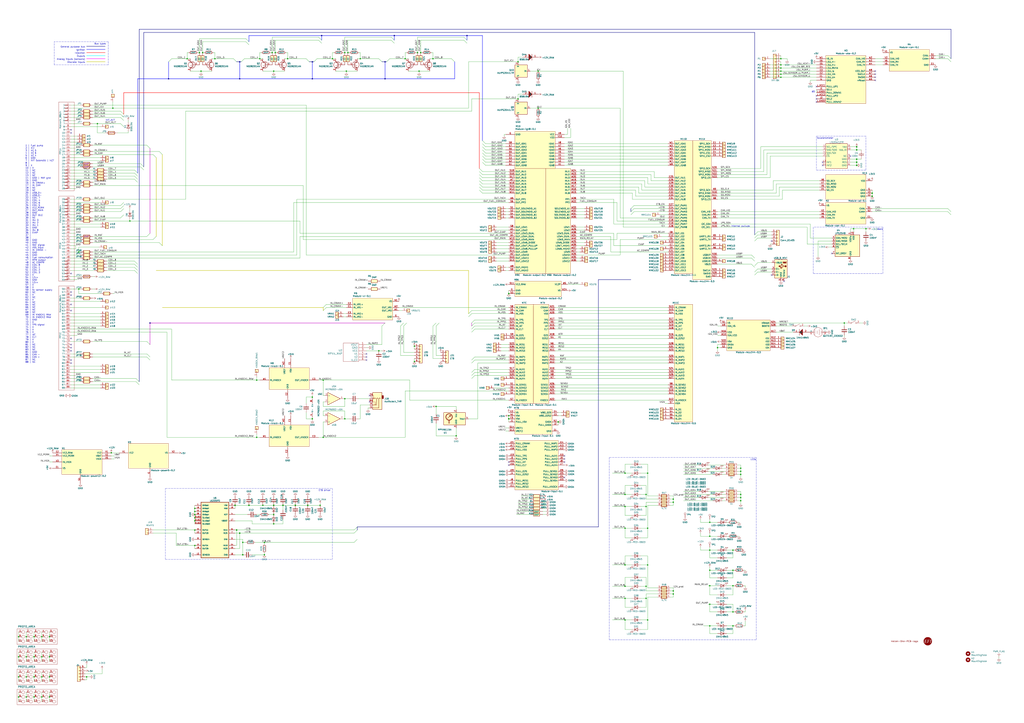
<source format=kicad_sch>
(kicad_sch (version 20210621) (generator eeschema)
  (paper "A1")
  (title_block (title "Hellen88bmw") (rev "A") (company "andreika @ rusEFI.com"))
  (lib_symbols
    (symbol "Amplifier_Operational:MCP6002-xSN" (pin_names (offset 0.127))
      (property "Reference" "U" (at 0 5.08 0))
      (property "Value" "MCP6002-xSN" (at 0 -5.08 0))
      (symbol "MCP6002-xSN_1_1"
        (pin output line (at 7.62 0 180) (length 2.54) (name "~") (number "1"))
        (pin input line (at -7.62 -2.54 0) (length 2.54) (name "-") (number "2"))
        (pin input line (at -7.62 2.54 0) (length 2.54) (name "+") (number "3"))
      )
      (symbol "MCP6002-xSN_2_1"
        (pin input line (at -7.62 2.54 0) (length 2.54) (name "+") (number "5"))
        (pin input line (at -7.62 -2.54 0) (length 2.54) (name "-") (number "6"))
        (pin output line (at 7.62 0 180) (length 2.54) (name "~") (number "7"))
      )
      (symbol "MCP6002-xSN_3_1"
        (pin power_in line (at -2.54 -7.62 90) (length 3.81) (name "V-") (number "4"))
        (pin power_in line (at -2.54 7.62 270) (length 3.81) (name "V+") (number "8"))
      )
    )
    (symbol "Connector:TestPoint" (pin_numbers hide) (pin_names (offset 0.762) hide)
      (property "Reference" "TP" (at 0 6.858 0))
      (property "Value" "TestPoint" (at 0 5.08 0))
      (symbol "TestPoint_1_1"
        (pin passive line (at 0 0 90) (length 2.54) (name "1") (number "1"))
      )
    )
    (symbol "Connector_Generic:Conn_01x01" (pin_names (offset 1.016) hide)
      (property "Reference" "J" (at 0 2.54 0))
      (property "Value" "Conn_01x01" (at 0 -2.54 0))
      (symbol "Conn_01x01_1_1"
        (pin passive line (at -5.08 0 0) (length 3.81) (name "Pin_1") (number "1"))
      )
    )
    (symbol "Connector_Generic:Conn_01x02" (pin_names (offset 1.016) hide)
      (property "Reference" "J" (at 0 2.54 0))
      (property "Value" "Conn_01x02" (at 0 -5.08 0))
      (symbol "Conn_01x02_1_1"
        (pin passive line (at -5.08 0 0) (length 3.81) (name "Pin_1") (number "1"))
        (pin passive line (at -5.08 -2.54 0) (length 3.81) (name "Pin_2") (number "2"))
      )
    )
    (symbol "Connector_Generic:Conn_01x04" (pin_names (offset 1.016) hide)
      (property "Reference" "J" (at 0 5.08 0))
      (property "Value" "Conn_01x04" (at 0 -7.62 0))
      (symbol "Conn_01x04_1_1"
        (pin passive line (at -5.08 2.54 0) (length 3.81) (name "Pin_1") (number "1"))
        (pin passive line (at -5.08 0 0) (length 3.81) (name "Pin_2") (number "2"))
        (pin passive line (at -5.08 -2.54 0) (length 3.81) (name "Pin_3") (number "3"))
        (pin passive line (at -5.08 -5.08 0) (length 3.81) (name "Pin_4") (number "4"))
      )
    )
    (symbol "Connector_Generic:Conn_01x05" (pin_names (offset 1.016) hide)
      (property "Reference" "J" (at 0 7.62 0))
      (property "Value" "Conn_01x05" (at 0 -7.62 0))
      (symbol "Conn_01x05_1_1"
        (pin passive line (at -5.08 5.08 0) (length 3.81) (name "Pin_1") (number "1"))
        (pin passive line (at -5.08 2.54 0) (length 3.81) (name "Pin_2") (number "2"))
        (pin passive line (at -5.08 0 0) (length 3.81) (name "Pin_3") (number "3"))
        (pin passive line (at -5.08 -2.54 0) (length 3.81) (name "Pin_4") (number "4"))
        (pin passive line (at -5.08 -5.08 0) (length 3.81) (name "Pin_5") (number "5"))
      )
    )
    (symbol "Connector_Generic:Conn_01x06" (pin_names (offset 1.016) hide)
      (property "Reference" "J" (at 0 7.62 0))
      (property "Value" "Conn_01x06" (at 0 -10.16 0))
      (symbol "Conn_01x06_1_1"
        (pin passive line (at -5.08 5.08 0) (length 3.81) (name "Pin_1") (number "1"))
        (pin passive line (at -5.08 2.54 0) (length 3.81) (name "Pin_2") (number "2"))
        (pin passive line (at -5.08 0 0) (length 3.81) (name "Pin_3") (number "3"))
        (pin passive line (at -5.08 -2.54 0) (length 3.81) (name "Pin_4") (number "4"))
        (pin passive line (at -5.08 -5.08 0) (length 3.81) (name "Pin_5") (number "5"))
        (pin passive line (at -5.08 -7.62 0) (length 3.81) (name "Pin_6") (number "6"))
      )
    )
    (symbol "Connector_Generic:Conn_01x08" (pin_names (offset 1.016) hide)
      (property "Reference" "J" (at 0 10.16 0))
      (property "Value" "Conn_01x08" (at 0 -12.7 0))
      (symbol "Conn_01x08_1_1"
        (pin passive line (at -5.08 7.62 0) (length 3.81) (name "Pin_1") (number "1"))
        (pin passive line (at -5.08 5.08 0) (length 3.81) (name "Pin_2") (number "2"))
        (pin passive line (at -5.08 2.54 0) (length 3.81) (name "Pin_3") (number "3"))
        (pin passive line (at -5.08 0 0) (length 3.81) (name "Pin_4") (number "4"))
        (pin passive line (at -5.08 -2.54 0) (length 3.81) (name "Pin_5") (number "5"))
        (pin passive line (at -5.08 -5.08 0) (length 3.81) (name "Pin_6") (number "6"))
        (pin passive line (at -5.08 -7.62 0) (length 3.81) (name "Pin_7") (number "7"))
        (pin passive line (at -5.08 -10.16 0) (length 3.81) (name "Pin_8") (number "8"))
      )
    )
    (symbol "Device:C" (pin_numbers hide) (pin_names (offset 0.254))
      (property "Reference" "C" (at 0.635 2.54 0))
      (property "Value" "C" (at 0.635 -2.54 0))
      (symbol "C_1_1"
        (pin passive line (at 0 3.81 270) (length 2.794) (name "~") (number "1"))
        (pin passive line (at 0 -3.81 90) (length 2.794) (name "~") (number "2"))
      )
    )
    (symbol "Device:D" (pin_numbers hide) (pin_names (offset 1.016) hide)
      (property "Reference" "D" (at 0 2.54 0))
      (property "Value" "D" (at 0 -2.54 0))
      (symbol "D_1_1"
        (pin passive line (at -3.81 0 0) (length 2.54) (name "K") (number "1"))
        (pin passive line (at 3.81 0 180) (length 2.54) (name "A") (number "2"))
      )
    )
    (symbol "Device:LED" (pin_numbers hide) (pin_names (offset 1.016) hide)
      (property "Reference" "D" (at 0 2.54 0))
      (property "Value" "LED" (at 0 -2.54 0))
      (symbol "LED_1_1"
        (pin passive line (at -3.81 0 0) (length 2.54) (name "K") (number "1"))
        (pin passive line (at 3.81 0 180) (length 2.54) (name "A") (number "2"))
      )
    )
    (symbol "Device:Q_NIGBT_GCE" (pin_names (offset 0) hide)
      (property "Reference" "Q" (at 5.08 1.27 0))
      (property "Value" "Q_NIGBT_GCE" (at 5.08 -1.27 0))
      (symbol "Q_NIGBT_GCE_1_1"
        (pin input line (at -5.08 0 0) (length 5.334) (name "G") (number "1"))
        (pin passive line (at 2.54 5.08 270) (length 2.54) (name "C") (number "2"))
        (pin passive line (at 2.54 -5.08 90) (length 2.54) (name "E") (number "3"))
      )
    )
    (symbol "Device:R" (pin_numbers hide) (pin_names (offset 0))
      (property "Reference" "R" (at 2.032 0 90))
      (property "Value" "R" (at 0 0 90))
      (symbol "R_1_1"
        (pin passive line (at 0 3.81 270) (length 1.27) (name "~") (number "1"))
        (pin passive line (at 0 -3.81 90) (length 1.27) (name "~") (number "2"))
      )
    )
    (symbol "Device:R_Pack04" (pin_names (offset 0) hide)
      (property "Reference" "RN" (at -7.62 0 90))
      (property "Value" "R_Pack04" (at 5.08 0 90))
      (symbol "R_Pack04_1_1"
        (pin passive line (at -5.08 -5.08 90) (length 2.54) (name "R1.1") (number "1"))
        (pin passive line (at -2.54 -5.08 90) (length 2.54) (name "R2.1") (number "2"))
        (pin passive line (at 0 -5.08 90) (length 2.54) (name "R3.1") (number "3"))
        (pin passive line (at 2.54 -5.08 90) (length 2.54) (name "R4.1") (number "4"))
        (pin passive line (at 2.54 5.08 270) (length 2.54) (name "R4.2") (number "5"))
        (pin passive line (at 0 5.08 270) (length 2.54) (name "R3.2") (number "6"))
        (pin passive line (at -2.54 5.08 270) (length 2.54) (name "R2.2") (number "7"))
        (pin passive line (at -5.08 5.08 270) (length 2.54) (name "R1.2") (number "8"))
      )
    )
    (symbol "Diode:1N4148WS" (pin_numbers hide) (pin_names (offset 1.016) hide)
      (property "Reference" "D" (at 0 2.54 0))
      (property "Value" "1N4148WS" (at 0 -2.54 0))
      (symbol "1N4148WS_1_1"
        (pin passive line (at -3.81 0 0) (length 2.54) (name "K") (number "1"))
        (pin passive line (at 3.81 0 180) (length 2.54) (name "A") (number "2"))
      )
    )
    (symbol "MPX-4_MAP:MPX4_MAP" (pin_names (offset 0.762))
      (property "Reference" "U" (at 0 10.16 0))
      (property "Value" "MPX4_MAP" (at 8.89 0 90))
      (symbol "MPX4_MAP_1_1"
        (pin passive line (at -8.89 6.35 0) (length 6.35) (name "VOUT") (number "1"))
        (pin passive line (at -8.89 3.81 0) (length 6.35) (name "GND") (number "2"))
        (pin passive line (at -8.89 1.27 0) (length 6.35) (name "VCC") (number "3"))
        (pin passive line (at -8.89 -1.27 0) (length 6.35) (name "V1") (number "4"))
        (pin passive line (at -8.89 -3.81 0) (length 6.35) (name "V2") (number "5"))
        (pin passive line (at -8.89 -6.35 0) (length 6.35) (name "V_EX") (number "6"))
      )
    )
    (symbol "Mechanical:MountingHole" (pin_names (offset 1.016))
      (property "Reference" "H" (at 0 5.08 0))
      (property "Value" "MountingHole" (at 0 3.175 0))
    )
    (symbol "Power_Management:AUIPS2041L"
      (property "Reference" "U" (at 3.81 1.27 0))
      (property "Value" "AUIPS2041L" (at 3.81 -1.27 0))
      (symbol "AUIPS2041L_1_1"
        (pin input line (at -10.16 0 0) (length 2.54) (name "IN") (number "1"))
        (pin passive line (at 0 7.62 270) (length 2.54) (name "D") (number "2"))
        (pin power_in line (at 0 -7.62 90) (length 2.54) (name "S") (number "3"))
      )
    )
    (symbol "Sensor_Pressure:LPS25HB"
      (property "Reference" "U" (at -10.16 8.89 0))
      (property "Value" "LPS25HB" (at 10.16 8.89 0))
      (symbol "LPS25HB_1_1"
        (pin power_in line (at -2.54 10.16 270) (length 2.54) (name "VDDio") (number "1"))
        (pin power_in line (at -5.08 10.16 270) (length 2.54) (name "VDD") (number "10"))
        (pin input line (at 12.7 0 180) (length 2.54) (name "SCL/SCLK") (number "2"))
        (pin passive line (at -2.54 -12.7 90) (length 2.54) hide (name "GND") (number "3"))
        (pin bidirectional line (at 12.7 5.08 180) (length 2.54) (name "SDA/MOSI") (number "4"))
        (pin bidirectional line (at 12.7 2.54 180) (length 2.54) (name "SA0/MISO") (number "5"))
        (pin input line (at 12.7 -2.54 180) (length 2.54) (name "~{CS}") (number "6"))
        (pin output line (at 12.7 -7.62 180) (length 2.54) (name "INT_DRDY") (number "7"))
        (pin power_in line (at -2.54 -12.7 90) (length 2.54) (name "GND") (number "8"))
        (pin passive line (at -2.54 -12.7 90) (length 2.54) hide (name "GND") (number "9"))
      )
    )
    (symbol "Sensor_Pressure:MPXA6115A"
      (property "Reference" "U" (at -10.16 6.35 0))
      (property "Value" "MPXA6115A" (at 1.27 6.35 0))
      (symbol "MPXA6115A_1_1"
        (pin no_connect line (at 5.08 -5.08 90) (length 2.54) hide (name "NC") (number "1"))
        (pin power_in line (at 0 7.62 270) (length 2.54) (name "Vcc") (number "2"))
        (pin power_in line (at 0 -7.62 90) (length 2.54) (name "GND") (number "3"))
        (pin output line (at 10.16 0 180) (length 2.54) (name "Vout") (number "4"))
        (pin no_connect line (at -7.62 -5.08 90) (length 2.54) hide (name "NC") (number "5"))
        (pin no_connect line (at -5.08 -5.08 90) (length 2.54) hide (name "NC") (number "6"))
        (pin no_connect line (at -2.54 -5.08 90) (length 2.54) hide (name "NC") (number "7"))
        (pin no_connect line (at 2.54 -5.08 90) (length 2.54) hide (name "NC") (number "8"))
      )
    )
    (symbol "Switch:SW_SPST" (pin_names (offset 0) hide)
      (property "Reference" "SW" (at 0 3.175 0))
      (property "Value" "SW_SPST" (at 0 -2.54 0))
      (symbol "SW_SPST_1_1"
        (pin passive line (at -5.08 0 0) (length 2.54) (name "A") (number "1"))
        (pin passive line (at 5.08 0 180) (length 2.54) (name "B") (number "2"))
      )
    )
    (symbol "art-electro-power:BATTERY_CR2032" (pin_names (offset 0))
      (property "Reference" "BT" (at 0 5.08 0))
      (property "Value" "BATTERY_CR2032" (at 0 -4.826 0))
      (symbol "BATTERY_CR2032_1_1"
        (pin passive line (at -7.62 0 0) (length 3.81) (name "+") (number "1"))
        (pin passive line (at 7.62 0 180) (length 3.81) (name "-") (number "2"))
      )
    )
    (symbol "hellen-one-can-0.1:Module-can-0.1"
      (property "Reference" "M" (at 0 0 0))
      (property "Value" "Module-can-0.1" (at 0 0 0))
      (symbol "Module-can-0.1_1_0"
        (pin passive line (at 38.1 -12.7 180) (length 5.08) (name "GND") (number "E1"))
        (pin passive line (at 38.1 -5.08 180) (length 5.08) (name "CANL") (number "S1"))
        (pin passive line (at 38.1 -7.62 180) (length 5.08) (name "CANH") (number "S2"))
        (pin passive line (at -5.08 -2.54 0) (length 5.08) (name "V5") (number "V1"))
        (pin passive line (at -5.08 -7.62 0) (length 5.08) (name "CAN_VIO") (number "V2"))
        (pin passive line (at -5.08 -12.7 0) (length 5.08) (name "CAN_TX") (number "V5"))
        (pin passive line (at -5.08 -10.16 0) (length 5.08) (name "CAN_RX") (number "V6"))
      )
    )
    (symbol "hellen-one-common:+12V_RAW" (power) (pin_names (offset 0))
      (property "Value" "+12V_RAW" (at 0 3.556 0))
      (symbol "+12V_RAW_1_1"
        (pin power_in line (at 0 0 90) (length 0) hide (name "+12V_RAW") (number "1"))
      )
    )
    (symbol "hellen-one-common:1N4148WS"
      (property "Reference" "D" (at 0 2.54 0))
      (property "Value" "1N4148WS" (at 0 -3.81 0))
      (symbol "1N4148WS_1_0"
        (pin passive line (at 7.62 0 180) (length 5.08) (name "K") (number "1"))
        (pin passive line (at -5.08 0 0) (length 5.08) (name "A") (number "2"))
      )
    )
    (symbol "hellen-one-common:AudioJack_THR"
      (property "Reference" "J" (at 0 8.89 0))
      (property "Value" "AudioJack_THR" (at 0 6.35 0))
      (property "LCSC" "C165947" (at 0 0 0))
      (symbol "AudioJack_THR_1_1"
        (pin passive line (at 5.08 0 180) (length 2.54) (name "~") (number "R"))
        (pin passive line (at 5.08 -2.54 180) (length 2.54) (name "~") (number "RN"))
        (pin passive line (at 5.08 2.54 180) (length 2.54) (name "~") (number "S"))
        (pin passive line (at 5.08 -5.08 180) (length 2.54) (name "~") (number "T"))
        (pin passive line (at 5.08 -7.62 180) (length 2.54) (name "~") (number "TN"))
      )
    )
    (symbol "hellen-one-common:Cap" (pin_numbers hide)
      (property "Reference" "C" (at -3.81 2.54 0))
      (property "Value" "Cap" (at -2.54 -1.27 0))
      (symbol "Cap_1_0"
        (pin passive line (at -3.81 0 0) (length 2.54) (name "") (number "1"))
        (pin passive line (at 3.81 0 180) (length 2.54) (name "") (number "2"))
      )
    )
    (symbol "hellen-one-common:Fuse-Pad-Pad" (pin_numbers hide) (pin_names (offset 0.762) hide)
      (property "Reference" "F" (at 0 2.54 0))
      (symbol "Fuse-Pad-Pad_0_1"
        (pin passive line (at -5.08 0 0) (length 2.54) (name "1") (number "1"))
        (pin passive line (at 5.08 0 180) (length 2.54) (name "2") (number "2"))
      )
    )
    (symbol "hellen-one-common:Jumper-Pad-Pad" (pin_numbers hide) (pin_names (offset 0.762) hide)
      (property "Reference" "R" (at 0 2.54 0))
      (symbol "Jumper-Pad-Pad_0_1"
        (pin passive line (at -5.08 0 0) (length 2.54) (name "1") (number "1"))
        (pin passive line (at 5.08 0 180) (length 2.54) (name "2") (number "2"))
      )
    )
    (symbol "hellen-one-common:L6205PD" (pin_names (offset 1.016))
      (property "Reference" "U" (at -10.1854 24.0538 0))
      (property "Value" "L6205PD" (at -10.1854 -25.6794 0))
      (symbol "L6205PD_0_0"
        (pin power_in line (at 17.78 20.32 180) (length 5.08) (name "GND@1") (number "1"))
        (pin power_in line (at 17.78 17.78 180) (length 5.08) (name "GND@2") (number "10"))
        (pin power_in line (at 17.78 15.24 180) (length 5.08) (name "GND@3") (number "11"))
        (pin output line (at 17.78 -2.54 180) (length 5.08) (name "OUT1B") (number "12"))
        (pin power_in line (at 17.78 -20.32 180) (length 5.08) (name "SENSEB") (number "13"))
        (pin input line (at -15.24 -12.7 0) (length 5.08) (name "IN1B") (number "14"))
        (pin input line (at -15.24 -15.24 0) (length 5.08) (name "IN2B") (number "15"))
        (pin bidirectional line (at -15.24 -20.32 0) (length 5.08) (name "ENB") (number "16"))
        (pin passive line (at -15.24 7.62 0) (length 5.08) (name "VBOOT") (number "17"))
        (pin output line (at 17.78 -15.24 180) (length 5.08) (name "OUT2B") (number "18"))
        (pin power_in line (at -15.24 17.78 0) (length 5.08) (name "VSB") (number "19"))
        (pin power_in line (at -15.24 20.32 0) (length 5.08) (name "VSA") (number "2"))
        (pin power_in line (at 17.78 12.7 180) (length 5.08) (name "GND@4") (number "20"))
        (pin output line (at 17.78 -12.7 180) (length 5.08) (name "OUT2A") (number "3"))
        (pin passive line (at -15.24 12.7 0) (length 5.08) (name "VCP") (number "4"))
        (pin bidirectional line (at -15.24 -7.62 0) (length 5.08) (name "ENA") (number "5"))
        (pin input line (at -15.24 0 0) (length 5.08) (name "IN1A") (number "6"))
        (pin input line (at -15.24 -2.54 0) (length 5.08) (name "IN2A") (number "7"))
        (pin power_in line (at 17.78 -7.62 180) (length 5.08) (name "SENSEA") (number "8"))
        (pin output line (at 17.78 0 180) (length 5.08) (name "OUT1A") (number "9"))
        (pin power_in line (at 17.78 10.16 180) (length 5.08) (name "SLUG@1") (number "SLUG1"))
        (pin power_in line (at 17.78 7.62 180) (length 5.08) (name "SLUG@2") (number "SLUG2"))
        (pin power_in line (at 17.78 5.08 180) (length 5.08) (name "SLUG@3") (number "SLUG3"))
      )
    )
    (symbol "hellen-one-common:LIS2DW12TR"
      (property "Reference" "U" (at -5.08 11.43 0))
      (property "Value" "LIS2DW12TR" (at 3.81 11.43 0))
      (symbol "LIS2DW12TR_1_1"
        (pin input line (at -10.16 7.62 0) (length 2.54) (name "SCL/SPC") (number "1"))
        (pin power_in line (at 12.7 5.08 180) (length 2.54) (name "Vdd_IO") (number "10"))
        (pin output line (at -10.16 -7.62 0) (length 2.54) (name "INT2") (number "11"))
        (pin output line (at -10.16 -5.08 0) (length 2.54) (name "INT1") (number "12"))
        (pin input line (at -10.16 0 0) (length 2.54) (name "~{CS}") (number "2"))
        (pin bidirectional line (at -10.16 5.08 0) (length 2.54) (name "SA0/SDO") (number "3"))
        (pin bidirectional line (at -10.16 2.54 0) (length 2.54) (name "SDA/SDI") (number "4"))
        (pin passive line (at 12.7 0 180) (length 2.54) (name "NC") (number "5"))
        (pin power_in line (at 12.7 -7.62 180) (length 2.54) (name "GND") (number "6"))
        (pin power_in line (at 12.7 -5.08 180) (length 2.54) (name "RES") (number "7"))
        (pin power_in line (at 12.7 -2.54 180) (length 2.54) (name "GND") (number "8"))
        (pin power_in line (at 12.7 7.62 180) (length 2.54) (name "Vdd") (number "9"))
      )
    )
    (symbol "hellen-one-common:LOGO" (pin_names (offset 1.016))
      (symbol "LOGO_0_0"
        (text "" (at 35.56 6.35 0) (effects (font (size 1.27 1.27))))
        (text "Hellen-One-PCB-logo" (at 0 0 0) (effects (font (size 1.27 1.27))))
      )
    )
    (symbol "hellen-one-common:PROTO_AREA" (pin_names (offset 1.016))
      (property "Value" "PROTO_AREA" (at 25.4 3.81 0))
      (symbol "PROTO_AREA_0_0"
        (text "" (at 35.56 6.35 0) (effects (font (size 1.27 1.27))))
      )
      (symbol "PROTO_AREA_1_1"
        (pin passive line (at 1.27 0 0) (length 2.54) (name "") (number "1"))
        (pin passive line (at 26.67 -3.81 0) (length 2.54) (name "") (number "10"))
        (pin passive line (at 1.27 -7.62 0) (length 2.54) (name "") (number "11"))
        (pin passive line (at 7.62 -7.62 0) (length 2.54) (name "") (number "12"))
        (pin passive line (at 13.97 -7.62 0) (length 2.54) (name "") (number "13"))
        (pin passive line (at 20.32 -7.62 0) (length 2.54) (name "") (number "14"))
        (pin passive line (at 26.67 -7.62 0) (length 2.54) (name "") (number "15"))
        (pin passive line (at 7.62 0 0) (length 2.54) (name "") (number "2"))
        (pin passive line (at 13.97 0 0) (length 2.54) (name "") (number "3"))
        (pin passive line (at 20.32 0 0) (length 2.54) (name "") (number "4"))
        (pin passive line (at 26.67 0 0) (length 2.54) (name "") (number "5"))
        (pin passive line (at 1.27 -3.81 0) (length 2.54) (name "") (number "6"))
        (pin passive line (at 7.62 -3.81 0) (length 2.54) (name "") (number "7"))
        (pin passive line (at 13.97 -3.81 0) (length 2.54) (name "") (number "8"))
        (pin passive line (at 20.32 -3.81 0) (length 2.54) (name "") (number "9"))
      )
    )
    (symbol "hellen-one-common:Res" (pin_numbers hide)
      (property "Reference" "R" (at 3.81 2.54 0))
      (property "Value" "Res" (at 5.08 -2.54 0))
      (symbol "Res_1_0"
        (pin passive line (at 0 0 0) (length 2.54) (name "") (number "1"))
        (pin passive line (at 10.16 0 180) (length 2.54) (name "") (number "2"))
      )
    )
    (symbol "hellen-one-common:USB_B_Mini" (pin_names (offset 1.016))
      (property "Reference" "J" (at -5.08 11.43 0))
      (property "Value" "USB_B_Mini" (at -5.08 8.89 0))
      (symbol "USB_B_Mini_1_1"
        (pin power_out line (at 7.62 5.08 180) (length 2.54) (name "VBUS") (number "1"))
        (pin passive line (at 7.62 -2.54 180) (length 2.54) (name "D-") (number "2"))
        (pin passive line (at 7.62 0 180) (length 2.54) (name "D+") (number "3"))
        (pin passive line (at 7.62 -5.08 180) (length 2.54) (name "ID") (number "4"))
        (pin power_out line (at 0 -10.16 90) (length 2.54) (name "GND") (number "5"))
        (pin passive line (at -2.54 -10.16 90) (length 2.54) (name "Shield") (number "6"))
      )
    )
    (symbol "hellen-one-ign8-0.1:Module-ign8-0.1"
      (property "Reference" "M" (at 0 0 0))
      (property "Value" "Module-ign8-0.1" (at 0 0 0))
      (symbol "Module-ign8-0.1_1_0"
        (pin passive line (at 40.64 -2.54 180) (length 7.62) (name "GND") (number "G"))
        (pin passive line (at 40.64 -27.94 180) (length 7.62) (name "OUT_IGN8") (number "S1"))
        (pin passive line (at 40.64 -25.4 180) (length 7.62) (name "OUT_IGN7") (number "S2"))
        (pin passive line (at 40.64 -22.86 180) (length 7.62) (name "OUT_IGN6") (number "S3"))
        (pin passive line (at 40.64 -20.32 180) (length 7.62) (name "OUT_IGN5") (number "S4"))
        (pin passive line (at 40.64 -17.78 180) (length 7.62) (name "OUT_IGN4") (number "S5"))
        (pin passive line (at 40.64 -15.24 180) (length 7.62) (name "OUT_IGN3") (number "S6"))
        (pin passive line (at 40.64 -12.7 180) (length 7.62) (name "OUT_IGN2") (number "S7"))
        (pin passive line (at 40.64 -10.16 180) (length 7.62) (name "OUT_IGN1") (number "S8"))
        (pin passive line (at -7.62 -27.94 0) (length 7.62) (name "IGN8") (number "V1"))
        (pin passive line (at -7.62 -5.08 0) (length 7.62) (name "V33") (number "V10"))
        (pin passive line (at -7.62 -25.4 0) (length 7.62) (name "IGN7") (number "V2"))
        (pin passive line (at -7.62 -22.86 0) (length 7.62) (name "IGN6") (number "V3"))
        (pin passive line (at -7.62 -20.32 0) (length 7.62) (name "IGN5") (number "V4"))
        (pin passive line (at -7.62 -17.78 0) (length 7.62) (name "IGN4") (number "V5"))
        (pin passive line (at -7.62 -15.24 0) (length 7.62) (name "IGN3") (number "V6"))
        (pin passive line (at -7.62 -12.7 0) (length 7.62) (name "IGN2") (number "V7"))
        (pin passive line (at -7.62 -10.16 0) (length 7.62) (name "IGN1") (number "V8"))
        (pin passive line (at -7.62 -2.54 0) (length 7.62) (name "VCC") (number "V9"))
      )
    )
    (symbol "hellen-one-input-0.1:Module-input-0.1"
      (property "Reference" "M" (at 0 0 0))
      (property "Value" "Module-input-0.1" (at 0 0 0))
      (symbol "Module-input-0.1_1_0"
        (pin passive line (at 17.78 -53.34 180) (length 5.08) (name "AUX1") (number "N10"))
        (pin passive line (at 17.78 -38.1 180) (length 5.08) (name "RES3") (number "N11"))
        (pin passive line (at 17.78 -48.26 180) (length 5.08) (name "MAP3") (number "N12"))
        (pin passive line (at 17.78 -45.72 180) (length 5.08) (name "MAP2") (number "N13"))
        (pin passive line (at 17.78 -43.18 180) (length 5.08) (name "MAP1") (number "N14"))
        (pin passive line (at 17.78 -17.78 180) (length 5.08) (name "IAT") (number "N15"))
        (pin passive line (at 17.78 -20.32 180) (length 5.08) (name "CLT") (number "N16"))
        (pin passive line (at 17.78 -12.7 180) (length 5.08) (name "TPS") (number "N17"))
        (pin passive line (at 17.78 -25.4 180) (length 5.08) (name "O2S") (number "N18"))
        (pin passive line (at 17.78 -5.08 180) (length 5.08) (name "CAM") (number "N19"))
        (pin passive line (at 17.78 -7.62 180) (length 5.08) (name "VSS") (number "N20"))
        (pin passive line (at 17.78 -2.54 180) (length 5.08) (name "CRANK") (number "N21"))
        (pin passive line (at 17.78 -78.74 180) (length 5.08) (name "KNOCK") (number "N22"))
        (pin passive line (at 17.78 -73.66 180) (length 5.08) (name "SENS4") (number "N23"))
        (pin passive line (at 17.78 -71.12 180) (length 5.08) (name "SENS3") (number "N24"))
        (pin passive line (at 17.78 -68.58 180) (length 5.08) (name "SENS2") (number "N25"))
        (pin passive line (at 17.78 -66.04 180) (length 5.08) (name "SENS1") (number "N26"))
        (pin passive line (at 17.78 -35.56 180) (length 5.08) (name "RES2") (number "N3"))
        (pin passive line (at 17.78 -27.94 180) (length 5.08) (name "O2S2") (number "N4"))
        (pin passive line (at 17.78 -15.24 180) (length 5.08) (name "PPS") (number "N5"))
        (pin passive line (at 17.78 -33.02 180) (length 5.08) (name "RES1") (number "N6"))
        (pin passive line (at 17.78 -60.96 180) (length 5.08) (name "AUX4") (number "N7"))
        (pin passive line (at 17.78 -58.42 180) (length 5.08) (name "AUX3") (number "N8"))
        (pin passive line (at 17.78 -55.88 180) (length 5.08) (name "AUX2") (number "N9"))
      )
      (symbol "Module-input-0.1_2_0"
        (pin passive line (at 35.56 -17.78 180) (length 5.08) (name "GND") (number "E1"))
        (pin passive line (at -5.08 -2.54 0) (length 5.08) (name "V5") (number "E2"))
        (pin passive line (at 35.56 -5.08 180) (length 5.08) (name "WBO_O2S2") (number "E3"))
        (pin passive line (at 35.56 -2.54 180) (length 5.08) (name "WBO_O2S") (number "E4"))
        (pin passive line (at -5.08 -7.62 0) (length 5.08) (name "V5A") (number "E5"))
        (pin passive line (at -5.08 -10.16 0) (length 5.08) (name "PULL_V5A") (number "J1"))
        (pin passive line (at 35.56 -12.7 180) (length 5.08) (name "PULL_GNDA") (number "J2"))
        (pin passive line (at -5.08 -5.08 0) (length 5.08) (name "V5A") (number "N1"))
        (pin passive line (at 35.56 -10.16 180) (length 5.08) (name "GNDA") (number "N2"))
        (pin passive line (at -5.08 -17.78 0) (length 5.08) (name "VREF2") (number "S13"))
        (pin passive line (at -5.08 -15.24 0) (length 5.08) (name "VREF1") (number "S14"))
      )
      (symbol "Module-input-0.1_3_0"
        (pin passive line (at -5.08 -66.04 0) (length 5.08) (name "IN_SENS1") (number "S1"))
        (pin passive line (at -5.08 -12.7 0) (length 5.08) (name "IN_TPS") (number "S10"))
        (pin passive line (at -5.08 -43.18 0) (length 5.08) (name "IN_MAP1") (number "S11"))
        (pin passive line (at -5.08 -45.72 0) (length 5.08) (name "IN_MAP2") (number "S12"))
        (pin passive line (at -5.08 -20.32 0) (length 5.08) (name "IN_CLT") (number "S15"))
        (pin passive line (at -5.08 -17.78 0) (length 5.08) (name "IN_IAT") (number "S16"))
        (pin passive line (at -5.08 -53.34 0) (length 5.08) (name "IN_AUX1") (number "S17"))
        (pin passive line (at -5.08 -55.88 0) (length 5.08) (name "IN_AUX2") (number "S18"))
        (pin passive line (at -5.08 -48.26 0) (length 5.08) (name "IN_MAP3") (number "S19"))
        (pin passive line (at -5.08 -68.58 0) (length 5.08) (name "IN_SENS2") (number "S2"))
        (pin passive line (at -5.08 -58.42 0) (length 5.08) (name "IN_AUX3") (number "S20"))
        (pin passive line (at -5.08 -60.96 0) (length 5.08) (name "IN_AUX4") (number "S21"))
        (pin passive line (at -5.08 -38.1 0) (length 5.08) (name "IN_RES3") (number "S22"))
        (pin passive line (at -5.08 -33.02 0) (length 5.08) (name "IN_RES1") (number "S23"))
        (pin passive line (at -5.08 -15.24 0) (length 5.08) (name "IN_PPS") (number "S24"))
        (pin passive line (at -5.08 -27.94 0) (length 5.08) (name "IN_O2S2") (number "S25"))
        (pin passive line (at -5.08 -35.56 0) (length 5.08) (name "IN_RES2") (number "S26"))
        (pin passive line (at -5.08 -71.12 0) (length 5.08) (name "IN_SENS3") (number "S3"))
        (pin passive line (at -5.08 -73.66 0) (length 5.08) (name "IN_SENS4") (number "S4"))
        (pin passive line (at -5.08 -5.08 0) (length 5.08) (name "IN_CAM") (number "S5"))
        (pin passive line (at -5.08 -7.62 0) (length 5.08) (name "IN_VSS") (number "S6"))
        (pin passive line (at -5.08 -78.74 0) (length 5.08) (name "IN_KNOCK") (number "S7"))
        (pin passive line (at -5.08 -2.54 0) (length 5.08) (name "IN_CRANK") (number "S8"))
        (pin passive line (at -5.08 -25.4 0) (length 5.08) (name "IN_O2S") (number "S9"))
      )
      (symbol "Module-input-0.1_4_0"
        (pin passive line (at 40.64 -12.7 180) (length 5.08) (name "PULL_AUX1") (number "J10"))
        (pin passive line (at -5.08 -38.1 0) (length 5.08) (name "PULL_RES3") (number "J11"))
        (pin passive line (at 40.64 -7.62 180) (length 5.08) (name "PULL_MAP3") (number "J12"))
        (pin passive line (at 40.64 -5.08 180) (length 5.08) (name "PULL_MAP2") (number "J13"))
        (pin passive line (at 40.64 -2.54 180) (length 5.08) (name "PULL_MAP1") (number "J14"))
        (pin passive line (at -5.08 -17.78 0) (length 5.08) (name "PULL_IAT") (number "J15"))
        (pin passive line (at -5.08 -20.32 0) (length 5.08) (name "PULL_CLT") (number "J16"))
        (pin passive line (at -5.08 -5.08 0) (length 5.08) (name "PULL_CAM") (number "J17"))
        (pin passive line (at -5.08 -7.62 0) (length 5.08) (name "PULL_VSS") (number "J18"))
        (pin passive line (at -5.08 -12.7 0) (length 5.08) (name "PULL_TPS") (number "J19"))
        (pin passive line (at -5.08 -25.4 0) (length 5.08) (name "PULL_O2S") (number "J20"))
        (pin passive line (at -5.08 -2.54 0) (length 5.08) (name "PULL_CRANK") (number "J21"))
        (pin passive line (at 40.64 -38.1 180) (length 5.08) (name "PULL_KNOCK") (number "J22"))
        (pin passive line (at 40.64 -33.02 180) (length 5.08) (name "PULL_SENS4") (number "J23"))
        (pin passive line (at 40.64 -30.48 180) (length 5.08) (name "PULL_SENS3") (number "J24"))
        (pin passive line (at 40.64 -27.94 180) (length 5.08) (name "PULL_SENS2") (number "J25"))
        (pin passive line (at 40.64 -25.4 180) (length 5.08) (name "PULL_SENS1") (number "J26"))
        (pin passive line (at -5.08 -35.56 0) (length 5.08) (name "PULL_RES2") (number "J3"))
        (pin passive line (at -5.08 -27.94 0) (length 5.08) (name "PULL_O2S2") (number "J4"))
        (pin passive line (at -5.08 -15.24 0) (length 5.08) (name "PULL_PPS") (number "J5"))
        (pin passive line (at -5.08 -33.02 0) (length 5.08) (name "PULL_RES1") (number "J6"))
        (pin passive line (at 40.64 -20.32 180) (length 5.08) (name "PULL_AUX4") (number "J7"))
        (pin passive line (at 40.64 -17.78 180) (length 5.08) (name "PULL_AUX3") (number "J8"))
        (pin passive line (at 40.64 -15.24 180) (length 5.08) (name "PULL_AUX2") (number "J9"))
      )
    )
    (symbol "hellen-one-knock-0.1:Module-knock-0.1"
      (property "Reference" "M" (at 0 0 0))
      (property "Value" "Module-knock-0.1" (at 0 0 0))
      (symbol "Module-knock-0.1_1_0"
        (pin passive line (at 17.78 7.62 270) (length 7.62) (name "V5A") (number "E1"))
        (pin passive line (at 15.24 -25.4 90) (length 7.62) (name "GND") (number "E2"))
        (pin passive line (at 40.64 -10.16 180) (length 7.62) (name "OUT_KNOCK") (number "E3"))
        (pin passive line (at -7.62 -10.16 0) (length 7.62) (name "IN_KNOCK") (number "W1"))
        (pin passive line (at 12.7 7.62 270) (length 7.62) (name "VREF") (number "W2"))
      )
    )
    (symbol "hellen-one-mcu-000.5:Module-mcu-0.5"
      (property "Reference" "M" (at 0 0 0))
      (property "Value" "Module-mcu-0.5" (at 0 0 0))
      (symbol "Module-mcu-0.5_1_0"
        (pin passive line (at 20.32 -2.54 180) (length 5.08) (name "SPI1_SCK") (number "E1"))
        (pin passive line (at 20.32 -5.08 180) (length 5.08) (name "SPI1_MISO") (number "E2"))
        (pin passive line (at 20.32 -7.62 180) (length 5.08) (name "SPI1_MOSI") (number "E3"))
        (pin passive line (at 20.32 -10.16 180) (length 5.08) (name "SPI1_CS1") (number "E4"))
        (pin passive line (at 20.32 -12.7 180) (length 5.08) (name "SPI1_CS2") (number "E5"))
        (pin passive line (at 20.32 -58.42 180) (length 5.08) (name "CAN_VIO") (number "N1"))
        (pin passive line (at 20.32 -43.18 180) (length 5.08) (name "SPI3_MISO") (number "N10"))
        (pin passive line (at 20.32 -45.72 180) (length 5.08) (name "SPI3_MOSI") (number "N11"))
        (pin passive line (at 20.32 -68.58 180) (length 5.08) (name "I2C_SDA") (number "N18"))
        (pin passive line (at 20.32 -71.12 180) (length 5.08) (name "I2C_SCL") (number "N19"))
        (pin passive line (at 20.32 -60.96 180) (length 5.08) (name "CAN_RX") (number "N2"))
        (pin passive line (at 20.32 -22.86 180) (length 5.08) (name "SPI2_SCK") (number "N20"))
        (pin passive line (at 20.32 -25.4 180) (length 5.08) (name "SPI2_MISO") (number "N21"))
        (pin passive line (at 20.32 -27.94 180) (length 5.08) (name "SPI2_MOSI") (number "N22"))
        (pin passive line (at 20.32 -30.48 180) (length 5.08) (name "SPI2_CS") (number "N23"))
        (pin passive line (at 20.32 -106.68 180) (length 5.08) (name "SWCLK") (number "N25"))
        (pin passive line (at 20.32 -109.22 180) (length 5.08) (name "SWDIO") (number "N26"))
        (pin passive line (at 20.32 -111.76 180) (length 5.08) (name "SWO") (number "N27"))
        (pin passive line (at 20.32 -101.6 180) (length 5.08) (name "VBUS") (number "N29"))
        (pin passive line (at 20.32 -63.5 180) (length 5.08) (name "CAN_TX") (number "N3"))
        (pin passive line (at 20.32 -93.98 180) (length 5.08) (name "USB1P") (number "N30"))
        (pin passive line (at 20.32 -96.52 180) (length 5.08) (name "USB1M") (number "N31"))
        (pin passive line (at 20.32 -99.06 180) (length 5.08) (name "USB1ID") (number "N32"))
        (pin passive line (at 20.32 -81.28 180) (length 5.08) (name "UART1_TX") (number "N4"))
        (pin passive line (at 20.32 -78.74 180) (length 5.08) (name "UART1_RX") (number "N5"))
        (pin passive line (at 20.32 -88.9 180) (length 5.08) (name "UART2_TX") (number "N6"))
        (pin passive line (at 20.32 -86.36 180) (length 5.08) (name "UART2_RX") (number "N7"))
        (pin passive line (at 20.32 -48.26 180) (length 5.08) (name "SPI3_CS") (number "N8"))
        (pin passive line (at 20.32 -40.64 180) (length 5.08) (name "SPI3_SCK") (number "N9"))
      )
      (symbol "Module-mcu-0.5_2_0"
        (pin passive line (at 20.32 -99.06 180) (length 5.08) (name "OUT_IO10") (number "E10"))
        (pin passive line (at 20.32 -96.52 180) (length 5.08) (name "OUT_IO9") (number "E11"))
        (pin passive line (at 20.32 -78.74 180) (length 5.08) (name "OUT_IO2") (number "E12"))
        (pin passive line (at 20.32 -104.14 180) (length 5.08) (name "OUT_IO12") (number "E13"))
        (pin passive line (at 20.32 -55.88 180) (length 5.08) (name "OUT_PWM2") (number "E14"))
        (pin passive line (at 20.32 -58.42 180) (length 5.08) (name "OUT_PWM3") (number "E15"))
        (pin passive line (at 20.32 -60.96 180) (length 5.08) (name "OUT_PWM4") (number "E16"))
        (pin passive line (at 20.32 -63.5 180) (length 5.08) (name "OUT_PWM5") (number "E17"))
        (pin passive line (at 20.32 -66.04 180) (length 5.08) (name "OUT_PWM6") (number "E18"))
        (pin passive line (at 20.32 -68.58 180) (length 5.08) (name "OUT_PWM7") (number "E19"))
        (pin passive line (at 20.32 -101.6 180) (length 5.08) (name "OUT_IO11") (number "E20"))
        (pin passive line (at 20.32 -91.44 180) (length 5.08) (name "OUT_IO7") (number "E21"))
        (pin passive line (at 20.32 -93.98 180) (length 5.08) (name "OUT_IO8") (number "E22"))
        (pin passive line (at 20.32 -83.82 180) (length 5.08) (name "OUT_IO4") (number "E23"))
        (pin passive line (at 20.32 -106.68 180) (length 5.08) (name "OUT_IO13") (number "E24"))
        (pin passive line (at 20.32 -30.48 180) (length 5.08) (name "OUT_INJ1") (number "E25"))
        (pin passive line (at 20.32 -33.02 180) (length 5.08) (name "OUT_INJ2") (number "E26"))
        (pin passive line (at 20.32 -53.34 180) (length 5.08) (name "OUT_PWM1") (number "E27"))
        (pin passive line (at 20.32 -71.12 180) (length 5.08) (name "OUT_PWM8") (number "E28"))
        (pin passive line (at 20.32 -35.56 180) (length 5.08) (name "OUT_INJ3") (number "E29"))
        (pin passive line (at 20.32 -38.1 180) (length 5.08) (name "OUT_INJ4") (number "E30"))
        (pin passive line (at 20.32 -40.64 180) (length 5.08) (name "OUT_INJ5") (number "E31"))
        (pin passive line (at 20.32 -43.18 180) (length 5.08) (name "OUT_INJ6") (number "E32"))
        (pin passive line (at 20.32 -45.72 180) (length 5.08) (name "OUT_INJ7") (number "E33"))
        (pin passive line (at 20.32 -48.26 180) (length 5.08) (name "OUT_INJ8") (number "E34"))
        (pin passive line (at 20.32 -81.28 180) (length 5.08) (name "OUT_IO3") (number "E6"))
        (pin passive line (at 20.32 -86.36 180) (length 5.08) (name "OUT_IO5") (number "E7"))
        (pin passive line (at 20.32 -76.2 180) (length 5.08) (name "OUT_IO1") (number "E8"))
        (pin passive line (at 20.32 -88.9 180) (length 5.08) (name "OUT_IO6") (number "E9"))
        (pin passive line (at 20.32 -2.54 180) (length 5.08) (name "OUT_IGN1") (number "W1"))
        (pin passive line (at 20.32 -5.08 180) (length 5.08) (name "OUT_IGN2") (number "W2"))
        (pin passive line (at 20.32 -7.62 180) (length 5.08) (name "OUT_IGN3") (number "W3"))
        (pin passive line (at 20.32 -10.16 180) (length 5.08) (name "OUT_IGN4") (number "W4"))
        (pin passive line (at 20.32 -12.7 180) (length 5.08) (name "OUT_IGN5") (number "W5"))
        (pin passive line (at 20.32 -15.24 180) (length 5.08) (name "OUT_IGN6") (number "W6"))
        (pin passive line (at 20.32 -17.78 180) (length 5.08) (name "OUT_IGN7") (number "W7"))
        (pin passive line (at 20.32 -20.32 180) (length 5.08) (name "OUT_IGN8") (number "W8"))
      )
      (symbol "Module-mcu-0.5_3_0"
        (pin passive line (at -5.08 -71.12 0) (length 5.08) (name "IN_SENS3") (number "S10"))
        (pin passive line (at -5.08 -73.66 0) (length 5.08) (name "IN_SENS4") (number "S11"))
        (pin passive line (at -5.08 -78.74 0) (length 5.08) (name "IN_KNOCK") (number "S12"))
        (pin passive line (at -5.08 -2.54 0) (length 5.08) (name "IN_CRANK") (number "S13"))
        (pin passive line (at -5.08 -7.62 0) (length 5.08) (name "IN_VSS") (number "S14"))
        (pin passive line (at -5.08 -5.08 0) (length 5.08) (name "IN_CAM") (number "S15"))
        (pin passive line (at -5.08 -25.4 0) (length 5.08) (name "IN_O2S") (number "S16"))
        (pin passive line (at -5.08 -12.7 0) (length 5.08) (name "IN_TPS") (number "S17"))
        (pin passive line (at -5.08 -20.32 0) (length 5.08) (name "IN_CLT") (number "S18"))
        (pin passive line (at -5.08 -17.78 0) (length 5.08) (name "IN_IAT") (number "S19"))
        (pin passive line (at -5.08 -43.18 0) (length 5.08) (name "IN_MAP1") (number "S20"))
        (pin passive line (at -5.08 -45.72 0) (length 5.08) (name "IN_MAP2") (number "S21"))
        (pin passive line (at -5.08 -48.26 0) (length 5.08) (name "IN_MAP3") (number "S22"))
        (pin passive line (at -5.08 -38.1 0) (length 5.08) (name "IN_RES3") (number "S23"))
        (pin passive line (at -5.08 -53.34 0) (length 5.08) (name "IN_AUX1") (number "S24"))
        (pin passive line (at -5.08 -55.88 0) (length 5.08) (name "IN_AUX2") (number "S25"))
        (pin passive line (at -5.08 -58.42 0) (length 5.08) (name "IN_AUX3") (number "S26"))
        (pin passive line (at -5.08 -60.96 0) (length 5.08) (name "IN_AUX4") (number "S27"))
        (pin passive line (at -5.08 -33.02 0) (length 5.08) (name "IN_RES1") (number "S28"))
        (pin passive line (at -5.08 -15.24 0) (length 5.08) (name "IN_PPS") (number "S29"))
        (pin passive line (at -5.08 -86.36 0) (length 5.08) (name "IN_D1") (number "S3"))
        (pin passive line (at -5.08 -27.94 0) (length 5.08) (name "IN_O2S2") (number "S30"))
        (pin passive line (at -5.08 -35.56 0) (length 5.08) (name "IN_RES2") (number "S31"))
        (pin passive line (at -5.08 -88.9 0) (length 5.08) (name "IN_D2") (number "S4"))
        (pin passive line (at -5.08 -91.44 0) (length 5.08) (name "IN_D3") (number "S5"))
        (pin passive line (at -5.08 -93.98 0) (length 5.08) (name "IN_D4") (number "S6"))
        (pin passive line (at -5.08 -81.28 0) (length 5.08) (name "VIGN") (number "S7"))
        (pin passive line (at -5.08 -66.04 0) (length 5.08) (name "IN_SENS1") (number "S8"))
        (pin passive line (at -5.08 -68.58 0) (length 5.08) (name "IN_SENS2") (number "S9"))
      )
      (symbol "Module-mcu-0.5_4_0"
        (pin passive line (at 40.64 -15.24 180) (length 5.08) (name "IO1") (number "N12"))
        (pin passive line (at 40.64 -17.78 180) (length 5.08) (name "IO2") (number "N13"))
        (pin passive line (at 40.64 -20.32 180) (length 5.08) (name "IO3") (number "N14"))
        (pin passive line (at 40.64 -22.86 180) (length 5.08) (name "IO4") (number "N15"))
        (pin passive line (at -5.08 -10.16 0) (length 5.08) (name "V33") (number "N16"))
        (pin passive line (at 40.64 -10.16 180) (length 5.08) (name "VBAT") (number "N17"))
        (pin passive line (at 40.64 -2.54 180) (length 5.08) (name "nReset") (number "N24"))
        (pin passive line (at 40.64 -5.08 180) (length 5.08) (name "BOOT0") (number "N28"))
        (pin passive line (at -5.08 -2.54 0) (length 5.08) (name "V5") (number "S1"))
        (pin passive line (at -5.08 -22.86 0) (length 5.08) (name "GND") (number "S2"))
        (pin passive line (at -5.08 -20.32 0) (length 5.08) (name "GNDA") (number "S32"))
        (pin passive line (at -5.08 -17.78 0) (length 5.08) (name "V5A") (number "S33"))
        (pin passive line (at -5.08 -12.7 0) (length 5.08) (name "IGN_V33") (number "W10"))
        (pin passive line (at -5.08 -5.08 0) (length 5.08) (name "IGN_V5") (number "W9"))
      )
    )
    (symbol "hellen-one-output-0.2:Module-output-0.2"
      (property "Reference" "M" (at 0 0 0))
      (property "Value" "Module-output-0.2" (at 0 0 0))
      (symbol "Module-output-0.2_1_0"
        (pin passive line (at -5.08 -7.62 0) (length 5.08) (name "GND") (number "G"))
        (pin passive line (at -5.08 -2.54 0) (length 5.08) (name "V12_RAW") (number "S11"))
        (pin passive line (at -5.08 -10.16 0) (length 5.08) (name "GND") (number "S3"))
        (pin passive line (at 43.18 -7.62 180) (length 5.08) (name "V5") (number "W14"))
        (pin passive line (at 43.18 -2.54 180) (length 5.08) (name "V12P") (number "W5"))
      )
      (symbol "Module-output-0.2_2_0"
        (pin passive line (at -5.08 -20.32 0) (length 5.08) (name "INJ8") (number "W15"))
        (pin passive line (at -5.08 -17.78 0) (length 5.08) (name "INJ7") (number "W16"))
        (pin passive line (at -5.08 -15.24 0) (length 5.08) (name "INJ6") (number "W17"))
        (pin passive line (at -5.08 -12.7 0) (length 5.08) (name "INJ5") (number "W18"))
        (pin passive line (at -5.08 -10.16 0) (length 5.08) (name "INJ4") (number "W19"))
        (pin passive line (at -5.08 -7.62 0) (length 5.08) (name "INJ3") (number "W20"))
        (pin passive line (at -5.08 -48.26 0) (length 5.08) (name "LOW1") (number "W21"))
        (pin passive line (at -5.08 -27.94 0) (length 5.08) (name "PP2") (number "W22"))
        (pin passive line (at -5.08 -5.08 0) (length 5.08) (name "INJ2") (number "W23"))
        (pin passive line (at -5.08 -2.54 0) (length 5.08) (name "INJ1") (number "W24"))
        (pin passive line (at -5.08 -60.96 0) (length 5.08) (name "LOW6_DIODE") (number "W25"))
        (pin passive line (at -5.08 -71.12 0) (length 5.08) (name "LOW10") (number "W26"))
        (pin passive line (at -5.08 -68.58 0) (length 5.08) (name "LOW9") (number "W27"))
        (pin passive line (at -5.08 -25.4 0) (length 5.08) (name "PP1") (number "W28"))
        (pin passive line (at -5.08 -50.8 0) (length 5.08) (name "LOW2") (number "W29"))
        (pin passive line (at -5.08 -40.64 0) (length 5.08) (name "SOLENOID_B2") (number "W30"))
        (pin passive line (at -5.08 -38.1 0) (length 5.08) (name "SOLENOID_B1") (number "W31"))
        (pin passive line (at -5.08 -35.56 0) (length 5.08) (name "SOLENOID_A2") (number "W32"))
        (pin passive line (at -5.08 -33.02 0) (length 5.08) (name "SOLENOID_A1") (number "W33"))
        (pin passive line (at -5.08 -55.88 0) (length 5.08) (name "LOW4_DUAL") (number "W34"))
        (pin passive line (at -5.08 -73.66 0) (length 5.08) (name "LOW11") (number "W35"))
        (pin passive line (at -5.08 -76.2 0) (length 5.08) (name "LOW12") (number "W36"))
        (pin passive line (at -5.08 -66.04 0) (length 5.08) (name "LOW8_HIGH2") (number "W37"))
        (pin passive line (at -5.08 -53.34 0) (length 5.08) (name "LOW3_DUAL") (number "W38"))
        (pin passive line (at -5.08 -63.5 0) (length 5.08) (name "LOW7_HIGH1") (number "W39"))
        (pin passive line (at -5.08 -58.42 0) (length 5.08) (name "LOW5_MAIN") (number "W40"))
      )
      (symbol "Module-output-0.2_3_0"
        (pin passive line (at 30.48 -33.02 180) (length 5.08) (name "OUT_SOLENOID_A1") (number "S1"))
        (pin passive line (at 30.48 -73.66 180) (length 5.08) (name "OUT_LOW11") (number "S10"))
        (pin passive line (at 30.48 -66.04 180) (length 5.08) (name "OUT_LOW8_PULLUP") (number "S12"))
        (pin passive line (at 30.48 -76.2 180) (length 5.08) (name "OUT_LOW12") (number "S13"))
        (pin passive line (at 30.48 -68.58 180) (length 5.08) (name "OUT_LOW9") (number "S14"))
        (pin passive line (at 30.48 -15.24 180) (length 5.08) (name "OUT_INJ6") (number "S15"))
        (pin passive line (at 30.48 -5.08 180) (length 5.08) (name "OUT_INJ2") (number "S16"))
        (pin passive line (at 30.48 -7.62 180) (length 5.08) (name "OUT_INJ3") (number "S17"))
        (pin passive line (at 30.48 -2.54 180) (length 5.08) (name "OUT_INJ1") (number "S18"))
        (pin passive line (at 30.48 -35.56 180) (length 5.08) (name "OUT_SOLENOID_A2") (number "S2"))
        (pin passive line (at 30.48 -38.1 180) (length 5.08) (name "OUT_SOLENOID_B1") (number "S4"))
        (pin passive line (at 30.48 -40.64 180) (length 5.08) (name "OUT_SOLENOID_B2") (number "S5"))
        (pin passive line (at 30.48 -27.94 180) (length 5.08) (name "OUT_PP2") (number "S6"))
        (pin passive line (at 30.48 -53.34 180) (length 5.08) (name "OUT_LOW3_DUAL") (number "S7"))
        (pin passive line (at 30.48 -48.26 180) (length 5.08) (name "OUT_LOW1") (number "S8"))
        (pin passive line (at 30.48 -83.82 180) (length 5.08) (name "OUT_HIGH2") (number "S9"))
        (pin passive line (at 30.48 -50.8 180) (length 5.08) (name "OUT_LOW2") (number "W1"))
        (pin passive line (at 30.48 -12.7 180) (length 5.08) (name "OUT_INJ5") (number "W10"))
        (pin passive line (at 30.48 -20.32 180) (length 5.08) (name "OUT_INJ8") (number "W11"))
        (pin passive line (at 30.48 -17.78 180) (length 5.08) (name "OUT_INJ7") (number "W12"))
        (pin passive line (at 30.48 -58.42 180) (length 5.08) (name "OUT_LOW5_MAIN") (number "W13"))
        (pin passive line (at 30.48 -71.12 180) (length 5.08) (name "OUT_LOW10") (number "W2"))
        (pin passive line (at 30.48 -60.96 180) (length 5.08) (name "OUT_LOW6_DIODE") (number "W3"))
        (pin passive line (at 30.48 -55.88 180) (length 5.08) (name "OUT_LOW4_DUAL") (number "W4"))
        (pin passive line (at 30.48 -25.4 180) (length 5.08) (name "OUT_PP1") (number "W6"))
        (pin passive line (at 30.48 -10.16 180) (length 5.08) (name "OUT_INJ4") (number "W7"))
        (pin passive line (at 30.48 -81.28 180) (length 5.08) (name "OUT_HIGH1") (number "W8"))
        (pin passive line (at 30.48 -63.5 180) (length 5.08) (name "OUT_LOW7_PULLUP") (number "W9"))
      )
    )
    (symbol "hellen-one-power12-0.2:Module-power12-0.2"
      (property "Reference" "M" (at 0 0 0))
      (property "Value" "Module-power12-0.2" (at 0 0 0))
      (symbol "Module-power12-0.2_1_0"
        (pin passive line (at -7.62 -15.24 0) (length 7.62) (name "V5") (number "E1"))
        (pin passive line (at -7.62 -2.54 0) (length 7.62) (name "V12_RAW") (number "E2"))
        (pin passive line (at 15.24 -27.94 90) (length 7.62) (name "GND") (number "S1"))
        (pin passive line (at 40.64 -2.54 180) (length 7.62) (name "V12") (number "V1"))
        (pin passive line (at 40.64 -5.08 180) (length 7.62) (name "VBAT") (number "V2"))
        (pin passive line (at -7.62 -10.16 0) (length 7.62) (name "IN_VIGN") (number "V3"))
        (pin passive line (at -7.62 -5.08 0) (length 7.62) (name "V12_PERM") (number "V4"))
        (pin passive line (at 40.64 -7.62 180) (length 7.62) (name "VIGN") (number "V5"))
      )
    )
    (symbol "hellen-one-power5-0.2:Module-power5-0.2"
      (property "Reference" "M" (at 0 0 0))
      (property "Value" "Module-power5-0.2" (at 0 0 0))
      (symbol "Module-power5-0.2_1_0"
        (pin passive line (at 17.78 -27.94 90) (length 7.62) (name "GND") (number "G"))
        (pin passive line (at -7.62 -7.62 0) (length 7.62) (name "V12") (number "V1"))
        (pin passive line (at 40.64 -7.62 180) (length 7.62) (name "V5") (number "V2"))
      )
    )
    (symbol "hellen-one-sd-0.1:Module-sd-0.1"
      (property "Reference" "M" (at 0 0 0))
      (property "Value" "Module-sd-0.1" (at 0 0 0))
      (symbol "Module-sd-0.1_1_0"
        (pin passive line (at 38.1 -12.7 180) (length 5.08) (name "GND") (number "G"))
        (pin passive line (at 38.1 -5.08 180) (length 5.08) (name "V33") (number "V1"))
        (pin passive line (at 38.1 -17.78 180) (length 5.08) (name "GND") (number "V2"))
        (pin passive line (at 38.1 -15.24 180) (length 5.08) (name "GND") (number "V3"))
        (pin passive line (at -5.08 -12.7 0) (length 5.08) (name "SD_CS") (number "V4"))
        (pin passive line (at -5.08 -10.16 0) (length 5.08) (name "SD_MOSI") (number "V5"))
        (pin passive line (at -5.08 -5.08 0) (length 5.08) (name "SD_SCK") (number "V6"))
        (pin passive line (at -5.08 -7.62 0) (length 5.08) (name "SD_MISO") (number "V7"))
      )
    )
    (symbol "hellen-one-vr-0.1:Module-vr-0.1"
      (property "Reference" "M" (at 0 0 0))
      (property "Value" "Module-vr-0.1" (at 0 0 0))
      (symbol "Module-vr-0.1_1_0"
        (pin passive line (at -5.08 -7.62 0) (length 5.08) (name "IN_VR1-") (number "E1"))
        (pin passive line (at -5.08 -5.08 0) (length 5.08) (name "IN_VR1+") (number "E2"))
        (pin passive line (at -5.08 -12.7 0) (length 5.08) (name "IN_VR2+") (number "E3"))
        (pin passive line (at -5.08 -15.24 0) (length 5.08) (name "IN_VR2-") (number "E4"))
        (pin passive line (at 38.1 -15.24 180) (length 5.08) (name "GND") (number "G"))
        (pin passive line (at 38.1 -2.54 180) (length 5.08) (name "V5") (number "N1"))
        (pin passive line (at 38.1 -10.16 180) (length 5.08) (name "OUT_VR2") (number "W1"))
        (pin passive line (at 38.1 -7.62 180) (length 5.08) (name "OUT_VR1") (number "W2"))
      )
    )
    (symbol "hellen-one-wbo-0.2:Module-wbo-0.2"
      (property "Reference" "M" (at 1.27 1.27 0))
      (property "Value" "Module-wbo-0.2" (at 8.89 -40.64 0))
      (symbol "Module-wbo-0.2_1_0"
        (pin passive line (at 40.64 -17.78 180) (length 7.62) (name "LSU_Un") (number "E1"))
        (pin passive line (at 40.64 -15.24 180) (length 7.62) (name "LSU_Vm") (number "E2"))
        (pin passive line (at 40.64 -12.7 180) (length 7.62) (name "LSU_Ip") (number "E3"))
        (pin passive line (at 40.64 -10.16 180) (length 7.62) (name "LSU_Rtrim") (number "E4"))
        (pin passive line (at 40.64 -7.62 180) (length 7.62) (name "LSU_H+") (number "E5"))
        (pin passive line (at 40.64 -5.08 180) (length 7.62) (name "LSU_H-") (number "E6"))
        (pin passive line (at 40.64 -20.32 180) (length 7.62) (name "GND") (number "G"))
        (pin passive line (at 40.64 -27.94 180) (length 7.62) (name "SEL1") (number "J1"))
        (pin passive line (at 40.64 -35.56 180) (length 7.62) (name "SEL2") (number "J2"))
        (pin passive line (at 40.64 -30.48 180) (length 7.62) (name "PULL_DOWN1") (number "J_GND1"))
        (pin passive line (at 40.64 -38.1 180) (length 7.62) (name "PULL_DOWN2") (number "J_GND2"))
        (pin passive line (at 40.64 -25.4 180) (length 7.62) (name "PULL_UP1") (number "J_VCC1"))
        (pin passive line (at 40.64 -33.02 180) (length 7.62) (name "PULL_UP2") (number "J_VCC2"))
        (pin passive line (at 40.64 -2.54 180) (length 7.62) (name "V5_IN") (number "W1"))
        (pin passive line (at -7.62 -2.54 0) (length 7.62) (name "CAN_VIO") (number "W2"))
        (pin passive line (at -7.62 -5.08 0) (length 7.62) (name "CAN_RX") (number "W3"))
        (pin passive line (at -7.62 -7.62 0) (length 7.62) (name "CAN_TX") (number "W4"))
        (pin passive line (at -7.62 -20.32 0) (length 7.62) (name "nReset") (number "W5"))
        (pin passive line (at -7.62 -17.78 0) (length 7.62) (name "SWDIO") (number "W6"))
        (pin passive line (at -7.62 -15.24 0) (length 7.62) (name "SWCLK") (number "W7"))
        (pin passive line (at -7.62 -12.7 0) (length 7.62) (name "V33_OUT") (number "W8"))
      )
    )
    (symbol "logo:LOGO" (pin_names (offset 1.016)))
    (symbol "motronic_88pin_STS:Motronic_88pin" (pin_names (offset 0.0254))
      (property "Reference" "*ref" (at 38.1 8.89 0))
      (property "Value" "Motronic_88pin" (at 12.065 8.89 0))
      (symbol "Motronic_88pin_1_1"
        (pin passive line (at 0 0 90) (length 5.08) (name "1") (number "1"))
        (pin passive line (at 22.86 0 90) (length 5.08) (name "10") (number "10"))
        (pin passive line (at 25.4 0 90) (length 5.08) (name "11") (number "11"))
        (pin passive line (at 27.94 0 90) (length 5.08) (name "12") (number "12"))
        (pin passive line (at 30.48 0 90) (length 5.08) (name "13") (number "13"))
        (pin passive line (at 33.02 0 90) (length 5.08) (name "14") (number "14"))
        (pin passive line (at 35.56 0 90) (length 5.08) (name "15") (number "15"))
        (pin passive line (at 38.1 0 90) (length 5.08) (name "16") (number "16"))
        (pin passive line (at 40.64 0 90) (length 5.08) (name "17") (number "17"))
        (pin passive line (at 43.18 0 90) (length 5.08) (name "18") (number "18"))
        (pin passive line (at 45.72 0 90) (length 5.08) (name "19") (number "19"))
        (pin passive line (at 2.54 0 90) (length 5.08) (name "2") (number "2"))
        (pin passive line (at 48.26 0 90) (length 5.08) (name "20") (number "20"))
        (pin passive line (at 50.8 0 90) (length 5.08) (name "21") (number "21"))
        (pin passive line (at 53.34 0 90) (length 5.08) (name "22") (number "22"))
        (pin passive line (at 55.88 0 90) (length 5.08) (name "23") (number "23"))
        (pin passive line (at 58.42 0 90) (length 5.08) (name "24") (number "24"))
        (pin passive line (at 60.96 0 90) (length 5.08) (name "25") (number "25"))
        (pin passive line (at 63.5 0 90) (length 5.08) (name "26") (number "26"))
        (pin passive line (at 66.04 0 90) (length 5.08) (name "27") (number "27"))
        (pin passive line (at 68.58 0 90) (length 5.08) (name "28") (number "28"))
        (pin passive line (at 5.08 0 90) (length 5.08) (name "3") (number "3"))
        (pin passive line (at 7.62 0 90) (length 5.08) (name "4") (number "4"))
        (pin passive line (at 10.16 0 90) (length 5.08) (name "5") (number "5"))
        (pin passive line (at 12.7 0 90) (length 5.08) (name "6") (number "6"))
        (pin passive line (at 15.24 0 90) (length 5.08) (name "7") (number "7"))
        (pin passive line (at 17.78 0 90) (length 5.08) (name "8") (number "8"))
        (pin passive line (at 20.32 0 90) (length 5.08) (name "9") (number "9"))
      )
      (symbol "Motronic_88pin_2_1"
        (pin passive line (at 0 0 90) (length 5.08) (name "29") (number "29"))
        (pin passive line (at 2.54 0 90) (length 5.08) (name "30") (number "30"))
        (pin passive line (at 5.08 0 90) (length 5.08) (name "31") (number "31"))
        (pin passive line (at 7.62 0 90) (length 5.08) (name "32") (number "32"))
        (pin passive line (at 10.16 0 90) (length 5.08) (name "33") (number "33"))
        (pin passive line (at 12.7 0 90) (length 5.08) (name "34") (number "34"))
        (pin passive line (at 15.24 0 90) (length 5.08) (name "35") (number "35"))
        (pin passive line (at 17.78 0 90) (length 5.08) (name "36") (number "36"))
        (pin passive line (at 20.32 0 90) (length 5.08) (name "37") (number "37"))
        (pin passive line (at 22.86 0 90) (length 5.08) (name "38") (number "38"))
        (pin passive line (at 25.4 0 90) (length 5.08) (name "39") (number "39"))
        (pin passive line (at 27.94 0 90) (length 5.08) (name "40") (number "40"))
        (pin passive line (at 30.48 0 90) (length 5.08) (name "41") (number "41"))
        (pin passive line (at 33.02 0 90) (length 5.08) (name "42") (number "42"))
        (pin passive line (at 35.56 0 90) (length 5.08) (name "43") (number "43"))
        (pin passive line (at 38.1 0 90) (length 5.08) (name "44") (number "44"))
        (pin passive line (at 40.64 0 90) (length 5.08) (name "45") (number "45"))
        (pin passive line (at 43.18 0 90) (length 5.08) (name "46") (number "46"))
        (pin passive line (at 45.72 0 90) (length 5.08) (name "47") (number "47"))
        (pin passive line (at 48.26 0 90) (length 5.08) (name "48") (number "48"))
        (pin passive line (at 50.8 0 90) (length 5.08) (name "49") (number "49"))
        (pin passive line (at 53.34 0 90) (length 5.08) (name "50") (number "50"))
        (pin passive line (at 55.88 0 90) (length 5.08) (name "51") (number "51"))
        (pin passive line (at 58.42 0 90) (length 5.08) (name "52") (number "52"))
        (pin passive line (at 60.96 0 90) (length 5.08) (name "53") (number "53"))
        (pin passive line (at 63.5 0 90) (length 5.08) (name "54") (number "54"))
        (pin passive line (at 66.04 0 90) (length 5.08) (name "55") (number "55"))
      )
      (symbol "Motronic_88pin_3_1"
        (pin passive line (at 0 0 90) (length 5.08) (name "56") (number "56"))
        (pin passive line (at 2.54 0 90) (length 5.08) (name "57") (number "57"))
        (pin passive line (at 5.08 0 90) (length 5.08) (name "58") (number "58"))
        (pin passive line (at 7.62 0 90) (length 5.08) (name "59") (number "59"))
        (pin passive line (at 10.16 0 90) (length 5.08) (name "60") (number "60"))
        (pin passive line (at 12.7 0 90) (length 5.08) (name "61") (number "61"))
        (pin passive line (at 15.24 0 90) (length 5.08) (name "62") (number "62"))
        (pin passive line (at 17.78 0 90) (length 5.08) (name "63") (number "63"))
        (pin passive line (at 20.32 0 90) (length 5.08) (name "64") (number "64"))
        (pin passive line (at 22.86 0 90) (length 5.08) (name "65") (number "65"))
        (pin passive line (at 25.4 0 90) (length 5.08) (name "66") (number "66"))
        (pin passive line (at 27.94 0 90) (length 5.08) (name "67") (number "67"))
        (pin passive line (at 30.48 0 90) (length 5.08) (name "68") (number "68"))
        (pin passive line (at 33.02 0 90) (length 5.08) (name "69") (number "69"))
        (pin passive line (at 35.56 0 90) (length 5.08) (name "70") (number "70"))
        (pin passive line (at 38.1 0 90) (length 5.08) (name "71") (number "71"))
        (pin passive line (at 40.64 0 90) (length 5.08) (name "72") (number "72"))
        (pin passive line (at 43.18 0 90) (length 5.08) (name "73") (number "73"))
        (pin passive line (at 45.72 0 90) (length 5.08) (name "74") (number "74"))
        (pin passive line (at 48.26 0 90) (length 5.08) (name "75") (number "75"))
        (pin passive line (at 50.8 0 90) (length 5.08) (name "76") (number "76"))
        (pin passive line (at 53.34 0 90) (length 5.08) (name "77") (number "77"))
        (pin passive line (at 55.88 0 90) (length 5.08) (name "78") (number "78"))
        (pin passive line (at 58.42 0 90) (length 5.08) (name "79") (number "79"))
        (pin passive line (at 60.96 0 90) (length 5.08) (name "80") (number "80"))
        (pin passive line (at 63.5 0 90) (length 5.08) (name "81") (number "81"))
        (pin passive line (at 66.04 0 90) (length 5.08) (name "82") (number "82"))
        (pin passive line (at 68.58 0 90) (length 5.08) (name "83") (number "83"))
        (pin passive line (at 71.12 0 90) (length 5.08) (name "84") (number "84"))
        (pin passive line (at 73.66 0 90) (length 5.08) (name "85") (number "85"))
        (pin passive line (at 76.2 0 90) (length 5.08) (name "86") (number "86"))
        (pin passive line (at 78.74 0 90) (length 5.08) (name "87") (number "87"))
        (pin passive line (at 81.28 0 90) (length 5.08) (name "88") (number "88"))
      )
    )
    (symbol "motronic_88pin_STS:Motronic_88pin_1" (pin_names (offset 0.0254))
      (property "Reference" "*ref" (at 38.1 8.89 0))
      (property "Value" "Motronic_88pin" (at 12.065 8.89 0))
      (symbol "Motronic_88pin_1_1_1"
        (pin passive line (at 0 0 90) (length 5.08) (name "1") (number "1"))
        (pin passive line (at 22.86 0 90) (length 5.08) (name "10") (number "10"))
        (pin passive line (at 25.4 0 90) (length 5.08) (name "11") (number "11"))
        (pin passive line (at 27.94 0 90) (length 5.08) (name "12") (number "12"))
        (pin passive line (at 30.48 0 90) (length 5.08) (name "13") (number "13"))
        (pin passive line (at 33.02 0 90) (length 5.08) (name "14") (number "14"))
        (pin passive line (at 35.56 0 90) (length 5.08) (name "15") (number "15"))
        (pin passive line (at 38.1 0 90) (length 5.08) (name "16") (number "16"))
        (pin passive line (at 40.64 0 90) (length 5.08) (name "17") (number "17"))
        (pin passive line (at 43.18 0 90) (length 5.08) (name "18") (number "18"))
        (pin passive line (at 45.72 0 90) (length 5.08) (name "19") (number "19"))
        (pin passive line (at 2.54 0 90) (length 5.08) (name "2") (number "2"))
        (pin passive line (at 48.26 0 90) (length 5.08) (name "20") (number "20"))
        (pin passive line (at 50.8 0 90) (length 5.08) (name "21") (number "21"))
        (pin passive line (at 53.34 0 90) (length 5.08) (name "22") (number "22"))
        (pin passive line (at 55.88 0 90) (length 5.08) (name "23") (number "23"))
        (pin passive line (at 58.42 0 90) (length 5.08) (name "24") (number "24"))
        (pin passive line (at 60.96 0 90) (length 5.08) (name "25") (number "25"))
        (pin passive line (at 63.5 0 90) (length 5.08) (name "26") (number "26"))
        (pin passive line (at 66.04 0 90) (length 5.08) (name "27") (number "27"))
        (pin passive line (at 68.58 0 90) (length 5.08) (name "28") (number "28"))
        (pin passive line (at 5.08 0 90) (length 5.08) (name "3") (number "3"))
        (pin passive line (at 7.62 0 90) (length 5.08) (name "4") (number "4"))
        (pin passive line (at 10.16 0 90) (length 5.08) (name "5") (number "5"))
        (pin passive line (at 12.7 0 90) (length 5.08) (name "6") (number "6"))
        (pin passive line (at 15.24 0 90) (length 5.08) (name "7") (number "7"))
        (pin passive line (at 17.78 0 90) (length 5.08) (name "8") (number "8"))
        (pin passive line (at 20.32 0 90) (length 5.08) (name "9") (number "9"))
      )
      (symbol "Motronic_88pin_1_2_1"
        (pin passive line (at 0 0 90) (length 5.08) (name "29") (number "29"))
        (pin passive line (at 2.54 0 90) (length 5.08) (name "30") (number "30"))
        (pin passive line (at 5.08 0 90) (length 5.08) (name "31") (number "31"))
        (pin passive line (at 7.62 0 90) (length 5.08) (name "32") (number "32"))
        (pin passive line (at 10.16 0 90) (length 5.08) (name "33") (number "33"))
        (pin passive line (at 12.7 0 90) (length 5.08) (name "34") (number "34"))
        (pin passive line (at 15.24 0 90) (length 5.08) (name "35") (number "35"))
        (pin passive line (at 17.78 0 90) (length 5.08) (name "36") (number "36"))
        (pin passive line (at 20.32 0 90) (length 5.08) (name "37") (number "37"))
        (pin passive line (at 22.86 0 90) (length 5.08) (name "38") (number "38"))
        (pin passive line (at 25.4 0 90) (length 5.08) (name "39") (number "39"))
        (pin passive line (at 27.94 0 90) (length 5.08) (name "40") (number "40"))
        (pin passive line (at 30.48 0 90) (length 5.08) (name "41") (number "41"))
        (pin passive line (at 33.02 0 90) (length 5.08) (name "42") (number "42"))
        (pin passive line (at 35.56 0 90) (length 5.08) (name "43") (number "43"))
        (pin passive line (at 38.1 0 90) (length 5.08) (name "44") (number "44"))
        (pin passive line (at 40.64 0 90) (length 5.08) (name "45") (number "45"))
        (pin passive line (at 43.18 0 90) (length 5.08) (name "46") (number "46"))
        (pin passive line (at 45.72 0 90) (length 5.08) (name "47") (number "47"))
        (pin passive line (at 48.26 0 90) (length 5.08) (name "48") (number "48"))
        (pin passive line (at 50.8 0 90) (length 5.08) (name "49") (number "49"))
        (pin passive line (at 53.34 0 90) (length 5.08) (name "50") (number "50"))
        (pin passive line (at 55.88 0 90) (length 5.08) (name "51") (number "51"))
        (pin passive line (at 58.42 0 90) (length 5.08) (name "52") (number "52"))
        (pin passive line (at 60.96 0 90) (length 5.08) (name "53") (number "53"))
        (pin passive line (at 63.5 0 90) (length 5.08) (name "54") (number "54"))
        (pin passive line (at 66.04 0 90) (length 5.08) (name "55") (number "55"))
      )
      (symbol "Motronic_88pin_1_3_1"
        (pin passive line (at 0 0 90) (length 5.08) (name "56") (number "56"))
        (pin passive line (at 2.54 0 90) (length 5.08) (name "57") (number "57"))
        (pin passive line (at 5.08 0 90) (length 5.08) (name "58") (number "58"))
        (pin passive line (at 7.62 0 90) (length 5.08) (name "59") (number "59"))
        (pin passive line (at 10.16 0 90) (length 5.08) (name "60") (number "60"))
        (pin passive line (at 12.7 0 90) (length 5.08) (name "61") (number "61"))
        (pin passive line (at 15.24 0 90) (length 5.08) (name "62") (number "62"))
        (pin passive line (at 17.78 0 90) (length 5.08) (name "63") (number "63"))
        (pin passive line (at 20.32 0 90) (length 5.08) (name "64") (number "64"))
        (pin passive line (at 22.86 0 90) (length 5.08) (name "65") (number "65"))
        (pin passive line (at 25.4 0 90) (length 5.08) (name "66") (number "66"))
        (pin passive line (at 27.94 0 90) (length 5.08) (name "67") (number "67"))
        (pin passive line (at 30.48 0 90) (length 5.08) (name "68") (number "68"))
        (pin passive line (at 33.02 0 90) (length 5.08) (name "69") (number "69"))
        (pin passive line (at 35.56 0 90) (length 5.08) (name "70") (number "70"))
        (pin passive line (at 38.1 0 90) (length 5.08) (name "71") (number "71"))
        (pin passive line (at 40.64 0 90) (length 5.08) (name "72") (number "72"))
        (pin passive line (at 43.18 0 90) (length 5.08) (name "73") (number "73"))
        (pin passive line (at 45.72 0 90) (length 5.08) (name "74") (number "74"))
        (pin passive line (at 48.26 0 90) (length 5.08) (name "75") (number "75"))
        (pin passive line (at 50.8 0 90) (length 5.08) (name "76") (number "76"))
        (pin passive line (at 53.34 0 90) (length 5.08) (name "77") (number "77"))
        (pin passive line (at 55.88 0 90) (length 5.08) (name "78") (number "78"))
        (pin passive line (at 58.42 0 90) (length 5.08) (name "79") (number "79"))
        (pin passive line (at 60.96 0 90) (length 5.08) (name "80") (number "80"))
        (pin passive line (at 63.5 0 90) (length 5.08) (name "81") (number "81"))
        (pin passive line (at 66.04 0 90) (length 5.08) (name "82") (number "82"))
        (pin passive line (at 68.58 0 90) (length 5.08) (name "83") (number "83"))
        (pin passive line (at 71.12 0 90) (length 5.08) (name "84") (number "84"))
        (pin passive line (at 73.66 0 90) (length 5.08) (name "85") (number "85"))
        (pin passive line (at 76.2 0 90) (length 5.08) (name "86") (number "86"))
        (pin passive line (at 78.74 0 90) (length 5.08) (name "87") (number "87"))
        (pin passive line (at 81.28 0 90) (length 5.08) (name "88") (number "88"))
      )
    )
    (symbol "motronic_88pin_STS:Motronic_88pin_2" (pin_names (offset 0.0254))
      (property "Reference" "*ref" (at 38.1 8.89 0))
      (property "Value" "Motronic_88pin" (at 12.065 8.89 0))
      (symbol "Motronic_88pin_2_1_1"
        (pin passive line (at 0 0 90) (length 5.08) (name "1") (number "1"))
        (pin passive line (at 22.86 0 90) (length 5.08) (name "10") (number "10"))
        (pin passive line (at 25.4 0 90) (length 5.08) (name "11") (number "11"))
        (pin passive line (at 27.94 0 90) (length 5.08) (name "12") (number "12"))
        (pin passive line (at 30.48 0 90) (length 5.08) (name "13") (number "13"))
        (pin passive line (at 33.02 0 90) (length 5.08) (name "14") (number "14"))
        (pin passive line (at 35.56 0 90) (length 5.08) (name "15") (number "15"))
        (pin passive line (at 38.1 0 90) (length 5.08) (name "16") (number "16"))
        (pin passive line (at 40.64 0 90) (length 5.08) (name "17") (number "17"))
        (pin passive line (at 43.18 0 90) (length 5.08) (name "18") (number "18"))
        (pin passive line (at 45.72 0 90) (length 5.08) (name "19") (number "19"))
        (pin passive line (at 2.54 0 90) (length 5.08) (name "2") (number "2"))
        (pin passive line (at 48.26 0 90) (length 5.08) (name "20") (number "20"))
        (pin passive line (at 50.8 0 90) (length 5.08) (name "21") (number "21"))
        (pin passive line (at 53.34 0 90) (length 5.08) (name "22") (number "22"))
        (pin passive line (at 55.88 0 90) (length 5.08) (name "23") (number "23"))
        (pin passive line (at 58.42 0 90) (length 5.08) (name "24") (number "24"))
        (pin passive line (at 60.96 0 90) (length 5.08) (name "25") (number "25"))
        (pin passive line (at 63.5 0 90) (length 5.08) (name "26") (number "26"))
        (pin passive line (at 66.04 0 90) (length 5.08) (name "27") (number "27"))
        (pin passive line (at 68.58 0 90) (length 5.08) (name "28") (number "28"))
        (pin passive line (at 5.08 0 90) (length 5.08) (name "3") (number "3"))
        (pin passive line (at 7.62 0 90) (length 5.08) (name "4") (number "4"))
        (pin passive line (at 10.16 0 90) (length 5.08) (name "5") (number "5"))
        (pin passive line (at 12.7 0 90) (length 5.08) (name "6") (number "6"))
        (pin passive line (at 15.24 0 90) (length 5.08) (name "7") (number "7"))
        (pin passive line (at 17.78 0 90) (length 5.08) (name "8") (number "8"))
        (pin passive line (at 20.32 0 90) (length 5.08) (name "9") (number "9"))
      )
      (symbol "Motronic_88pin_2_2_1"
        (pin passive line (at 0 0 90) (length 5.08) (name "29") (number "29"))
        (pin passive line (at 2.54 0 90) (length 5.08) (name "30") (number "30"))
        (pin passive line (at 5.08 0 90) (length 5.08) (name "31") (number "31"))
        (pin passive line (at 7.62 0 90) (length 5.08) (name "32") (number "32"))
        (pin passive line (at 10.16 0 90) (length 5.08) (name "33") (number "33"))
        (pin passive line (at 12.7 0 90) (length 5.08) (name "34") (number "34"))
        (pin passive line (at 15.24 0 90) (length 5.08) (name "35") (number "35"))
        (pin passive line (at 17.78 0 90) (length 5.08) (name "36") (number "36"))
        (pin passive line (at 20.32 0 90) (length 5.08) (name "37") (number "37"))
        (pin passive line (at 22.86 0 90) (length 5.08) (name "38") (number "38"))
        (pin passive line (at 25.4 0 90) (length 5.08) (name "39") (number "39"))
        (pin passive line (at 27.94 0 90) (length 5.08) (name "40") (number "40"))
        (pin passive line (at 30.48 0 90) (length 5.08) (name "41") (number "41"))
        (pin passive line (at 33.02 0 90) (length 5.08) (name "42") (number "42"))
        (pin passive line (at 35.56 0 90) (length 5.08) (name "43") (number "43"))
        (pin passive line (at 38.1 0 90) (length 5.08) (name "44") (number "44"))
        (pin passive line (at 40.64 0 90) (length 5.08) (name "45") (number "45"))
        (pin passive line (at 43.18 0 90) (length 5.08) (name "46") (number "46"))
        (pin passive line (at 45.72 0 90) (length 5.08) (name "47") (number "47"))
        (pin passive line (at 48.26 0 90) (length 5.08) (name "48") (number "48"))
        (pin passive line (at 50.8 0 90) (length 5.08) (name "49") (number "49"))
        (pin passive line (at 53.34 0 90) (length 5.08) (name "50") (number "50"))
        (pin passive line (at 55.88 0 90) (length 5.08) (name "51") (number "51"))
        (pin passive line (at 58.42 0 90) (length 5.08) (name "52") (number "52"))
        (pin passive line (at 60.96 0 90) (length 5.08) (name "53") (number "53"))
        (pin passive line (at 63.5 0 90) (length 5.08) (name "54") (number "54"))
        (pin passive line (at 66.04 0 90) (length 5.08) (name "55") (number "55"))
      )
      (symbol "Motronic_88pin_2_3_1"
        (pin passive line (at 0 0 90) (length 5.08) (name "56") (number "56"))
        (pin passive line (at 2.54 0 90) (length 5.08) (name "57") (number "57"))
        (pin passive line (at 5.08 0 90) (length 5.08) (name "58") (number "58"))
        (pin passive line (at 7.62 0 90) (length 5.08) (name "59") (number "59"))
        (pin passive line (at 10.16 0 90) (length 5.08) (name "60") (number "60"))
        (pin passive line (at 12.7 0 90) (length 5.08) (name "61") (number "61"))
        (pin passive line (at 15.24 0 90) (length 5.08) (name "62") (number "62"))
        (pin passive line (at 17.78 0 90) (length 5.08) (name "63") (number "63"))
        (pin passive line (at 20.32 0 90) (length 5.08) (name "64") (number "64"))
        (pin passive line (at 22.86 0 90) (length 5.08) (name "65") (number "65"))
        (pin passive line (at 25.4 0 90) (length 5.08) (name "66") (number "66"))
        (pin passive line (at 27.94 0 90) (length 5.08) (name "67") (number "67"))
        (pin passive line (at 30.48 0 90) (length 5.08) (name "68") (number "68"))
        (pin passive line (at 33.02 0 90) (length 5.08) (name "69") (number "69"))
        (pin passive line (at 35.56 0 90) (length 5.08) (name "70") (number "70"))
        (pin passive line (at 38.1 0 90) (length 5.08) (name "71") (number "71"))
        (pin passive line (at 40.64 0 90) (length 5.08) (name "72") (number "72"))
        (pin passive line (at 43.18 0 90) (length 5.08) (name "73") (number "73"))
        (pin passive line (at 45.72 0 90) (length 5.08) (name "74") (number "74"))
        (pin passive line (at 48.26 0 90) (length 5.08) (name "75") (number "75"))
        (pin passive line (at 50.8 0 90) (length 5.08) (name "76") (number "76"))
        (pin passive line (at 53.34 0 90) (length 5.08) (name "77") (number "77"))
        (pin passive line (at 55.88 0 90) (length 5.08) (name "78") (number "78"))
        (pin passive line (at 58.42 0 90) (length 5.08) (name "79") (number "79"))
        (pin passive line (at 60.96 0 90) (length 5.08) (name "80") (number "80"))
        (pin passive line (at 63.5 0 90) (length 5.08) (name "81") (number "81"))
        (pin passive line (at 66.04 0 90) (length 5.08) (name "82") (number "82"))
        (pin passive line (at 68.58 0 90) (length 5.08) (name "83") (number "83"))
        (pin passive line (at 71.12 0 90) (length 5.08) (name "84") (number "84"))
        (pin passive line (at 73.66 0 90) (length 5.08) (name "85") (number "85"))
        (pin passive line (at 76.2 0 90) (length 5.08) (name "86") (number "86"))
        (pin passive line (at 78.74 0 90) (length 5.08) (name "87") (number "87"))
        (pin passive line (at 81.28 0 90) (length 5.08) (name "88") (number "88"))
      )
    )
    (symbol "power:+12V" (power) (pin_names (offset 0))
      (property "Value" "+12V" (at 0 3.556 0))
      (symbol "+12V_1_1"
        (pin power_in line (at 0 0 90) (length 0) hide (name "+12V") (number "1"))
      )
    )
    (symbol "power:+3V3" (power) (pin_names (offset 0))
      (property "Value" "+3V3" (at 0 3.556 0))
      (symbol "+3V3_1_1"
        (pin power_in line (at 0 0 90) (length 0) hide (name "+3V3") (number "1"))
      )
    )
    (symbol "power:+5V" (power) (pin_names (offset 0))
      (property "Value" "+5V" (at 0 3.556 0))
      (symbol "+5V_1_1"
        (pin power_in line (at 0 0 90) (length 0) hide (name "+5V") (number "1"))
      )
    )
    (symbol "power:+5VA" (power) (pin_names (offset 0))
      (property "Value" "+5VA" (at 0 3.556 0))
      (symbol "+5VA_1_1"
        (pin power_in line (at 0 0 90) (length 0) hide (name "+5VA") (number "1"))
      )
    )
    (symbol "power:GND" (power) (pin_names (offset 0))
      (property "Value" "GND" (at 0 -3.81 0))
      (symbol "GND_1_1"
        (pin power_in line (at 0 0 270) (length 0) hide (name "GND") (number "1"))
      )
    )
    (symbol "power:GNDA" (power) (pin_names (offset 0))
      (property "Value" "GNDA" (at 0 -3.81 0))
      (symbol "GNDA_1_1"
        (pin power_in line (at 0 0 270) (length 0) hide (name "GNDA") (number "1"))
      )
    )
    (symbol "power:PWR_FLAG" (power) (pin_numbers hide) (pin_names (offset 0) hide)
      (property "Value" "PWR_FLAG" (at 0 3.81 0))
      (symbol "PWR_FLAG_0_0"
        (pin power_out line (at 0 0 90) (length 0) (name "pwr") (number "1"))
      )
    )
  )
  (junction (at 15.24 523.24))
  (junction (at 15.24 539.75))
  (junction (at 15.24 556.26))
  (junction (at 15.24 572.77))
  (junction (at 21.59 523.24))
  (junction (at 21.59 539.75))
  (junction (at 21.59 556.26))
  (junction (at 21.59 572.77))
  (junction (at 27.94 523.24))
  (junction (at 27.94 539.75))
  (junction (at 27.94 556.26))
  (junction (at 27.94 572.77))
  (junction (at 34.29 523.24))
  (junction (at 34.29 539.75))
  (junction (at 34.29 556.26))
  (junction (at 34.29 572.77))
  (junction (at 40.64 523.24))
  (junction (at 40.64 539.75))
  (junction (at 40.64 556.26))
  (junction (at 40.64 572.77))
  (junction (at 64.77 207.01) (diameter 0.9144))
  (junction (at 64.77 237.49) (diameter 0.9144))
  (junction (at 71.12 556.26) (diameter 0.9144))
  (junction (at 80.01 101.6) (diameter 0.9144))
  (junction (at 91.44 372.11) (diameter 0.9144))
  (junction (at 92.71 88.9) (diameter 0.9144))
  (junction (at 106.68 181.61) (diameter 0.9144))
  (junction (at 153.67 48.26) (diameter 0.9144))
  (junction (at 160.02 417.83))
  (junction (at 160.02 420.37))
  (junction (at 160.02 422.91) (diameter 1.016))
  (junction (at 160.02 425.45))
  (junction (at 160.02 427.99))
  (junction (at 160.02 435.61))
  (junction (at 160.02 448.31))
  (junction (at 163.83 43.18) (diameter 0.9144))
  (junction (at 165.1 58.42) (diameter 0.9144))
  (junction (at 166.37 43.18) (diameter 0.9144))
  (junction (at 176.53 48.26) (diameter 0.9144))
  (junction (at 193.04 415.29) (diameter 1.016))
  (junction (at 194.31 435.61) (diameter 1.016))
  (junction (at 196.85 438.15) (diameter 1.016))
  (junction (at 199.39 445.77) (diameter 0.9144))
  (junction (at 199.39 455.93) (diameter 1.016))
  (junction (at 204.47 415.29) (diameter 1.016))
  (junction (at 210.82 312.42) (diameter 0.9144))
  (junction (at 210.82 359.41) (diameter 0.9144))
  (junction (at 213.36 48.26) (diameter 0.9144))
  (junction (at 215.9 415.29) (diameter 0.9144))
  (junction (at 217.17 445.77) (diameter 0.9144))
  (junction (at 217.17 455.93) (diameter 0.9144))
  (junction (at 223.52 43.18) (diameter 0.9144))
  (junction (at 224.79 58.42) (diameter 0.9144))
  (junction (at 224.79 415.29) (diameter 1.016))
  (junction (at 224.79 422.91) (diameter 0.9144))
  (junction (at 224.79 430.53) (diameter 0.9144))
  (junction (at 226.06 43.18) (diameter 0.9144))
  (junction (at 232.41 415.29) (diameter 1.016))
  (junction (at 236.22 48.26) (diameter 0.9144))
  (junction (at 242.57 415.29) (diameter 1.016))
  (junction (at 252.73 415.29) (diameter 1.016))
  (junction (at 256.54 326.39) (diameter 0.9144))
  (junction (at 256.54 344.17) (diameter 0.9144))
  (junction (at 262.89 415.29) (diameter 0.9144))
  (junction (at 265.43 312.42) (diameter 0.9144))
  (junction (at 265.43 359.41) (diameter 0.9144))
  (junction (at 273.05 48.26) (diameter 0.9144))
  (junction (at 283.21 43.18) (diameter 0.9144))
  (junction (at 283.21 327.66) (diameter 0.9144))
  (junction (at 283.21 344.17) (diameter 0.9144))
  (junction (at 284.48 58.42) (diameter 0.9144))
  (junction (at 285.75 43.18) (diameter 0.9144))
  (junction (at 295.91 48.26) (diameter 0.9144))
  (junction (at 311.15 288.29) (diameter 0.9144))
  (junction (at 332.74 48.26) (diameter 0.9144))
  (junction (at 340.36 284.48) (diameter 0.9144))
  (junction (at 340.36 297.18) (diameter 0.9144))
  (junction (at 342.9 43.18) (diameter 0.9144))
  (junction (at 344.17 58.42) (diameter 0.9144))
  (junction (at 345.44 43.18) (diameter 0.9144))
  (junction (at 355.6 48.26) (diameter 0.9144))
  (junction (at 358.14 334.01) (diameter 0.9144))
  (junction (at 374.65 358.14) (diameter 0.9144))
  (junction (at 417.83 241.3) (diameter 1.016))
  (junction (at 417.83 341.63) (diameter 0.9144))
  (junction (at 417.83 344.17) (diameter 1.016))
  (junction (at 425.45 50.8) (diameter 0.9144))
  (junction (at 425.45 81.28) (diameter 0.9144))
  (junction (at 441.96 58.42) (diameter 0.9144))
  (junction (at 441.96 88.9) (diameter 0.9144))
  (junction (at 458.47 346.71) (diameter 1.016))
  (junction (at 513.334 388.874) (diameter 0.9144))
  (junction (at 513.334 406.4) (diameter 0.9144))
  (junction (at 513.334 416.306) (diameter 0.9144))
  (junction (at 513.334 434.086) (diameter 0.9144))
  (junction (at 513.334 464.312) (diameter 0.9144))
  (junction (at 513.334 481.838) (diameter 0.9144))
  (junction (at 513.334 491.744) (diameter 0.9144))
  (junction (at 513.334 509.524) (diameter 0.9144))
  (junction (at 530.606 406.4) (diameter 0.9144))
  (junction (at 530.606 416.306) (diameter 0.9144))
  (junction (at 530.606 481.838) (diameter 0.9144))
  (junction (at 530.606 491.744) (diameter 0.9144))
  (junction (at 531.876 388.874) (diameter 0.9144))
  (junction (at 531.876 434.086) (diameter 0.9144))
  (junction (at 531.876 464.312) (diameter 0.9144))
  (junction (at 531.876 509.524) (diameter 0.9144))
  (junction (at 552.958 410.21) (diameter 0.9144))
  (junction (at 552.958 412.75) (diameter 0.9144))
  (junction (at 552.958 485.648) (diameter 0.9144))
  (junction (at 552.958 488.188) (diameter 0.9144))
  (junction (at 582.93 429.26) (diameter 0.9144))
  (junction (at 582.93 440.69) (diameter 0.9144))
  (junction (at 582.93 452.12) (diameter 0.9144))
  (junction (at 582.93 468.63) (diameter 0.9144))
  (junction (at 582.93 481.33) (diameter 0.9144))
  (junction (at 582.93 496.57) (diameter 0.9144))
  (junction (at 582.93 514.35) (diameter 0.9144))
  (junction (at 589.28 285.75) (diameter 0.9144))
  (junction (at 601.98 452.12) (diameter 0.9144))
  (junction (at 601.98 468.63) (diameter 0.9144))
  (junction (at 601.98 481.33) (diameter 0.9144))
  (junction (at 601.98 502.92) (diameter 0.9144))
  (junction (at 601.98 514.35) (diameter 0.9144))
  (junction (at 608.33 384.81) (diameter 0.9144))
  (junction (at 608.33 387.35) (diameter 0.9144))
  (junction (at 608.33 389.89) (diameter 0.9144))
  (junction (at 608.33 406.4) (diameter 0.9144))
  (junction (at 608.33 408.94) (diameter 0.9144))
  (junction (at 608.33 411.48) (diameter 0.9144))
  (junction (at 641.35 48.26) (diameter 0.9144))
  (junction (at 641.35 53.34) (diameter 0.9144))
  (junction (at 641.35 55.88) (diameter 0.9144))
  (junction (at 641.35 58.42) (diameter 0.9144))
  (junction (at 641.35 60.96) (diameter 0.9144))
  (junction (at 641.35 63.5) (diameter 0.9144))
  (junction (at 693.42 265.43) (diameter 0.9144))
  (junction (at 701.04 187.96) (diameter 0.9144))
  (junction (at 703.58 120.65) (diameter 1.016))
  (junction (at 703.58 123.19) (diameter 1.016))
  (junction (at 703.58 130.81) (diameter 1.016))
  (junction (at 703.58 133.35) (diameter 1.016))
  (junction (at 703.58 135.89) (diameter 1.016))
  (junction (at 711.2 187.96) (diameter 0.9144))
  (junction (at 716.28 158.75) (diameter 1.016))
  (junction (at 716.28 161.29) (diameter 1.016))
  (junction (at 123.19 265.43) (diameter 0.9144))
  (junction (at 138.43 64.77) (diameter 0.9144))
  (junction (at 196.85 50.8) (diameter 0.9144))
  (junction (at 196.85 64.77) (diameter 0.9144))
  (junction (at 256.54 50.8) (diameter 0.9144))
  (junction (at 256.54 64.77) (diameter 0.9144))
  (junction (at 264.16 29.21) (diameter 0.9144))
  (junction (at 316.23 50.8) (diameter 0.9144))
  (junction (at 316.23 64.77) (diameter 0.9144))
  (junction (at 323.85 29.21) (diameter 0.9144))
  (junction (at 383.54 29.21) (diameter 0.9144))
  (no_connect (at 58.42 106.68))
  (no_connect (at 58.42 109.22))
  (no_connect (at 58.42 224.79))
  (no_connect (at 58.42 240.03))
  (no_connect (at 58.42 242.57))
  (no_connect (at 58.42 250.19))
  (no_connect (at 58.42 255.27))
  (no_connect (at 58.42 278.13))
  (no_connect (at 58.42 283.21))
  (no_connect (at 58.42 285.75))
  (no_connect (at 58.42 288.29))
  (no_connect (at 58.42 295.91))
  (no_connect (at 58.42 298.45))
  (no_connect (at 300.99 290.83))
  (no_connect (at 300.99 293.37))
  (no_connect (at 300.99 295.91))
  (no_connect (at 303.53 325.12))
  (no_connect (at 303.53 330.2))
  (no_connect (at 417.83 379.73))
  (no_connect (at 417.83 382.27))
  (no_connect (at 463.55 374.65))
  (no_connect (at 463.55 377.19))
  (no_connect (at 463.55 379.73))
  (no_connect (at 463.55 392.43))
  (no_connect (at 633.73 198.12))
  (no_connect (at 633.73 226.06))
  (no_connect (at 643.89 231.14))
  (no_connect (at 670.56 71.12))
  (no_connect (at 670.56 78.74))
  (no_connect (at 670.56 81.28))
  (no_connect (at 670.56 83.82))
  (no_connect (at 675.64 133.35))
  (no_connect (at 675.64 135.89))
  (no_connect (at 683.26 208.28))
  (no_connect (at 698.5 128.27))
  (no_connect (at 718.82 58.42))
  (no_connect (at 718.82 60.96))
  (no_connect (at 718.82 63.5))
  (no_connect (at 718.82 66.04))
  (bus_entry (at 99.06 91.44) (size 2.54 2.54) (stroke (width 0.1524)))
  (bus_entry (at 99.06 93.98) (size 2.54 2.54) (stroke (width 0.1524)))
  (bus_entry (at 99.06 96.52) (size 2.54 2.54) (stroke (width 0.1524)))
  (bus_entry (at 99.06 101.6) (size 2.54 2.54) (stroke (width 0.1524)))
  (bus_entry (at 99.06 168.91) (size 2.54 -2.54) (stroke (width 0.1524)))
  (bus_entry (at 99.06 171.45) (size 2.54 -2.54) (stroke (width 0.1524)))
  (bus_entry (at 99.06 173.99) (size 2.54 -2.54) (stroke (width 0.1524)))
  (bus_entry (at 99.06 179.07) (size 2.54 -2.54) (stroke (width 0.1524)))
  (bus_entry (at 110.49 139.7) (size 2.54 2.54) (stroke (width 0.1524)))
  (bus_entry (at 110.49 142.24) (size 2.54 2.54) (stroke (width 0.1524)))
  (bus_entry (at 110.49 144.78) (size 2.54 2.54) (stroke (width 0.1524)))
  (bus_entry (at 110.49 147.32) (size 2.54 2.54) (stroke (width 0.1524)))
  (bus_entry (at 110.49 214.63) (size 2.54 2.54) (stroke (width 0.1524)))
  (bus_entry (at 110.49 217.17) (size 2.54 2.54) (stroke (width 0.1524)))
  (bus_entry (at 110.49 219.71) (size 2.54 2.54) (stroke (width 0.1524)))
  (bus_entry (at 110.49 222.25) (size 2.54 2.54) (stroke (width 0.1524)))
  (bus_entry (at 111.76 311.15) (size 2.54 2.54) (stroke (width 0.1524)))
  (bus_entry (at 111.76 313.69) (size 2.54 2.54) (stroke (width 0.1524)))
  (bus_entry (at 115.57 134.62) (size 2.54 2.54) (stroke (width 0.1524)))
  (bus_entry (at 115.57 137.16) (size 2.54 2.54) (stroke (width 0.1524)))
  (bus_entry (at 120.65 119.38) (size 2.54 2.54) (stroke (width 0.1524)))
  (bus_entry (at 120.65 194.31) (size 2.54 -2.54) (stroke (width 0.1524)))
  (bus_entry (at 120.65 280.67) (size 2.54 2.54) (stroke (width 0.1524)))
  (bus_entry (at 120.65 290.83) (size 2.54 2.54) (stroke (width 0.1524)))
  (bus_entry (at 120.65 293.37) (size 2.54 2.54) (stroke (width 0.1524)))
  (bus_entry (at 125.73 127) (size 2.54 2.54) (stroke (width 0.1524)))
  (bus_entry (at 125.73 196.85) (size 2.54 -2.54) (stroke (width 0.1524)))
  (bus_entry (at 130.81 124.46) (size 2.54 2.54) (stroke (width 0.1524)))
  (bus_entry (at 130.81 199.39) (size 2.54 2.54) (stroke (width 0.1524)))
  (bus_entry (at 140.97 48.26) (size -2.54 2.54) (stroke (width 0.1524)))
  (bus_entry (at 191.77 48.26) (size 2.54 2.54) (stroke (width 0.1524)))
  (bus_entry (at 200.66 48.26) (size -2.54 2.54) (stroke (width 0.1524)))
  (bus_entry (at 201.93 31.75) (size 2.54 2.54) (stroke (width 0.1524)))
  (bus_entry (at 201.93 34.29) (size 2.54 2.54) (stroke (width 0.1524)))
  (bus_entry (at 251.46 48.26) (size 2.54 2.54) (stroke (width 0.1524)))
  (bus_entry (at 260.35 48.26) (size -2.54 2.54) (stroke (width 0.1524)))
  (bus_entry (at 261.62 30.48) (size 2.54 2.54) (stroke (width 0.1524)))
  (bus_entry (at 261.62 33.02) (size 2.54 2.54) (stroke (width 0.1524)))
  (bus_entry (at 267.97 250.19) (size -2.54 2.54) (stroke (width 0.1524)))
  (bus_entry (at 267.97 252.73) (size -2.54 2.54) (stroke (width 0.1524)))
  (bus_entry (at 290.83 435.61) (size 2.54 -2.54))
  (bus_entry (at 290.83 438.15) (size 2.54 -2.54))
  (bus_entry (at 290.83 445.77) (size 2.54 -2.54))
  (bus_entry (at 311.15 48.26) (size 2.54 2.54) (stroke (width 0.1524)))
  (bus_entry (at 316.23 265.43) (size -2.54 2.54) (stroke (width 0.1524)))
  (bus_entry (at 320.04 48.26) (size -2.54 2.54) (stroke (width 0.1524)))
  (bus_entry (at 321.31 30.48) (size 2.54 2.54) (stroke (width 0.1524)))
  (bus_entry (at 321.31 33.02) (size 2.54 2.54) (stroke (width 0.1524)))
  (bus_entry (at 331.47 265.43) (size -2.54 2.54) (stroke (width 0.1524)))
  (bus_entry (at 334.01 265.43) (size -2.54 2.54) (stroke (width 0.1524)))
  (bus_entry (at 358.14 265.43) (size -2.54 2.54) (stroke (width 0.1524)))
  (bus_entry (at 360.68 265.43) (size -2.54 2.54) (stroke (width 0.1524)))
  (bus_entry (at 370.84 48.26) (size 2.54 2.54) (stroke (width 0.1524)))
  (bus_entry (at 381 30.48) (size 2.54 2.54) (stroke (width 0.1524)))
  (bus_entry (at 381 33.02) (size 2.54 2.54) (stroke (width 0.1524)))
  (bus_entry (at 384.81 257.81) (size 2.54 -2.54) (stroke (width 0.1524)))
  (bus_entry (at 387.35 257.81) (size -2.54 2.54) (stroke (width 0.1524)))
  (bus_entry (at 387.35 265.43) (size 2.54 -2.54) (stroke (width 0.1524)))
  (bus_entry (at 387.35 270.51) (size 2.54 -2.54) (stroke (width 0.1524)))
  (bus_entry (at 387.35 273.05) (size 2.54 -2.54) (stroke (width 0.1524)))
  (bus_entry (at 389.89 265.43) (size -2.54 2.54) (stroke (width 0.1524)))
  (bus_entry (at 389.89 293.37) (size -2.54 2.54) (stroke (width 0.1524)))
  (bus_entry (at 389.89 295.91) (size -2.54 2.54) (stroke (width 0.1524)))
  (bus_entry (at 389.89 303.53) (size -2.54 2.54) (stroke (width 0.1524)))
  (bus_entry (at 389.89 306.07) (size -2.54 2.54) (stroke (width 0.1524)))
  (bus_entry (at 389.89 308.61) (size -2.54 2.54) (stroke (width 0.1524)))
  (bus_entry (at 393.7 138.43) (size 2.54 2.54) (stroke (width 0.1524)))
  (bus_entry (at 393.7 140.97) (size 2.54 2.54) (stroke (width 0.1524)))
  (bus_entry (at 393.7 143.51) (size 2.54 2.54) (stroke (width 0.1524)))
  (bus_entry (at 393.7 146.05) (size 2.54 2.54) (stroke (width 0.1524)))
  (bus_entry (at 393.7 148.59) (size 2.54 2.54) (stroke (width 0.1524)))
  (bus_entry (at 393.7 151.13) (size 2.54 2.54) (stroke (width 0.1524)))
  (bus_entry (at 393.7 153.67) (size 2.54 2.54) (stroke (width 0.1524)))
  (bus_entry (at 393.7 156.21) (size 2.54 2.54) (stroke (width 0.1524)))
  (bus_entry (at 396.24 115.57) (size 2.54 2.54) (stroke (width 0.1524)))
  (bus_entry (at 396.24 118.11) (size 2.54 2.54) (stroke (width 0.1524)))
  (bus_entry (at 396.24 120.65) (size 2.54 2.54) (stroke (width 0.1524)))
  (bus_entry (at 396.24 123.19) (size 2.54 2.54) (stroke (width 0.1524)))
  (bus_entry (at 396.24 125.73) (size 2.54 2.54) (stroke (width 0.1524)))
  (bus_entry (at 396.24 128.27) (size 2.54 2.54) (stroke (width 0.1524)))
  (bus_entry (at 396.24 130.81) (size 2.54 2.54) (stroke (width 0.1524)))
  (bus_entry (at 396.24 133.35) (size 2.54 2.54) (stroke (width 0.1524)))
  (bus_entry (at 520.7 168.91) (size -2.54 2.54) (stroke (width 0.1524)))
  (bus_entry (at 520.7 171.45) (size -2.54 2.54) (stroke (width 0.1524)))
  (bus_entry (at 520.7 173.99) (size -2.54 2.54) (stroke (width 0.1524)))
  (bus_entry (at 617.22 209.55) (size 2.54 2.54) (stroke (width 0.1524)))
  (bus_entry (at 617.22 212.09) (size 2.54 2.54) (stroke (width 0.1524)))
  (bus_entry (at 617.22 217.17) (size 2.54 2.54) (stroke (width 0.1524)))
  (bus_entry (at 622.3 190.5) (size -2.54 2.54) (stroke (width 0.1524)))
  (bus_entry (at 622.3 193.04) (size -2.54 2.54) (stroke (width 0.1524)))
  (bus_entry (at 622.3 195.58) (size -2.54 2.54) (stroke (width 0.1524)))
  (bus_entry (at 622.3 215.9) (size -2.54 2.54) (stroke (width 0.1524)))
  (bus_entry (at 622.3 220.98) (size -2.54 2.54) (stroke (width 0.1524)))
  (bus_entry (at 622.3 223.52) (size -2.54 2.54) (stroke (width 0.1524)))
  (bus_entry (at 778.51 45.72) (size 2.54 2.54) (stroke (width 0.1524)))
  (bus_entry (at 778.51 48.26) (size 2.54 2.54) (stroke (width 0.1524)))
  (bus_entry (at 778.51 171.45) (size 2.54 2.54) (stroke (width 0.1524)))
  (bus_entry (at 778.51 173.99) (size 2.54 2.54) (stroke (width 0.1524)))
  (wire (pts (xy 15.24 519.43) (xy 15.24 523.24)))
  (wire (pts (xy 15.24 523.24) (xy 15.24 527.05)))
  (wire (pts (xy 15.24 535.94) (xy 15.24 539.75)))
  (wire (pts (xy 15.24 539.75) (xy 15.24 543.56)))
  (wire (pts (xy 15.24 552.45) (xy 15.24 556.26)))
  (wire (pts (xy 15.24 556.26) (xy 15.24 560.07)))
  (wire (pts (xy 15.24 568.96) (xy 15.24 572.77)))
  (wire (pts (xy 15.24 572.77) (xy 15.24 576.58)))
  (wire (pts (xy 21.59 519.43) (xy 21.59 523.24)))
  (wire (pts (xy 21.59 523.24) (xy 21.59 527.05)))
  (wire (pts (xy 21.59 535.94) (xy 21.59 539.75)))
  (wire (pts (xy 21.59 539.75) (xy 21.59 543.56)))
  (wire (pts (xy 21.59 552.45) (xy 21.59 556.26)))
  (wire (pts (xy 21.59 556.26) (xy 21.59 560.07)))
  (wire (pts (xy 21.59 568.96) (xy 21.59 572.77)))
  (wire (pts (xy 21.59 572.77) (xy 21.59 576.58)))
  (wire (pts (xy 27.94 519.43) (xy 27.94 523.24)))
  (wire (pts (xy 27.94 523.24) (xy 27.94 527.05)))
  (wire (pts (xy 27.94 535.94) (xy 27.94 539.75)))
  (wire (pts (xy 27.94 539.75) (xy 27.94 543.56)))
  (wire (pts (xy 27.94 552.45) (xy 27.94 556.26)))
  (wire (pts (xy 27.94 556.26) (xy 27.94 560.07)))
  (wire (pts (xy 27.94 568.96) (xy 27.94 572.77)))
  (wire (pts (xy 27.94 572.77) (xy 27.94 576.58)))
  (wire (pts (xy 34.29 519.43) (xy 34.29 523.24)))
  (wire (pts (xy 34.29 523.24) (xy 34.29 527.05)))
  (wire (pts (xy 34.29 535.94) (xy 34.29 539.75)))
  (wire (pts (xy 34.29 539.75) (xy 34.29 543.56)))
  (wire (pts (xy 34.29 552.45) (xy 34.29 556.26)))
  (wire (pts (xy 34.29 556.26) (xy 34.29 560.07)))
  (wire (pts (xy 34.29 568.96) (xy 34.29 572.77)))
  (wire (pts (xy 34.29 572.77) (xy 34.29 576.58)))
  (wire (pts (xy 40.64 374.65) (xy 43.18 374.65)))
  (wire (pts (xy 40.64 379.73) (xy 43.18 379.73)))
  (wire (pts (xy 40.64 519.43) (xy 40.64 523.24)))
  (wire (pts (xy 40.64 523.24) (xy 40.64 527.05)))
  (wire (pts (xy 40.64 535.94) (xy 40.64 539.75)))
  (wire (pts (xy 40.64 539.75) (xy 40.64 543.56)))
  (wire (pts (xy 40.64 552.45) (xy 40.64 556.26)))
  (wire (pts (xy 40.64 556.26) (xy 40.64 560.07)))
  (wire (pts (xy 40.64 568.96) (xy 40.64 572.77)))
  (wire (pts (xy 40.64 572.77) (xy 40.64 576.58)))
  (wire (pts (xy 58.42 88.9) (xy 92.71 88.9)))
  (wire (pts (xy 58.42 99.06) (xy 62.23 99.06)))
  (wire (pts (xy 58.42 104.14) (xy 82.55 104.14)))
  (wire (pts (xy 58.42 111.76) (xy 63.5 111.76)))
  (wire (pts (xy 58.42 114.3) (xy 63.5 114.3)))
  (wire (pts (xy 58.42 116.84) (xy 63.5 116.84)))
  (wire (pts (xy 58.42 119.38) (xy 66.04 119.38)))
  (wire (pts (xy 58.42 121.92) (xy 62.23 121.92)))
  (wire (pts (xy 58.42 127) (xy 66.04 127)))
  (wire (pts (xy 58.42 129.54) (xy 82.55 129.54)))
  (wire (pts (xy 58.42 132.08) (xy 82.55 132.08)))
  (wire (pts (xy 58.42 137.16) (xy 66.04 137.16)))
  (wire (pts (xy 58.42 142.24) (xy 77.47 142.24)))
  (wire (pts (xy 58.42 147.32) (xy 77.47 147.32)))
  (wire (pts (xy 58.42 152.4) (xy 66.04 152.4)))
  (wire (pts (xy 58.42 154.94) (xy 62.23 154.94)))
  (wire (pts (xy 58.42 166.37) (xy 82.55 166.37)))
  (wire (pts (xy 58.42 168.91) (xy 66.04 168.91)))
  (wire (pts (xy 58.42 173.99) (xy 66.04 173.99)))
  (wire (pts (xy 58.42 176.53) (xy 62.23 176.53)))
  (wire (pts (xy 58.42 179.07) (xy 66.04 179.07)))
  (wire (pts (xy 58.42 181.61) (xy 66.04 181.61)))
  (wire (pts (xy 58.42 184.15) (xy 82.55 184.15)))
  (wire (pts (xy 58.42 186.69) (xy 82.55 186.69)))
  (wire (pts (xy 58.42 189.23) (xy 62.23 189.23)))
  (wire (pts (xy 58.42 191.77) (xy 62.23 191.77)))
  (wire (pts (xy 58.42 196.85) (xy 66.04 196.85)))
  (wire (pts (xy 58.42 201.93) (xy 62.23 201.93)))
  (wire (pts (xy 58.42 204.47) (xy 62.23 204.47)))
  (wire (pts (xy 58.42 207.01) (xy 64.77 207.01)))
  (wire (pts (xy 58.42 212.09) (xy 66.04 212.09)))
  (wire (pts (xy 58.42 217.17) (xy 77.47 217.17)))
  (wire (pts (xy 58.42 222.25) (xy 77.47 222.25)))
  (wire (pts (xy 58.42 229.87) (xy 63.5 229.87)))
  (wire (pts (xy 58.42 245.11) (xy 66.04 245.11)))
  (wire (pts (xy 58.42 247.65) (xy 82.55 247.65)))
  (wire (pts (xy 58.42 252.73) (xy 82.55 252.73)))
  (wire (pts (xy 58.42 257.81) (xy 82.55 257.81)))
  (wire (pts (xy 58.42 260.35) (xy 82.55 260.35)))
  (wire (pts (xy 58.42 262.89) (xy 82.55 262.89)))
  (wire (pts (xy 58.42 265.43) (xy 82.55 265.43)))
  (wire (pts (xy 58.42 267.97) (xy 82.55 267.97)))
  (wire (pts (xy 58.42 270.51) (xy 140.97 270.51)))
  (wire (pts (xy 58.42 273.05) (xy 137.16 273.05)))
  (wire (pts (xy 58.42 275.59) (xy 63.5 275.59)))
  (wire (pts (xy 58.42 293.37) (xy 66.04 293.37)))
  (wire (pts (xy 58.42 300.99) (xy 82.55 300.99)))
  (wire (pts (xy 58.42 303.53) (xy 82.55 303.53)))
  (wire (pts (xy 58.42 306.07) (xy 82.55 306.07)))
  (wire (pts (xy 58.42 308.61) (xy 62.23 308.61)))
  (wire (pts (xy 58.42 313.69) (xy 66.04 313.69)))
  (wire (pts (xy 58.42 316.23) (xy 82.55 316.23)))
  (wire (pts (xy 58.42 318.77) (xy 82.55 318.77)))
  (wire (pts (xy 62.23 201.93) (xy 62.23 204.47)))
  (wire (pts (xy 64.77 203.2) (xy 64.77 207.01)))
  (wire (pts (xy 64.77 207.01) (xy 66.04 207.01)))
  (wire (pts (xy 64.77 237.49) (xy 58.42 237.49)))
  (wire (pts (xy 64.77 241.3) (xy 64.77 237.49)))
  (wire (pts (xy 64.77 241.3) (xy 82.55 241.3)))
  (wire (pts (xy 66.04 86.36) (xy 58.42 86.36)))
  (wire (pts (xy 66.04 91.44) (xy 58.42 91.44)))
  (wire (pts (xy 66.04 93.98) (xy 58.42 93.98)))
  (wire (pts (xy 66.04 96.52) (xy 58.42 96.52)))
  (wire (pts (xy 66.04 101.6) (xy 58.42 101.6)))
  (wire (pts (xy 66.04 124.46) (xy 58.42 124.46)))
  (wire (pts (xy 66.04 134.62) (xy 58.42 134.62)))
  (wire (pts (xy 66.04 149.86) (xy 58.42 149.86)))
  (wire (pts (xy 66.04 163.83) (xy 58.42 163.83)))
  (wire (pts (xy 66.04 171.45) (xy 58.42 171.45)))
  (wire (pts (xy 66.04 194.31) (xy 58.42 194.31)))
  (wire (pts (xy 66.04 199.39) (xy 58.42 199.39)))
  (wire (pts (xy 66.04 209.55) (xy 58.42 209.55)))
  (wire (pts (xy 66.04 227.33) (xy 58.42 227.33)))
  (wire (pts (xy 66.04 237.49) (xy 64.77 237.49)))
  (wire (pts (xy 66.04 280.67) (xy 58.42 280.67)))
  (wire (pts (xy 66.04 290.83) (xy 58.42 290.83)))
  (wire (pts (xy 66.04 311.15) (xy 58.42 311.15)))
  (wire (pts (xy 69.85 548.64) (xy 71.12 548.64)))
  (wire (pts (xy 69.85 553.72) (xy 83.82 553.72)))
  (wire (pts (xy 69.85 558.8) (xy 71.12 558.8)))
  (wire (pts (xy 71.12 546.1) (xy 71.12 548.64)))
  (wire (pts (xy 71.12 556.26) (xy 69.85 556.26)))
  (wire (pts (xy 71.12 558.8) (xy 71.12 556.26)))
  (wire (pts (xy 73.66 556.26) (xy 71.12 556.26)))
  (wire (pts (xy 76.2 86.36) (xy 251.46 86.36)))
  (wire (pts (xy 76.2 91.44) (xy 99.06 91.44)))
  (wire (pts (xy 76.2 93.98) (xy 99.06 93.98)))
  (wire (pts (xy 76.2 96.52) (xy 99.06 96.52)))
  (wire (pts (xy 76.2 101.6) (xy 80.01 101.6)))
  (wire (pts (xy 76.2 119.38) (xy 120.65 119.38)))
  (wire (pts (xy 76.2 124.46) (xy 130.81 124.46)))
  (wire (pts (xy 76.2 127) (xy 125.73 127)))
  (wire (pts (xy 76.2 134.62) (xy 115.57 134.62)))
  (wire (pts (xy 76.2 137.16) (xy 115.57 137.16)))
  (wire (pts (xy 76.2 149.86) (xy 77.47 149.86)))
  (wire (pts (xy 76.2 152.4) (xy 248.92 152.4)))
  (wire (pts (xy 76.2 163.83) (xy 152.4 163.83)))
  (wire (pts (xy 76.2 168.91) (xy 99.06 168.91)))
  (wire (pts (xy 76.2 171.45) (xy 99.06 171.45)))
  (wire (pts (xy 76.2 173.99) (xy 99.06 173.99)))
  (wire (pts (xy 76.2 179.07) (xy 99.06 179.07)))
  (wire (pts (xy 76.2 181.61) (xy 106.68 181.61)))
  (wire (pts (xy 76.2 194.31) (xy 120.65 194.31)))
  (wire (pts (xy 76.2 196.85) (xy 125.73 196.85)))
  (wire (pts (xy 76.2 199.39) (xy 130.81 199.39)))
  (wire (pts (xy 76.2 207.01) (xy 241.3 207.01)))
  (wire (pts (xy 76.2 209.55) (xy 243.84 209.55)))
  (wire (pts (xy 76.2 212.09) (xy 246.38 212.09)))
  (wire (pts (xy 76.2 237.49) (xy 77.47 237.49)))
  (wire (pts (xy 76.2 280.67) (xy 120.65 280.67)))
  (wire (pts (xy 76.2 290.83) (xy 120.65 290.83)))
  (wire (pts (xy 76.2 293.37) (xy 120.65 293.37)))
  (wire (pts (xy 76.2 311.15) (xy 111.76 311.15)))
  (wire (pts (xy 76.2 313.69) (xy 111.76 313.69)))
  (wire (pts (xy 77.47 139.7) (xy 58.42 139.7)))
  (wire (pts (xy 77.47 144.78) (xy 58.42 144.78)))
  (wire (pts (xy 77.47 214.63) (xy 58.42 214.63)))
  (wire (pts (xy 77.47 219.71) (xy 58.42 219.71)))
  (wire (pts (xy 77.47 227.33) (xy 76.2 227.33)))
  (wire (pts (xy 80.01 101.6) (xy 99.06 101.6)))
  (wire (pts (xy 80.01 109.22) (xy 80.01 101.6)))
  (wire (pts (xy 81.28 203.2) (xy 64.77 203.2)))
  (wire (pts (xy 83.82 553.72) (xy 83.82 549.91)))
  (wire (pts (xy 86.36 109.22) (xy 80.01 109.22)))
  (wire (pts (xy 87.63 139.7) (xy 110.49 139.7)))
  (wire (pts (xy 87.63 142.24) (xy 110.49 142.24)))
  (wire (pts (xy 87.63 144.78) (xy 110.49 144.78)))
  (wire (pts (xy 87.63 147.32) (xy 110.49 147.32)))
  (wire (pts (xy 87.63 214.63) (xy 110.49 214.63)))
  (wire (pts (xy 87.63 217.17) (xy 110.49 217.17)))
  (wire (pts (xy 87.63 219.71) (xy 110.49 219.71)))
  (wire (pts (xy 87.63 222.25) (xy 110.49 222.25)))
  (wire (pts (xy 91.44 372.11) (xy 97.79 372.11)))
  (wire (pts (xy 91.44 374.65) (xy 93.98 374.65)))
  (wire (pts (xy 91.44 377.19) (xy 93.98 377.19)))
  (wire (pts (xy 92.71 83.82) (xy 92.71 88.9)))
  (wire (pts (xy 92.71 241.3) (xy 93.98 241.3)))
  (wire (pts (xy 105.41 99.06) (xy 105.41 100.33)))
  (wire (pts (xy 105.41 107.95) (xy 105.41 109.22)))
  (wire (pts (xy 105.41 109.22) (xy 96.52 109.22)))
  (wire (pts (xy 106.68 171.45) (xy 106.68 172.72)))
  (wire (pts (xy 106.68 180.34) (xy 106.68 181.61)))
  (wire (pts (xy 106.68 181.61) (xy 246.38 181.61)))
  (wire (pts (xy 125.73 435.61) (xy 160.02 435.61)))
  (wire (pts (xy 125.73 438.15) (xy 144.78 438.15)))
  (wire (pts (xy 137.16 273.05) (xy 137.16 359.41)))
  (wire (pts (xy 137.16 359.41) (xy 210.82 359.41)))
  (wire (pts (xy 140.97 48.26) (xy 153.67 48.26)))
  (wire (pts (xy 140.97 312.42) (xy 140.97 270.51)))
  (wire (pts (xy 144.78 438.15) (xy 144.78 448.31)))
  (wire (pts (xy 152.4 91.44) (xy 152.4 163.83)))
  (wire (pts (xy 153.67 43.18) (xy 153.67 48.26)))
  (wire (pts (xy 153.67 48.26) (xy 156.21 48.26)))
  (wire (pts (xy 154.94 43.18) (xy 153.67 43.18)))
  (wire (pts (xy 156.21 58.42) (xy 165.1 58.42)))
  (wire (pts (xy 160.02 415.29) (xy 160.02 417.83)))
  (wire (pts (xy 160.02 417.83) (xy 160.02 420.37)))
  (wire (pts (xy 160.02 420.37) (xy 160.02 422.91)))
  (wire (pts (xy 160.02 422.91) (xy 160.02 425.45)))
  (wire (pts (xy 160.02 425.45) (xy 160.02 427.99)))
  (wire (pts (xy 160.02 427.99) (xy 160.02 430.53)))
  (wire (pts (xy 160.02 435.61) (xy 160.02 438.15)))
  (wire (pts (xy 160.02 448.31) (xy 144.78 448.31)))
  (wire (pts (xy 160.02 448.31) (xy 160.02 450.85)))
  (wire (pts (xy 162.56 43.18) (xy 163.83 43.18)))
  (wire (pts (xy 163.83 31.75) (xy 163.83 43.18)))
  (wire (pts (xy 163.83 31.75) (xy 201.93 31.75)))
  (wire (pts (xy 165.1 58.42) (xy 165.1 59.69)))
  (wire (pts (xy 165.1 58.42) (xy 173.99 58.42)))
  (wire (pts (xy 166.37 34.29) (xy 166.37 43.18)))
  (wire (pts (xy 166.37 34.29) (xy 201.93 34.29)))
  (wire (pts (xy 166.37 43.18) (xy 167.64 43.18)))
  (wire (pts (xy 173.99 48.26) (xy 176.53 48.26)))
  (wire (pts (xy 175.26 43.18) (xy 176.53 43.18)))
  (wire (pts (xy 176.53 43.18) (xy 176.53 48.26)))
  (wire (pts (xy 176.53 48.26) (xy 191.77 48.26)))
  (wire (pts (xy 193.04 415.29) (xy 204.47 415.29)))
  (wire (pts (xy 193.04 417.83) (xy 193.04 415.29)))
  (wire (pts (xy 193.04 427.99) (xy 207.01 427.99)))
  (wire (pts (xy 193.04 448.31) (xy 194.31 448.31)))
  (wire (pts (xy 193.04 450.85) (xy 196.85 450.85)))
  (wire (pts (xy 193.04 455.93) (xy 199.39 455.93)))
  (wire (pts (xy 194.31 435.61) (xy 193.04 435.61)))
  (wire (pts (xy 194.31 435.61) (xy 290.83 435.61)))
  (wire (pts (xy 194.31 448.31) (xy 194.31 435.61)))
  (wire (pts (xy 196.85 438.15) (xy 193.04 438.15)))
  (wire (pts (xy 196.85 438.15) (xy 290.83 438.15)))
  (wire (pts (xy 196.85 450.85) (xy 196.85 438.15)))
  (wire (pts (xy 199.39 443.23) (xy 193.04 443.23)))
  (wire (pts (xy 199.39 443.23) (xy 199.39 445.77)))
  (wire (pts (xy 199.39 445.77) (xy 199.39 455.93)))
  (wire (pts (xy 199.39 445.77) (xy 201.93 445.77)))
  (wire (pts (xy 200.66 48.26) (xy 213.36 48.26)))
  (wire (pts (xy 203.2 422.91) (xy 193.04 422.91)))
  (wire (pts (xy 204.47 415.29) (xy 215.9 415.29)))
  (wire (pts (xy 207.01 430.53) (xy 207.01 427.99)))
  (wire (pts (xy 209.55 445.77) (xy 217.17 445.77)))
  (wire (pts (xy 210.82 309.88) (xy 210.82 312.42)))
  (wire (pts (xy 210.82 312.42) (xy 140.97 312.42)))
  (wire (pts (xy 210.82 312.42) (xy 213.36 312.42)))
  (wire (pts (xy 210.82 356.87) (xy 210.82 359.41)))
  (wire (pts (xy 210.82 359.41) (xy 213.36 359.41)))
  (wire (pts (xy 210.82 422.91) (xy 213.36 422.91)))
  (wire (pts (xy 213.36 43.18) (xy 213.36 48.26)))
  (wire (pts (xy 213.36 48.26) (xy 215.9 48.26)))
  (wire (pts (xy 214.63 43.18) (xy 213.36 43.18)))
  (wire (pts (xy 215.9 58.42) (xy 224.79 58.42)))
  (wire (pts (xy 215.9 415.29) (xy 224.79 415.29)))
  (wire (pts (xy 217.17 445.77) (xy 217.17 447.04)))
  (wire (pts (xy 217.17 445.77) (xy 290.83 445.77)))
  (wire (pts (xy 217.17 454.66) (xy 217.17 455.93)))
  (wire (pts (xy 217.17 455.93) (xy 207.01 455.93)))
  (wire (pts (xy 220.98 422.91) (xy 224.79 422.91)))
  (wire (pts (xy 222.25 43.18) (xy 223.52 43.18)))
  (wire (pts (xy 223.52 30.48) (xy 223.52 43.18)))
  (wire (pts (xy 223.52 30.48) (xy 261.62 30.48)))
  (wire (pts (xy 224.79 58.42) (xy 224.79 59.69)))
  (wire (pts (xy 224.79 58.42) (xy 233.68 58.42)))
  (wire (pts (xy 224.79 430.53) (xy 207.01 430.53)))
  (wire (pts (xy 226.06 33.02) (xy 226.06 43.18)))
  (wire (pts (xy 226.06 33.02) (xy 261.62 33.02)))
  (wire (pts (xy 226.06 43.18) (xy 227.33 43.18)))
  (wire (pts (xy 232.41 415.29) (xy 224.79 415.29)))
  (wire (pts (xy 232.41 415.29) (xy 242.57 415.29)))
  (wire (pts (xy 232.41 419.1) (xy 232.41 415.29)))
  (wire (pts (xy 232.41 426.72) (xy 232.41 430.53)))
  (wire (pts (xy 232.41 430.53) (xy 224.79 430.53)))
  (wire (pts (xy 233.68 48.26) (xy 236.22 48.26)))
  (wire (pts (xy 234.95 43.18) (xy 236.22 43.18)))
  (wire (pts (xy 236.22 43.18) (xy 236.22 48.26)))
  (wire (pts (xy 236.22 48.26) (xy 251.46 48.26)))
  (wire (pts (xy 241.3 166.37) (xy 241.3 207.01)))
  (wire (pts (xy 241.3 166.37) (xy 417.83 166.37)))
  (wire (pts (xy 242.57 415.29) (xy 252.73 415.29)))
  (wire (pts (xy 243.84 163.83) (xy 243.84 209.55)))
  (wire (pts (xy 243.84 163.83) (xy 417.83 163.83)))
  (wire (pts (xy 246.38 191.77) (xy 246.38 181.61)))
  (wire (pts (xy 246.38 191.77) (xy 417.83 191.77)))
  (wire (pts (xy 246.38 194.31) (xy 246.38 212.09)))
  (wire (pts (xy 246.38 194.31) (xy 417.83 194.31)))
  (wire (pts (xy 248.92 196.85) (xy 248.92 152.4)))
  (wire (pts (xy 248.92 196.85) (xy 417.83 196.85)))
  (wire (pts (xy 251.46 209.55) (xy 251.46 86.36)))
  (wire (pts (xy 251.46 209.55) (xy 417.83 209.55)))
  (wire (pts (xy 251.46 326.39) (xy 251.46 331.47)))
  (wire (pts (xy 251.46 344.17) (xy 251.46 339.09)))
  (wire (pts (xy 252.73 415.29) (xy 262.89 415.29)))
  (wire (pts (xy 256.54 325.12) (xy 256.54 326.39)))
  (wire (pts (xy 256.54 326.39) (xy 251.46 326.39)))
  (wire (pts (xy 256.54 326.39) (xy 256.54 327.66)))
  (wire (pts (xy 256.54 342.9) (xy 256.54 344.17)))
  (wire (pts (xy 256.54 344.17) (xy 251.46 344.17)))
  (wire (pts (xy 256.54 344.17) (xy 256.54 345.44)))
  (wire (pts (xy 260.35 48.26) (xy 273.05 48.26)))
  (wire (pts (xy 262.89 414.02) (xy 262.89 415.29)))
  (wire (pts (xy 265.43 312.42) (xy 261.62 312.42)))
  (wire (pts (xy 265.43 325.12) (xy 265.43 312.42)))
  (wire (pts (xy 265.43 330.2) (xy 265.43 334.01)))
  (wire (pts (xy 265.43 334.01) (xy 283.21 334.01)))
  (wire (pts (xy 265.43 337.82) (xy 283.21 337.82)))
  (wire (pts (xy 265.43 341.63) (xy 265.43 337.82)))
  (wire (pts (xy 265.43 346.71) (xy 265.43 359.41)))
  (wire (pts (xy 265.43 359.41) (xy 261.62 359.41)))
  (wire (pts (xy 265.43 359.41) (xy 332.74 359.41)))
  (wire (pts (xy 266.7 325.12) (xy 265.43 325.12)))
  (wire (pts (xy 266.7 330.2) (xy 265.43 330.2)))
  (wire (pts (xy 266.7 341.63) (xy 265.43 341.63)))
  (wire (pts (xy 266.7 346.71) (xy 265.43 346.71)))
  (wire (pts (xy 267.97 250.19) (xy 284.48 250.19)))
  (wire (pts (xy 267.97 252.73) (xy 284.48 252.73)))
  (wire (pts (xy 273.05 43.18) (xy 273.05 48.26)))
  (wire (pts (xy 273.05 48.26) (xy 275.59 48.26)))
  (wire (pts (xy 274.32 43.18) (xy 273.05 43.18)))
  (wire (pts (xy 275.59 58.42) (xy 284.48 58.42)))
  (wire (pts (xy 281.94 43.18) (xy 283.21 43.18)))
  (wire (pts (xy 281.94 257.81) (xy 284.48 257.81)))
  (wire (pts (xy 281.94 260.35) (xy 284.48 260.35)))
  (wire (pts (xy 281.94 327.66) (xy 283.21 327.66)))
  (wire (pts (xy 281.94 344.17) (xy 283.21 344.17)))
  (wire (pts (xy 283.21 30.48) (xy 283.21 43.18)))
  (wire (pts (xy 283.21 30.48) (xy 321.31 30.48)))
  (wire (pts (xy 283.21 327.66) (xy 287.02 327.66)))
  (wire (pts (xy 283.21 334.01) (xy 283.21 327.66)))
  (wire (pts (xy 283.21 337.82) (xy 283.21 344.17)))
  (wire (pts (xy 283.21 344.17) (xy 287.02 344.17)))
  (wire (pts (xy 284.48 58.42) (xy 293.37 58.42)))
  (wire (pts (xy 284.48 59.69) (xy 284.48 58.42)))
  (wire (pts (xy 285.75 33.02) (xy 285.75 43.18)))
  (wire (pts (xy 285.75 33.02) (xy 321.31 33.02)))
  (wire (pts (xy 285.75 43.18) (xy 287.02 43.18)))
  (wire (pts (xy 293.37 48.26) (xy 295.91 48.26)))
  (wire (pts (xy 294.64 43.18) (xy 295.91 43.18)))
  (wire (pts (xy 294.64 327.66) (xy 303.53 327.66)))
  (wire (pts (xy 294.64 344.17) (xy 295.91 344.17)))
  (wire (pts (xy 295.91 43.18) (xy 295.91 48.26)))
  (wire (pts (xy 295.91 48.26) (xy 311.15 48.26)))
  (wire (pts (xy 295.91 332.74) (xy 303.53 332.74)))
  (wire (pts (xy 295.91 344.17) (xy 295.91 332.74)))
  (wire (pts (xy 300.99 285.75) (xy 302.26 285.75)))
  (wire (pts (xy 302.26 335.28) (xy 302.26 336.55)))
  (wire (pts (xy 303.53 335.28) (xy 302.26 335.28)))
  (wire (pts (xy 311.15 288.29) (xy 300.99 288.29)))
  (wire (pts (xy 313.69 267.97) (xy 313.69 283.21)))
  (wire (pts (xy 313.69 283.21) (xy 300.99 283.21)))
  (wire (pts (xy 313.69 288.29) (xy 311.15 288.29)))
  (wire (pts (xy 320.04 48.26) (xy 332.74 48.26)))
  (wire (pts (xy 327.66 252.73) (xy 417.83 252.73)))
  (wire (pts (xy 327.66 255.27) (xy 330.2 255.27)))
  (wire (pts (xy 328.93 267.97) (xy 328.93 292.1)))
  (wire (pts (xy 328.93 292.1) (xy 340.36 292.1)))
  (wire (pts (xy 331.47 267.97) (xy 331.47 289.56)))
  (wire (pts (xy 331.47 289.56) (xy 340.36 289.56)))
  (wire (pts (xy 332.74 43.18) (xy 332.74 48.26)))
  (wire (pts (xy 332.74 48.26) (xy 335.28 48.26)))
  (wire (pts (xy 332.74 321.31) (xy 417.83 321.31)))
  (wire (pts (xy 332.74 359.41) (xy 332.74 321.31)))
  (wire (pts (xy 334.01 43.18) (xy 332.74 43.18)))
  (wire (pts (xy 335.28 58.42) (xy 344.17 58.42)))
  (wire (pts (xy 336.55 312.42) (xy 265.43 312.42)))
  (wire (pts (xy 336.55 328.93) (xy 336.55 312.42)))
  (wire (pts (xy 336.55 328.93) (xy 417.83 328.93)))
  (wire (pts (xy 340.36 284.48) (xy 340.36 287.02)))
  (wire (pts (xy 340.36 294.64) (xy 340.36 297.18)))
  (wire (pts (xy 341.63 43.18) (xy 342.9 43.18)))
  (wire (pts (xy 342.9 30.48) (xy 342.9 43.18)))
  (wire (pts (xy 342.9 30.48) (xy 381 30.48)))
  (wire (pts (xy 344.17 58.42) (xy 353.06 58.42)))
  (wire (pts (xy 344.17 59.69) (xy 344.17 58.42)))
  (wire (pts (xy 345.44 33.02) (xy 345.44 43.18)))
  (wire (pts (xy 345.44 33.02) (xy 381 33.02)))
  (wire (pts (xy 345.44 43.18) (xy 346.71 43.18)))
  (wire (pts (xy 353.06 48.26) (xy 355.6 48.26)))
  (wire (pts (xy 354.33 43.18) (xy 355.6 43.18)))
  (wire (pts (xy 355.6 43.18) (xy 355.6 48.26)))
  (wire (pts (xy 355.6 48.26) (xy 370.84 48.26)))
  (wire (pts (xy 355.6 267.97) (xy 355.6 294.64)))
  (wire (pts (xy 355.6 294.64) (xy 361.95 294.64)))
  (wire (pts (xy 358.14 267.97) (xy 358.14 292.1)))
  (wire (pts (xy 358.14 292.1) (xy 361.95 292.1)))
  (wire (pts (xy 358.14 334.01) (xy 358.14 340.36)))
  (wire (pts (xy 358.14 358.14) (xy 358.14 347.98)))
  (wire (pts (xy 374.65 334.01) (xy 358.14 334.01)))
  (wire (pts (xy 374.65 336.55) (xy 374.65 334.01)))
  (wire (pts (xy 374.65 351.79) (xy 374.65 358.14)))
  (wire (pts (xy 374.65 358.14) (xy 358.14 358.14)))
  (wire (pts (xy 374.65 358.14) (xy 374.65 358.902)))
  (wire (pts (xy 384.81 50.8) (xy 384.81 88.9)))
  (wire (pts (xy 384.81 50.8) (xy 425.45 50.8)))
  (wire (pts (xy 384.81 88.9) (xy 92.71 88.9)))
  (wire (pts (xy 384.81 344.17) (xy 392.43 344.17)))
  (wire (pts (xy 387.35 81.28) (xy 387.35 91.44)))
  (wire (pts (xy 387.35 81.28) (xy 425.45 81.28)))
  (wire (pts (xy 387.35 91.44) (xy 152.4 91.44)))
  (wire (pts (xy 389.89 267.97) (xy 417.83 267.97)))
  (wire (pts (xy 392.43 298.45) (xy 392.43 344.17)))
  (wire (pts (xy 392.43 298.45) (xy 417.83 298.45)))
  (wire (pts (xy 396.24 140.97) (xy 417.83 140.97)))
  (wire (pts (xy 396.24 143.51) (xy 417.83 143.51)))
  (wire (pts (xy 396.24 146.05) (xy 417.83 146.05)))
  (wire (pts (xy 396.24 148.59) (xy 417.83 148.59)))
  (wire (pts (xy 396.24 151.13) (xy 417.83 151.13)))
  (wire (pts (xy 396.24 153.67) (xy 417.83 153.67)))
  (wire (pts (xy 396.24 156.21) (xy 417.83 156.21)))
  (wire (pts (xy 396.24 158.75) (xy 417.83 158.75)))
  (wire (pts (xy 398.78 118.11) (xy 415.29 118.11)))
  (wire (pts (xy 398.78 120.65) (xy 415.29 120.65)))
  (wire (pts (xy 398.78 123.19) (xy 415.29 123.19)))
  (wire (pts (xy 398.78 125.73) (xy 415.29 125.73)))
  (wire (pts (xy 398.78 128.27) (xy 415.29 128.27)))
  (wire (pts (xy 398.78 130.81) (xy 415.29 130.81)))
  (wire (pts (xy 398.78 133.35) (xy 415.29 133.35)))
  (wire (pts (xy 398.78 135.89) (xy 415.29 135.89)))
  (wire (pts (xy 407.67 186.69) (xy 417.83 186.69)))
  (wire (pts (xy 407.67 199.39) (xy 417.83 199.39)))
  (wire (pts (xy 411.48 283.21) (xy 417.83 283.21)))
  (wire (pts (xy 411.48 285.75) (xy 417.83 285.75)))
  (wire (pts (xy 411.48 288.29) (xy 417.83 288.29)))
  (wire (pts (xy 414.02 110.49) (xy 414.02 111.76)))
  (wire (pts (xy 415.29 110.49) (xy 414.02 110.49)))
  (wire (pts (xy 415.29 351.79) (xy 417.83 351.79)))
  (wire (pts (xy 415.29 354.33) (xy 417.83 354.33)))
  (wire (pts (xy 417.83 171.45) (xy 415.29 171.45)))
  (wire (pts (xy 417.83 173.99) (xy 415.29 173.99)))
  (wire (pts (xy 417.83 176.53) (xy 415.29 176.53)))
  (wire (pts (xy 417.83 179.07) (xy 415.29 179.07)))
  (wire (pts (xy 417.83 189.23) (xy 407.67 189.23)))
  (wire (pts (xy 417.83 201.93) (xy 407.67 201.93)))
  (wire (pts (xy 417.83 204.47) (xy 407.67 204.47)))
  (wire (pts (xy 417.83 207.01) (xy 407.67 207.01)))
  (wire (pts (xy 417.83 212.09) (xy 407.67 212.09)))
  (wire (pts (xy 417.83 214.63) (xy 407.67 214.63)))
  (wire (pts (xy 417.83 219.71) (xy 415.29 219.71)))
  (wire (pts (xy 417.83 222.25) (xy 415.29 222.25)))
  (wire (pts (xy 417.83 238.76) (xy 417.83 241.3)))
  (wire (pts (xy 417.83 255.27) (xy 387.35 255.27)))
  (wire (pts (xy 417.83 257.81) (xy 387.35 257.81)))
  (wire (pts (xy 417.83 262.89) (xy 389.89 262.89)))
  (wire (pts (xy 417.83 265.43) (xy 389.89 265.43)))
  (wire (pts (xy 417.83 270.51) (xy 389.89 270.51)))
  (wire (pts (xy 417.83 293.37) (xy 389.89 293.37)))
  (wire (pts (xy 417.83 295.91) (xy 389.89 295.91)))
  (wire (pts (xy 417.83 303.53) (xy 389.89 303.53)))
  (wire (pts (xy 417.83 306.07) (xy 389.89 306.07)))
  (wire (pts (xy 417.83 308.61) (xy 389.89 308.61)))
  (wire (pts (xy 417.83 318.77) (xy 405.638 318.77)))
  (wire (pts (xy 417.83 341.63) (xy 417.83 344.17)))
  (wire (pts (xy 417.83 344.17) (xy 417.83 346.71)))
  (wire (pts (xy 425.45 46.99) (xy 425.45 50.8)))
  (wire (pts (xy 425.45 46.99) (xy 429.26 46.99)))
  (wire (pts (xy 425.45 77.47) (xy 425.45 81.28)))
  (wire (pts (xy 425.45 77.47) (xy 429.26 77.47)))
  (wire (pts (xy 427.99 407.67) (xy 435.61 407.67)))
  (wire (pts (xy 427.99 410.21) (xy 435.61 410.21)))
  (wire (pts (xy 435.61 58.42) (xy 441.96 58.42)))
  (wire (pts (xy 435.61 88.9) (xy 441.96 88.9)))
  (wire (pts (xy 435.61 412.75) (xy 425.45 412.75)))
  (wire (pts (xy 435.61 415.29) (xy 425.45 415.29)))
  (wire (pts (xy 435.61 417.83) (xy 425.45 417.83)))
  (wire (pts (xy 435.61 420.37) (xy 424.18 420.37)))
  (wire (pts (xy 435.61 422.91) (xy 424.18 422.91)))
  (wire (pts (xy 441.96 58.42) (xy 511.81 58.42)))
  (wire (pts (xy 441.96 88.9) (xy 509.27 88.9)))
  (wire (pts (xy 448.31 412.75) (xy 445.77 412.75)))
  (wire (pts (xy 448.31 415.29) (xy 445.77 415.29)))
  (wire (pts (xy 448.31 417.83) (xy 445.77 417.83)))
  (wire (pts (xy 448.31 420.37) (xy 445.77 420.37)))
  (wire (pts (xy 448.31 422.91) (xy 445.77 422.91)))
  (wire (pts (xy 455.93 252.73) (xy 548.64 252.73)))
  (wire (pts (xy 455.93 255.27) (xy 548.64 255.27)))
  (wire (pts (xy 455.93 257.81) (xy 548.64 257.81)))
  (wire (pts (xy 455.93 262.89) (xy 548.64 262.89)))
  (wire (pts (xy 455.93 265.43) (xy 548.64 265.43)))
  (wire (pts (xy 455.93 267.97) (xy 548.64 267.97)))
  (wire (pts (xy 455.93 270.51) (xy 548.64 270.51)))
  (wire (pts (xy 455.93 275.59) (xy 548.64 275.59)))
  (wire (pts (xy 455.93 278.13) (xy 548.64 278.13)))
  (wire (pts (xy 455.93 283.21) (xy 548.64 283.21)))
  (wire (pts (xy 455.93 285.75) (xy 548.64 285.75)))
  (wire (pts (xy 455.93 288.29) (xy 548.64 288.29)))
  (wire (pts (xy 455.93 293.37) (xy 548.64 293.37)))
  (wire (pts (xy 455.93 295.91) (xy 548.64 295.91)))
  (wire (pts (xy 455.93 298.45) (xy 548.64 298.45)))
  (wire (pts (xy 455.93 303.53) (xy 548.64 303.53)))
  (wire (pts (xy 455.93 306.07) (xy 548.64 306.07)))
  (wire (pts (xy 455.93 308.61) (xy 548.64 308.61)))
  (wire (pts (xy 455.93 311.15) (xy 548.64 311.15)))
  (wire (pts (xy 455.93 316.23) (xy 548.64 316.23)))
  (wire (pts (xy 455.93 318.77) (xy 548.64 318.77)))
  (wire (pts (xy 455.93 321.31) (xy 548.64 321.31)))
  (wire (pts (xy 455.93 323.85) (xy 548.64 323.85)))
  (wire (pts (xy 455.93 328.93) (xy 548.64 328.93)))
  (wire (pts (xy 458.47 339.09) (xy 461.01 339.09)))
  (wire (pts (xy 458.47 341.63) (xy 461.01 341.63)))
  (wire (pts (xy 458.47 346.71) (xy 458.47 349.25)))
  (wire (pts (xy 463.55 113.03) (xy 468.63 113.03)))
  (wire (pts (xy 463.55 118.11) (xy 548.64 118.11)))
  (wire (pts (xy 463.55 120.65) (xy 548.64 120.65)))
  (wire (pts (xy 463.55 123.19) (xy 548.64 123.19)))
  (wire (pts (xy 463.55 125.73) (xy 548.64 125.73)))
  (wire (pts (xy 463.55 128.27) (xy 548.64 128.27)))
  (wire (pts (xy 463.55 130.81) (xy 548.64 130.81)))
  (wire (pts (xy 463.55 133.35) (xy 548.64 133.35)))
  (wire (pts (xy 463.55 135.89) (xy 548.64 135.89)))
  (wire (pts (xy 466.09 105.41) (xy 466.09 110.49)))
  (wire (pts (xy 466.09 110.49) (xy 463.55 110.49)))
  (wire (pts (xy 466.09 233.68) (xy 476.25 233.68)))
  (wire (pts (xy 468.63 113.03) (xy 468.63 105.41)))
  (wire (pts (xy 473.71 140.97) (xy 537.21 140.97)))
  (wire (pts (xy 473.71 143.51) (xy 534.67 143.51)))
  (wire (pts (xy 473.71 146.05) (xy 532.13 146.05)))
  (wire (pts (xy 473.71 148.59) (xy 529.59 148.59)))
  (wire (pts (xy 473.71 151.13) (xy 527.05 151.13)))
  (wire (pts (xy 473.71 153.67) (xy 524.51 153.67)))
  (wire (pts (xy 473.71 156.21) (xy 521.97 156.21)))
  (wire (pts (xy 473.71 158.75) (xy 519.43 158.75)))
  (wire (pts (xy 473.71 163.83) (xy 504.19 163.83)))
  (wire (pts (xy 473.71 166.37) (xy 506.73 166.37)))
  (wire (pts (xy 473.71 171.45) (xy 480.06 171.45)))
  (wire (pts (xy 473.71 173.99) (xy 480.06 173.99)))
  (wire (pts (xy 473.71 176.53) (xy 480.06 176.53)))
  (wire (pts (xy 473.71 186.69) (xy 480.06 186.69)))
  (wire (pts (xy 473.71 191.77) (xy 504.19 191.77)))
  (wire (pts (xy 473.71 194.31) (xy 501.65 194.31)))
  (wire (pts (xy 473.71 196.85) (xy 506.73 196.85)))
  (wire (pts (xy 473.71 199.39) (xy 480.06 199.39)))
  (wire (pts (xy 473.71 209.55) (xy 509.27 209.55)))
  (wire (pts (xy 476.25 204.47) (xy 473.71 204.47)))
  (wire (pts (xy 476.25 207.01) (xy 473.71 207.01)))
  (wire (pts (xy 476.25 212.09) (xy 473.71 212.09)))
  (wire (pts (xy 476.25 214.63) (xy 473.71 214.63)))
  (wire (pts (xy 480.06 179.07) (xy 473.71 179.07)))
  (wire (pts (xy 480.06 189.23) (xy 473.71 189.23)))
  (wire (pts (xy 480.06 201.93) (xy 473.71 201.93)))
  (wire (pts (xy 501.65 194.31) (xy 501.65 207.01)))
  (wire (pts (xy 501.65 207.01) (xy 548.64 207.01)))
  (wire (pts (xy 502.92 434.086) (xy 513.334 434.086)))
  (wire (pts (xy 502.92 509.524) (xy 513.334 509.524)))
  (wire (pts (xy 504.19 163.83) (xy 504.19 184.15)))
  (wire (pts (xy 504.19 184.15) (xy 548.64 184.15)))
  (wire (pts (xy 504.19 191.77) (xy 504.19 201.93)))
  (wire (pts (xy 504.19 201.93) (xy 548.64 201.93)))
  (wire (pts (xy 506.73 181.61) (xy 506.73 166.37)))
  (wire (pts (xy 506.73 181.61) (xy 548.64 181.61)))
  (wire (pts (xy 506.73 191.77) (xy 548.64 191.77)))
  (wire (pts (xy 506.73 196.85) (xy 506.73 191.77)))
  (wire (pts (xy 509.27 179.07) (xy 509.27 88.9)))
  (wire (pts (xy 509.27 179.07) (xy 548.64 179.07)))
  (wire (pts (xy 509.27 196.85) (xy 509.27 209.55)))
  (wire (pts (xy 509.27 196.85) (xy 548.64 196.85)))
  (wire (pts (xy 511.81 186.69) (xy 511.81 58.42)))
  (wire (pts (xy 511.81 186.69) (xy 548.64 186.69)))
  (wire (pts (xy 513.334 381.508) (xy 513.334 388.874)))
  (wire (pts (xy 513.334 388.874) (xy 502.92 388.874)))
  (wire (pts (xy 513.334 399.034) (xy 513.334 406.4)))
  (wire (pts (xy 513.334 406.4) (xy 502.92 406.4)))
  (wire (pts (xy 513.334 406.4) (xy 518.668 406.4)))
  (wire (pts (xy 513.334 416.306) (xy 502.92 416.306)))
  (wire (pts (xy 513.334 416.306) (xy 513.334 423.672)))
  (wire (pts (xy 513.334 423.672) (xy 518.668 423.672)))
  (wire (pts (xy 513.334 434.086) (xy 513.334 441.96)))
  (wire (pts (xy 513.334 441.96) (xy 518.668 441.96)))
  (wire (pts (xy 513.334 456.946) (xy 513.334 464.312)))
  (wire (pts (xy 513.334 464.312) (xy 502.92 464.312)))
  (wire (pts (xy 513.334 474.472) (xy 513.334 481.838)))
  (wire (pts (xy 513.334 481.838) (xy 502.92 481.838)))
  (wire (pts (xy 513.334 481.838) (xy 518.668 481.838)))
  (wire (pts (xy 513.334 491.744) (xy 502.92 491.744)))
  (wire (pts (xy 513.334 491.744) (xy 513.334 499.11)))
  (wire (pts (xy 513.334 499.11) (xy 518.668 499.11)))
  (wire (pts (xy 513.334 509.524) (xy 513.334 517.398)))
  (wire (pts (xy 513.334 517.398) (xy 518.668 517.398)))
  (wire (pts (xy 518.668 381.508) (xy 513.334 381.508)))
  (wire (pts (xy 518.668 388.874) (xy 513.334 388.874)))
  (wire (pts (xy 518.668 399.034) (xy 513.334 399.034)))
  (wire (pts (xy 518.668 416.306) (xy 513.334 416.306)))
  (wire (pts (xy 518.668 434.086) (xy 513.334 434.086)))
  (wire (pts (xy 518.668 456.946) (xy 513.334 456.946)))
  (wire (pts (xy 518.668 464.312) (xy 513.334 464.312)))
  (wire (pts (xy 518.668 474.472) (xy 513.334 474.472)))
  (wire (pts (xy 518.668 491.744) (xy 513.334 491.744)))
  (wire (pts (xy 518.668 509.524) (xy 513.334 509.524)))
  (wire (pts (xy 519.43 158.75) (xy 519.43 163.83)))
  (wire (pts (xy 519.43 163.83) (xy 548.64 163.83)))
  (wire (pts (xy 521.97 161.29) (xy 521.97 156.21)))
  (wire (pts (xy 521.97 161.29) (xy 548.64 161.29)))
  (wire (pts (xy 524.51 153.67) (xy 524.51 158.75)))
  (wire (pts (xy 524.51 158.75) (xy 548.64 158.75)))
  (wire (pts (xy 526.288 381.508) (xy 531.876 381.508)))
  (wire (pts (xy 526.288 423.672) (xy 530.606 423.672)))
  (wire (pts (xy 526.288 456.946) (xy 531.876 456.946)))
  (wire (pts (xy 526.288 499.11) (xy 530.606 499.11)))
  (wire (pts (xy 527.05 156.21) (xy 527.05 151.13)))
  (wire (pts (xy 527.05 156.21) (xy 548.64 156.21)))
  (wire (pts (xy 529.59 148.59) (xy 529.59 153.67)))
  (wire (pts (xy 529.59 153.67) (xy 548.64 153.67)))
  (wire (pts (xy 530.606 399.034) (xy 526.288 399.034)))
  (wire (pts (xy 530.606 406.4) (xy 526.288 406.4)))
  (wire (pts (xy 530.606 406.4) (xy 530.606 399.034)))
  (wire (pts (xy 530.606 410.21) (xy 530.606 406.4)))
  (wire (pts (xy 530.606 412.75) (xy 530.606 416.306)))
  (wire (pts (xy 530.606 416.306) (xy 526.288 416.306)))
  (wire (pts (xy 530.606 423.672) (xy 530.606 416.306)))
  (wire (pts (xy 530.606 474.472) (xy 526.288 474.472)))
  (wire (pts (xy 530.606 481.838) (xy 526.288 481.838)))
  (wire (pts (xy 530.606 481.838) (xy 530.606 474.472)))
  (wire (pts (xy 530.606 485.648) (xy 530.606 481.838)))
  (wire (pts (xy 530.606 488.188) (xy 530.606 491.744)))
  (wire (pts (xy 530.606 491.744) (xy 526.288 491.744)))
  (wire (pts (xy 530.606 499.11) (xy 530.606 491.744)))
  (wire (pts (xy 531.876 381.508) (xy 531.876 388.874)))
  (wire (pts (xy 531.876 388.874) (xy 526.288 388.874)))
  (wire (pts (xy 531.876 407.67) (xy 531.876 388.874)))
  (wire (pts (xy 531.876 415.29) (xy 531.876 434.086)))
  (wire (pts (xy 531.876 434.086) (xy 526.288 434.086)))
  (wire (pts (xy 531.876 434.086) (xy 531.876 441.96)))
  (wire (pts (xy 531.876 441.96) (xy 526.288 441.96)))
  (wire (pts (xy 531.876 456.946) (xy 531.876 464.312)))
  (wire (pts (xy 531.876 464.312) (xy 526.288 464.312)))
  (wire (pts (xy 531.876 483.108) (xy 531.876 464.312)))
  (wire (pts (xy 531.876 490.728) (xy 531.876 509.524)))
  (wire (pts (xy 531.876 509.524) (xy 526.288 509.524)))
  (wire (pts (xy 531.876 509.524) (xy 531.876 517.398)))
  (wire (pts (xy 531.876 517.398) (xy 526.288 517.398)))
  (wire (pts (xy 532.13 151.13) (xy 532.13 146.05)))
  (wire (pts (xy 532.13 151.13) (xy 548.64 151.13)))
  (wire (pts (xy 534.67 143.51) (xy 534.67 148.59)))
  (wire (pts (xy 534.67 148.59) (xy 548.64 148.59)))
  (wire (pts (xy 537.21 140.97) (xy 537.21 146.05)))
  (wire (pts (xy 540.258 407.67) (xy 531.876 407.67)))
  (wire (pts (xy 540.258 410.21) (xy 530.606 410.21)))
  (wire (pts (xy 540.258 412.75) (xy 530.606 412.75)))
  (wire (pts (xy 540.258 415.29) (xy 531.876 415.29)))
  (wire (pts (xy 540.258 483.108) (xy 531.876 483.108)))
  (wire (pts (xy 540.258 485.648) (xy 530.606 485.648)))
  (wire (pts (xy 540.258 488.188) (xy 530.606 488.188)))
  (wire (pts (xy 540.258 490.728) (xy 531.876 490.728)))
  (wire (pts (xy 542.29 176.53) (xy 548.64 176.53)))
  (wire (pts (xy 546.1 331.47) (xy 548.64 331.47)))
  (wire (pts (xy 548.64 146.05) (xy 537.21 146.05)))
  (wire (pts (xy 548.64 168.91) (xy 520.7 168.91)))
  (wire (pts (xy 548.64 171.45) (xy 520.7 171.45)))
  (wire (pts (xy 548.64 173.99) (xy 520.7 173.99)))
  (wire (pts (xy 548.64 194.31) (xy 543.56 194.31)))
  (wire (pts (xy 550.418 407.67) (xy 552.958 407.67)))
  (wire (pts (xy 550.418 410.21) (xy 552.958 410.21)))
  (wire (pts (xy 550.418 412.75) (xy 552.958 412.75)))
  (wire (pts (xy 550.418 415.29) (xy 552.958 415.29)))
  (wire (pts (xy 550.418 483.108) (xy 552.958 483.108)))
  (wire (pts (xy 550.418 485.648) (xy 552.958 485.648)))
  (wire (pts (xy 550.418 488.188) (xy 552.958 488.188)))
  (wire (pts (xy 550.418 490.728) (xy 552.958 490.728)))
  (wire (pts (xy 552.958 407.67) (xy 552.958 410.21)))
  (wire (pts (xy 552.958 410.21) (xy 552.958 412.75)))
  (wire (pts (xy 552.958 412.75) (xy 552.958 415.29)))
  (wire (pts (xy 552.958 483.108) (xy 552.958 485.648)))
  (wire (pts (xy 552.958 485.648) (xy 552.958 488.188)))
  (wire (pts (xy 552.958 488.188) (xy 552.958 490.728)))
  (wire (pts (xy 574.04 382.27) (xy 561.34 382.27)))
  (wire (pts (xy 574.04 387.35) (xy 561.34 387.35)))
  (wire (pts (xy 574.04 403.86) (xy 561.34 403.86)))
  (wire (pts (xy 574.04 408.94) (xy 561.34 408.94)))
  (wire (pts (xy 575.31 426.72) (xy 575.31 429.26)))
  (wire (pts (xy 575.31 429.26) (xy 582.93 429.26)))
  (wire (pts (xy 575.31 438.15) (xy 575.31 440.69)))
  (wire (pts (xy 575.31 440.69) (xy 582.93 440.69)))
  (wire (pts (xy 575.31 449.58) (xy 575.31 452.12)))
  (wire (pts (xy 575.31 452.12) (xy 582.93 452.12)))
  (wire (pts (xy 577.85 514.35) (xy 582.93 514.35)))
  (wire (pts (xy 581.66 382.27) (xy 595.63 382.27)))
  (wire (pts (xy 581.66 387.35) (xy 595.63 387.35)))
  (wire (pts (xy 581.66 403.86) (xy 595.63 403.86)))
  (wire (pts (xy 581.66 408.94) (xy 595.63 408.94)))
  (wire (pts (xy 581.66 481.33) (xy 582.93 481.33)))
  (wire (pts (xy 582.93 426.72) (xy 582.93 429.26)))
  (wire (pts (xy 582.93 429.26) (xy 589.28 429.26)))
  (wire (pts (xy 582.93 438.15) (xy 582.93 440.69)))
  (wire (pts (xy 582.93 440.69) (xy 589.28 440.69)))
  (wire (pts (xy 582.93 449.58) (xy 582.93 452.12)))
  (wire (pts (xy 582.93 452.12) (xy 582.93 458.47)))
  (wire (pts (xy 582.93 452.12) (xy 589.28 452.12)))
  (wire (pts (xy 582.93 458.47) (xy 589.28 458.47)))
  (wire (pts (xy 582.93 466.09) (xy 582.93 468.63)))
  (wire (pts (xy 582.93 468.63) (xy 582.93 474.98)))
  (wire (pts (xy 582.93 468.63) (xy 589.28 468.63)))
  (wire (pts (xy 582.93 474.98) (xy 589.28 474.98)))
  (wire (pts (xy 582.93 481.33) (xy 589.28 481.33)))
  (wire (pts (xy 582.93 488.95) (xy 582.93 481.33)))
  (wire (pts (xy 582.93 496.57) (xy 581.66 496.57)))
  (wire (pts (xy 582.93 502.92) (xy 582.93 496.57)))
  (wire (pts (xy 582.93 520.7) (xy 582.93 514.35)))
  (wire (pts (xy 585.47 384.81) (xy 561.34 384.81)))
  (wire (pts (xy 585.47 389.89) (xy 561.34 389.89)))
  (wire (pts (xy 585.47 406.4) (xy 561.34 406.4)))
  (wire (pts (xy 585.47 411.48) (xy 561.34 411.48)))
  (wire (pts (xy 589.28 140.97) (xy 627.38 140.97)))
  (wire (pts (xy 589.28 146.05) (xy 632.46 146.05)))
  (wire (pts (xy 589.28 156.21) (xy 635 156.21)))
  (wire (pts (xy 589.28 161.29) (xy 640.08 161.29)))
  (wire (pts (xy 589.28 173.99) (xy 673.1 173.99)))
  (wire (pts (xy 589.28 176.53) (xy 673.1 176.53)))
  (wire (pts (xy 589.28 179.07) (xy 673.1 179.07)))
  (wire (pts (xy 589.28 184.15) (xy 665.48 184.15)))
  (wire (pts (xy 589.28 209.55) (xy 617.22 209.55)))
  (wire (pts (xy 589.28 212.09) (xy 617.22 212.09)))
  (wire (pts (xy 589.28 217.17) (xy 617.22 217.17)))
  (wire (pts (xy 589.28 267.97) (xy 591.82 267.97)))
  (wire (pts (xy 589.28 275.59) (xy 591.82 275.59)))
  (wire (pts (xy 589.28 283.21) (xy 589.28 285.75)))
  (wire (pts (xy 589.28 285.75) (xy 589.28 288.29)))
  (wire (pts (xy 589.28 285.75) (xy 591.82 285.75)))
  (wire (pts (xy 589.28 488.95) (xy 582.93 488.95)))
  (wire (pts (xy 589.28 496.57) (xy 582.93 496.57)))
  (wire (pts (xy 589.28 502.92) (xy 582.93 502.92)))
  (wire (pts (xy 589.28 514.35) (xy 582.93 514.35)))
  (wire (pts (xy 589.28 520.7) (xy 582.93 520.7)))
  (wire (pts (xy 591.82 283.21) (xy 589.28 283.21)))
  (wire (pts (xy 593.09 384.81) (xy 595.63 384.81)))
  (wire (pts (xy 593.09 389.89) (xy 595.63 389.89)))
  (wire (pts (xy 593.09 406.4) (xy 595.63 406.4)))
  (wire (pts (xy 593.09 411.48) (xy 595.63 411.48)))
  (wire (pts (xy 596.9 429.26) (xy 598.17 429.26)))
  (wire (pts (xy 596.9 440.69) (xy 598.17 440.69)))
  (wire (pts (xy 596.9 452.12) (xy 601.98 452.12)))
  (wire (pts (xy 596.9 458.47) (xy 601.98 458.47)))
  (wire (pts (xy 596.9 468.63) (xy 601.98 468.63)))
  (wire (pts (xy 596.9 474.98) (xy 601.98 474.98)))
  (wire (pts (xy 596.9 481.33) (xy 601.98 481.33)))
  (wire (pts (xy 596.9 488.95) (xy 601.98 488.95)))
  (wire (pts (xy 596.9 496.57) (xy 601.98 496.57)))
  (wire (pts (xy 596.9 520.7) (xy 601.98 520.7)))
  (wire (pts (xy 601.98 452.12) (xy 603.25 452.12)))
  (wire (pts (xy 601.98 458.47) (xy 601.98 452.12)))
  (wire (pts (xy 601.98 468.63) (xy 603.25 468.63)))
  (wire (pts (xy 601.98 474.98) (xy 601.98 468.63)))
  (wire (pts (xy 601.98 481.33) (xy 603.25 481.33)))
  (wire (pts (xy 601.98 488.95) (xy 601.98 481.33)))
  (wire (pts (xy 601.98 496.57) (xy 601.98 502.92)))
  (wire (pts (xy 601.98 502.92) (xy 596.9 502.92)))
  (wire (pts (xy 601.98 502.92) (xy 603.25 502.92)))
  (wire (pts (xy 601.98 514.35) (xy 596.9 514.35)))
  (wire (pts (xy 601.98 520.7) (xy 601.98 514.35)))
  (wire (pts (xy 603.25 514.35) (xy 601.98 514.35)))
  (wire (pts (xy 605.79 382.27) (xy 608.33 382.27)))
  (wire (pts (xy 605.79 384.81) (xy 608.33 384.81)))
  (wire (pts (xy 605.79 387.35) (xy 608.33 387.35)))
  (wire (pts (xy 605.79 389.89) (xy 608.33 389.89)))
  (wire (pts (xy 605.79 403.86) (xy 608.33 403.86)))
  (wire (pts (xy 605.79 406.4) (xy 608.33 406.4)))
  (wire (pts (xy 605.79 408.94) (xy 608.33 408.94)))
  (wire (pts (xy 605.79 411.48) (xy 608.33 411.48)))
  (wire (pts (xy 605.79 429.26) (xy 607.06 429.26)))
  (wire (pts (xy 605.79 440.69) (xy 607.06 440.69)))
  (wire (pts (xy 608.33 382.27) (xy 608.33 384.81)))
  (wire (pts (xy 608.33 384.81) (xy 608.33 387.35)))
  (wire (pts (xy 608.33 387.35) (xy 608.33 389.89)))
  (wire (pts (xy 608.33 389.89) (xy 608.33 392.43)))
  (wire (pts (xy 608.33 403.86) (xy 608.33 406.4)))
  (wire (pts (xy 608.33 406.4) (xy 608.33 408.94)))
  (wire (pts (xy 608.33 408.94) (xy 608.33 411.48)))
  (wire (pts (xy 608.33 411.48) (xy 608.33 414.02)))
  (wire (pts (xy 610.87 468.63) (xy 612.14 468.63)))
  (wire (pts (xy 610.87 481.33) (xy 612.14 481.33)))
  (wire (pts (xy 610.87 502.92) (xy 612.14 502.92)))
  (wire (pts (xy 612.14 481.33) (xy 612.14 482.6)))
  (wire (pts (xy 612.14 502.92) (xy 612.14 501.65)))
  (wire (pts (xy 612.14 510.54) (xy 612.14 514.35)))
  (wire (pts (xy 612.14 514.35) (xy 610.87 514.35)))
  (wire (pts (xy 622.3 190.5) (xy 633.73 190.5)))
  (wire (pts (xy 622.3 193.04) (xy 633.73 193.04)))
  (wire (pts (xy 622.3 195.58) (xy 633.73 195.58)))
  (wire (pts (xy 622.3 215.9) (xy 633.73 215.9)))
  (wire (pts (xy 622.3 220.98) (xy 633.73 220.98)))
  (wire (pts (xy 622.3 223.52) (xy 633.73 223.52)))
  (wire (pts (xy 624.84 120.65) (xy 624.84 138.43)))
  (wire (pts (xy 624.84 138.43) (xy 589.28 138.43)))
  (wire (pts (xy 627.38 123.19) (xy 627.38 140.97)))
  (wire (pts (xy 629.92 125.73) (xy 629.92 143.51)))
  (wire (pts (xy 629.92 143.51) (xy 589.28 143.51)))
  (wire (pts (xy 632.46 128.27) (xy 675.64 128.27)))
  (wire (pts (xy 632.46 146.05) (xy 632.46 128.27)))
  (wire (pts (xy 633.73 200.66) (xy 632.46 200.66)))
  (wire (pts (xy 635 148.59) (xy 673.1 148.59)))
  (wire (pts (xy 635 156.21) (xy 635 148.59)))
  (wire (pts (xy 637.54 151.13) (xy 637.54 158.75)))
  (wire (pts (xy 637.54 151.13) (xy 673.1 151.13)))
  (wire (pts (xy 637.54 158.75) (xy 589.28 158.75)))
  (wire (pts (xy 637.54 265.43) (xy 693.42 265.43)))
  (wire (pts (xy 637.54 267.97) (xy 650.24 267.97)))
  (wire (pts (xy 637.54 273.05) (xy 651.51 273.05)))
  (wire (pts (xy 640.08 153.67) (xy 673.1 153.67)))
  (wire (pts (xy 640.08 161.29) (xy 640.08 153.67)))
  (wire (pts (xy 641.35 45.72) (xy 641.35 48.26)))
  (wire (pts (xy 641.35 48.26) (xy 632.46 48.26)))
  (wire (pts (xy 641.35 48.26) (xy 646.43 48.26)))
  (wire (pts (xy 641.35 50.8) (xy 641.35 53.34)))
  (wire (pts (xy 641.35 53.34) (xy 632.46 53.34)))
  (wire (pts (xy 641.35 55.88) (xy 632.46 55.88)))
  (wire (pts (xy 641.35 58.42) (xy 632.46 58.42)))
  (wire (pts (xy 641.35 60.96) (xy 632.46 60.96)))
  (wire (pts (xy 641.35 63.5) (xy 632.46 63.5)))
  (wire (pts (xy 642.62 156.21) (xy 642.62 163.83)))
  (wire (pts (xy 642.62 156.21) (xy 673.1 156.21)))
  (wire (pts (xy 642.62 163.83) (xy 589.28 163.83)))
  (wire (pts (xy 646.43 48.26) (xy 646.43 49.53)))
  (wire (pts (xy 662.94 186.69) (xy 589.28 186.69)))
  (wire (pts (xy 662.94 186.69) (xy 662.94 200.66)))
  (wire (pts (xy 662.94 200.66) (xy 683.26 200.66)))
  (wire (pts (xy 662.94 267.97) (xy 660.4 267.97)))
  (wire (pts (xy 665.48 66.04) (xy 665.48 67.31)))
  (wire (pts (xy 665.48 184.15) (xy 665.48 195.58)))
  (wire (pts (xy 665.48 195.58) (xy 683.26 195.58)))
  (wire (pts (xy 670.56 53.34) (xy 641.35 53.34)))
  (wire (pts (xy 670.56 55.88) (xy 641.35 55.88)))
  (wire (pts (xy 670.56 58.42) (xy 641.35 58.42)))
  (wire (pts (xy 670.56 60.96) (xy 641.35 60.96)))
  (wire (pts (xy 670.56 63.5) (xy 641.35 63.5)))
  (wire (pts (xy 670.56 66.04) (xy 665.48 66.04)))
  (wire (pts (xy 670.56 73.66) (xy 670.56 76.2)))
  (wire (pts (xy 671.83 198.12) (xy 671.83 210.82)))
  (wire (pts (xy 675.64 120.65) (xy 624.84 120.65)))
  (wire (pts (xy 675.64 123.19) (xy 627.38 123.19)))
  (wire (pts (xy 675.64 125.73) (xy 629.92 125.73)))
  (wire (pts (xy 680.72 203.2) (xy 683.26 203.2)))
  (wire (pts (xy 683.26 198.12) (xy 671.83 198.12)))
  (wire (pts (xy 693.42 265.43) (xy 693.42 267.97)))
  (wire (pts (xy 693.42 265.43) (xy 695.96 265.43)))
  (wire (pts (xy 693.42 275.59) (xy 693.42 276.86)))
  (wire (pts (xy 698.5 123.19) (xy 703.58 123.19)))
  (wire (pts (xy 698.5 187.96) (xy 698.5 190.5)))
  (wire (pts (xy 701.04 187.96) (xy 698.5 187.96)))
  (wire (pts (xy 701.04 187.96) (xy 711.2 187.96)))
  (wire (pts (xy 701.04 190.5) (xy 701.04 187.96)))
  (wire (pts (xy 703.58 120.65) (xy 698.5 120.65)))
  (wire (pts (xy 703.58 120.65) (xy 703.58 123.19)))
  (wire (pts (xy 703.58 123.19) (xy 707.39 123.19)))
  (wire (pts (xy 703.58 130.81) (xy 698.5 130.81)))
  (wire (pts (xy 703.58 130.81) (xy 707.39 130.81)))
  (wire (pts (xy 703.58 133.35) (xy 698.5 133.35)))
  (wire (pts (xy 703.58 133.35) (xy 703.58 130.81)))
  (wire (pts (xy 703.58 135.89) (xy 698.5 135.89)))
  (wire (pts (xy 703.58 135.89) (xy 703.58 133.35)))
  (wire (pts (xy 706.12 265.43) (xy 708.66 265.43)))
  (wire (pts (xy 711.2 187.96) (xy 711.2 190.5)))
  (wire (pts (xy 712.47 187.96) (xy 711.2 187.96)))
  (wire (pts (xy 716.28 156.21) (xy 716.28 158.75)))
  (wire (pts (xy 716.28 158.75) (xy 716.28 161.29)))
  (wire (pts (xy 716.28 171.45) (xy 778.51 171.45)))
  (wire (pts (xy 716.28 173.99) (xy 778.51 173.99)))
  (wire (pts (xy 718.82 48.26) (xy 725.17 48.26)))
  (wire (pts (xy 725.17 50.8) (xy 718.82 50.8)))
  (wire (pts (xy 725.17 53.34) (xy 718.82 53.34)))
  (wire (pts (xy 778.51 45.72) (xy 768.35 45.72)))
  (wire (pts (xy 778.51 48.26) (xy 768.35 48.26)))
  (wire (pts (xy 820.42 539.75) (xy 820.42 541.02)))
  (bus (pts (xy 86.36 38.1) (xy 71.12 38.1)))
  (bus (pts (xy 86.36 40.64) (xy 71.12 40.64)) (stroke (width 0.3048) (color 0 0 255 1)))
  (bus (pts (xy 86.36 43.18) (xy 71.12 43.18)) (stroke (width 0.3048) (color 255 0 0 1)))
  (bus (pts (xy 86.36 45.72) (xy 71.12 45.72)) (stroke (width 0.3048) (color 0 255 255 1)))
  (bus (pts (xy 86.36 48.26) (xy 71.12 48.26)) (stroke (width 0.3048) (color 255 0 255 1)))
  (bus (pts (xy 86.36 50.8) (xy 71.12 50.8)) (stroke (width 0.3048) (color 194 194 0 1)))
  (bus (pts (xy 101.6 76.2) (xy 101.6 176.53)) (stroke (width 0.3048) (color 255 0 0 1)))
  (bus (pts (xy 101.6 76.2) (xy 393.7 76.2)) (stroke (width 0.3048) (color 255 0 0 1)))
  (bus (pts (xy 113.03 64.77) (xy 113.03 224.79)) (stroke (width 0.3048) (color 0 0 255 1)))
  (bus (pts (xy 113.03 64.77) (xy 138.43 64.77)) (stroke (width 0.3048) (color 0 0 255 1)))
  (bus (pts (xy 114.3 24.13) (xy 114.3 316.23)))
  (bus (pts (xy 118.11 26.67) (xy 118.11 139.7)))
  (bus (pts (xy 118.11 26.67) (xy 619.76 26.67)))
  (bus (pts (xy 123.19 121.92) (xy 123.19 265.43)) (stroke (width 0.3048) (color 194 0 194 1)))
  (bus (pts (xy 123.19 265.43) (xy 123.19 295.91)) (stroke (width 0.3048) (color 194 0 194 1)))
  (bus (pts (xy 123.19 265.43) (xy 387.35 265.43)) (stroke (width 0.3048) (color 194 0 194 1)))
  (bus (pts (xy 128.27 129.54) (xy 128.27 222.25)) (stroke (width 0.3048) (color 194 194 0 1)))
  (bus (pts (xy 128.27 222.25) (xy 384.81 222.25)) (stroke (width 0.3048) (color 194 194 0 1)))
  (bus (pts (xy 133.35 127) (xy 133.35 252.73)) (stroke (width 0.3048) (color 194 194 0 1)))
  (bus (pts (xy 133.35 252.73) (xy 265.43 252.73)) (stroke (width 0.3048) (color 194 194 0 1)))
  (bus (pts (xy 138.43 50.8) (xy 138.43 64.77)) (stroke (width 0.3048) (color 0 0 255 1)))
  (bus (pts (xy 138.43 64.77) (xy 196.85 64.77)) (stroke (width 0.3048) (color 0 0 255 1)))
  (bus (pts (xy 194.31 50.8) (xy 196.85 50.8)))
  (bus (pts (xy 196.85 50.8) (xy 196.85 64.77)) (stroke (width 0.3048) (color 0 0 255 1)))
  (bus (pts (xy 196.85 50.8) (xy 198.12 50.8)))
  (bus (pts (xy 196.85 64.77) (xy 256.54 64.77)) (stroke (width 0.3048) (color 0 0 255 1)))
  (bus (pts (xy 204.47 29.21) (xy 204.47 36.83)) (stroke (width 0.3048) (color 0 0 255 1)))
  (bus (pts (xy 254 50.8) (xy 256.54 50.8)))
  (bus (pts (xy 256.54 50.8) (xy 256.54 64.77)) (stroke (width 0.3048) (color 0 0 255 1)))
  (bus (pts (xy 256.54 50.8) (xy 257.81 50.8)))
  (bus (pts (xy 256.54 64.77) (xy 316.23 64.77)) (stroke (width 0.3048) (color 0 0 255 1)))
  (bus (pts (xy 264.16 29.21) (xy 204.47 29.21)) (stroke (width 0.3048) (color 0 0 255 1)))
  (bus (pts (xy 264.16 29.21) (xy 264.16 35.56)) (stroke (width 0.3048) (color 0 0 255 1)))
  (bus (pts (xy 265.43 252.73) (xy 265.43 255.27)) (stroke (width 0.3048) (color 194 194 0 1)))
  (bus (pts (xy 293.37 433.07) (xy 293.37 443.23)))
  (bus (pts (xy 293.37 433.07) (xy 491.49 433.07)))
  (bus (pts (xy 313.69 50.8) (xy 316.23 50.8)))
  (bus (pts (xy 316.23 50.8) (xy 316.23 64.77)) (stroke (width 0.3048) (color 0 0 255 1)))
  (bus (pts (xy 316.23 50.8) (xy 317.5 50.8)))
  (bus (pts (xy 316.23 64.77) (xy 373.38 64.77)) (stroke (width 0.3048) (color 0 0 255 1)))
  (bus (pts (xy 323.85 29.21) (xy 264.16 29.21)) (stroke (width 0.3048) (color 0 0 255 1)))
  (bus (pts (xy 323.85 29.21) (xy 323.85 35.56)) (stroke (width 0.3048) (color 0 0 255 1)))
  (bus (pts (xy 373.38 50.8) (xy 373.38 64.77)) (stroke (width 0.3048) (color 0 0 255 1)))
  (bus (pts (xy 383.54 29.21) (xy 323.85 29.21)) (stroke (width 0.3048) (color 0 0 255 1)))
  (bus (pts (xy 383.54 29.21) (xy 383.54 35.56)) (stroke (width 0.3048) (color 0 0 255 1)))
  (bus (pts (xy 384.81 222.25) (xy 384.81 260.35)) (stroke (width 0.3048) (color 194 194 0 1)))
  (bus (pts (xy 387.35 265.43) (xy 387.35 311.15)) (stroke (width 0.3048) (color 194 0 194 1)))
  (bus (pts (xy 393.7 76.2) (xy 393.7 156.21)) (stroke (width 0.3048) (color 255 0 0 1)))
  (bus (pts (xy 396.24 29.21) (xy 383.54 29.21)) (stroke (width 0.3048) (color 0 0 255 1)))
  (bus (pts (xy 396.24 29.21) (xy 396.24 133.35)) (stroke (width 0.3048) (color 0 0 255 1)))
  (bus (pts (xy 491.49 229.87) (xy 491.49 433.07)))
  (bus (pts (xy 518.16 171.45) (xy 518.16 229.87)))
  (bus (pts (xy 518.16 229.87) (xy 491.49 229.87)))
  (bus (pts (xy 619.76 26.67) (xy 619.76 226.06)))
  (bus (pts (xy 781.05 24.13) (xy 114.3 24.13)))
  (bus (pts (xy 781.05 24.13) (xy 781.05 176.53)))
  (polyline (pts (xy 44.45 53.34) (xy 44.45 34.29)) (stroke (width 0) (type dash)))
  (polyline (pts (xy 88.9 34.29) (xy 44.45 34.29)) (stroke (width 0) (type dash)))
  (polyline (pts (xy 88.9 34.29) (xy 88.9 53.34)) (stroke (width 0) (type dash)))
  (polyline (pts (xy 88.9 53.34) (xy 44.45 53.34)) (stroke (width 0) (type dash)))
  (polyline (pts (xy 135.89 401.32) (xy 273.05 401.32)) (stroke (width 0) (type dash)))
  (polyline (pts (xy 135.89 459.74) (xy 135.89 401.32)) (stroke (width 0) (type dash)))
  (polyline (pts (xy 135.89 459.74) (xy 273.05 459.74)) (stroke (width 0) (type dash)))
  (polyline (pts (xy 273.05 401.32) (xy 273.05 459.74)) (stroke (width 0) (type dash)))
  (polyline (pts (xy 500.38 375.92) (xy 500.38 525.78)) (stroke (width 0) (type dash)))
  (polyline (pts (xy 500.38 525.78) (xy 621.03 525.78)) (stroke (width 0) (type dash)))
  (polyline (pts (xy 621.03 375.92) (xy 500.38 375.92)) (stroke (width 0) (type dash)))
  (polyline (pts (xy 621.03 525.78) (xy 621.03 375.92)) (stroke (width 0) (type dash)))
  (polyline (pts (xy 668.02 186.69) (xy 668.02 224.79)) (stroke (width 0) (type dash)))
  (polyline (pts (xy 668.02 224.79) (xy 725.17 224.79)) (stroke (width 0) (type dash)))
  (polyline (pts (xy 670.56 111.76) (xy 670.56 139.7)) (stroke (width 0) (type dash)))
  (polyline (pts (xy 670.56 139.7) (xy 711.2 139.7)) (stroke (width 0) (type dash)))
  (polyline (pts (xy 711.2 111.76) (xy 670.56 111.76)) (stroke (width 0) (type dash)))
  (polyline (pts (xy 711.2 139.7) (xy 711.2 111.76)) (stroke (width 0) (type dash)))
  (polyline (pts (xy 725.17 186.69) (xy 668.02 186.69)) (stroke (width 0) (type dash)))
  (polyline (pts (xy 725.17 224.79) (xy 725.17 186.69)) (stroke (width 0) (type dash)))
  (text "1 | Fuel pump \n2 | ICV\n3 | Inj 5 \n4 | Inj 6 \n5 | Inj 4\n6 | GND \n7 | VVT Solenoid | Inj7\n8 | \n9 | X \n10 | X \n11 | NC\n12 | NC\n13 | NC\n14 | GND | MAF gnd\n15 | GND\n16 | IN CRANK+ \n17 | IN CAM\n18 | NC \n19 | NC\n20 | USB_D+\n21 | USB_D- \n22 | COIL 7\n23 | COIL 4\n24 | COIL 6\n25 | COIL 5\n26 | V12_PERM\n27 | OUT_MAIN\n28 | GND\n29 | OUT IDLE\n30 | NC\n31 | INJ 3\n32 | INJ 2\n33 | INJ 1\n34 | GND\n35 | INJ 8 \n36 | EVAP\n37 | \n38 | \n39 | GND\n40 | GND\n41 | MAF signal\n42 | VSS input\n43 | IN CRANK - \n44 | GND\n45 | GND \n46 | Fuel consumption\n47 | RPM output \n48 | AC COMPR\n49 | COIL 8\n50 | COIL 1\n51 | COIL 2\n52 | COIL 3\n53 | X \n54 | 12v+\n55 | GND\n56 | 12v+ \n57 | X\n58 | X\n59 | 5v sensor supply\n60 | NC\n61 | X\n62 | NC\n63 | X\n64 | NC\n65 | NC\n66 | NC\n67 | NC \n68 | NC\n69 | IN KNOCK1 RAW\n70 | IN KNOCK2 RAW\n71 | GND\n72 | X\n73 | TPS signal\n74 | X \n75 | X\n76 | X \n77 | IAT \n78 | CLT\n79 | X \n80 | X\n81 | NC\n82 | NC\n83 | NC\n84 | GND \n85 | CAN - \n86 | CAN + \n87 | NC\n88 | NC" (at 20.828 298.45 0) (effects (font (size 1.27 1.27)) (justify left bottom)))
  (text "General purpose bus" (at 69.85 39.37 180) (effects (font (size 1.27 1.27)) (justify right bottom)))
  (text "Ignition" (at 69.85 41.91 180) (effects (font (size 1.27 1.27)) (justify right bottom)))
  (text "Injection" (at 69.85 44.45 180) (effects (font (size 1.27 1.27)) (justify right bottom)))
  (text "Ouputs" (at 69.85 46.99 180) (effects (font (size 1.27 1.27)) (justify right bottom)))
  (text "Analog inputs (sensors)" (at 69.85 49.53 180) (effects (font (size 1.27 1.27)) (justify right bottom)))
  (text "Discrete inputs" (at 69.85 52.07 180) (effects (font (size 1.27 1.27)) (justify right bottom)))
  (text "Bus types" (at 77.47 36.83 0) (effects (font (size 1.27 1.27)) (justify left bottom)))
  (text "VVT_AV7" (at 94.4097 99.607 180) (effects (font (size 1.27 1.27)) (justify right bottom)))
  (text "ETB driver" (at 261.62 403.86 0) (effects (font (size 1.27 1.27)) (justify left bottom)))
  (text "Internal pullups" (at 615.95 186.69 180) (effects (font (size 1.27 1.27)) (justify right bottom)))
  (text "LEDs" (at 621.03 378.46 180) (effects (font (size 1.27 1.27)) (justify right bottom)))
  (text "#0" (at 669.29 76.2 180) (effects (font (size 1.27 1.27)) (justify right bottom)))
  (text "Accelerometer" (at 684.53 114.3 180) (effects (font (size 1.27 1.27)) (justify right bottom)))
  (text "Baro" (at 725.17 189.23 180) (effects (font (size 1.27 1.27)) (justify right bottom)))
  (label "V12_PERM" (at 40.64 374.65 180))
  (label "IN_VIGN" (at 40.64 379.73 180))
  (label "GND" (at 62.23 99.06 0))
  (label "GND" (at 62.23 121.92 0))
  (label "GND" (at 62.23 154.94 0))
  (label "GND" (at 62.23 176.53 0))
  (label "GND" (at 62.23 189.23 0))
  (label "GND" (at 62.23 191.77 0))
  (label "GND" (at 62.23 201.93 0))
  (label "GND" (at 62.23 308.61 0))
  (label "GND" (at 63.5 229.87 0))
  (label "IN_KNOCK1_RAW" (at 63.5 270.51 0))
  (label "IN_KNOCK2_RAW" (at 63.5 273.05 0))
  (label "GND" (at 63.5 275.59 0))
  (label "HV_8" (at 72.39 214.63 180))
  (label "HV_1" (at 72.39 217.17 180))
  (label "HV_2" (at 72.39 219.71 180))
  (label "HV_3" (at 72.39 222.25 180))
  (label "HV_7" (at 73.66 139.7 180))
  (label "HV_4" (at 73.66 142.24 180))
  (label "HV_6" (at 73.66 144.78 180))
  (label "HV_5" (at 73.66 147.32 180))
  (label "OUT_PUMP" (at 77.47 86.36 0))
  (label "OUT_ICV" (at 77.47 88.9 0))
  (label "OUT_INJ5" (at 77.47 91.44 0))
  (label "OUT_INJ6" (at 77.47 93.98 0))
  (label "OUT_INJ4" (at 77.47 96.52 0))
  (label "IN_MAF" (at 77.47 119.38 0))
  (label "IN_CRANK+" (at 77.47 124.46 0))
  (label "IN_CAM" (at 77.47 127 0))
  (label "V12_PERM" (at 77.47 149.86 0))
  (label "OUT_MAIN" (at 77.47 152.4 0))
  (label "OUT_IDLE" (at 77.47 163.83 0))
  (label "OUT_INJ3" (at 77.47 168.91 0))
  (label "OUT_INJ2" (at 77.47 171.45 0))
  (label "OUT_INJ1" (at 77.47 173.99 0))
  (label "OUT_INJ8" (at 77.47 179.07 0))
  (label "OUT_EVAP" (at 77.47 181.61 0))
  (label "IN_MAF" (at 77.47 194.31 0))
  (label "IN_VSS" (at 77.47 196.85 0))
  (label "IN_CRANK-" (at 77.47 199.39 0))
  (label "OUT_FUEL_CONSUM" (at 77.47 207.01 0))
  (label "OUT_TACH" (at 77.47 209.55 0))
  (label "OUT_AC_COMPR" (at 77.47 212.09 0))
  (label "IN_TPS" (at 77.47 280.67 0))
  (label "CAN-" (at 77.47 311.15 0))
  (label "CAN+" (at 77.47 313.69 0))
  (label "USBP" (at 80.01 134.62 0))
  (label "USBM" (at 80.01 137.16 0))
  (label "OUT_INJ7" (at 86.36 101.6 0))
  (label "COIL_7" (at 88.9 139.7 0))
  (label "COIL_4" (at 88.9 142.24 0))
  (label "COIL_6" (at 88.9 144.78 0))
  (label "COIL_5" (at 88.9 147.32 0))
  (label "COIL_8" (at 88.9 214.63 0))
  (label "COIL_1" (at 88.9 217.17 0))
  (label "COIL_2" (at 88.9 219.71 0))
  (label "COIL_3" (at 88.9 222.25 0))
  (label "IN_VIGN" (at 93.98 241.3 0))
  (label "VBAT" (at 93.98 374.65 0))
  (label "VIGN" (at 93.98 377.19 0))
  (label "IN_IAT" (at 101.6 290.83 0))
  (label "IN_CLT" (at 101.6 293.37 0))
  (label "COIL_1" (at 152.4 48.26 180))
  (label "OUT_ETB-" (at 154.94 435.61 180))
  (label "OUT_ETB+" (at 154.94 448.31 180))
  (label "OUT_IGN1" (at 163.83 41.91 90))
  (label "OUT_IGN5" (at 166.37 41.91 90))
  (label "COIL_5" (at 177.8 48.26 0))
  (label "-ETB" (at 205.74 435.61 180))
  (label "+ETB" (at 205.74 438.15 180))
  (label "IN_KNOCK1_RAW" (at 208.28 312.42 180))
  (label "IN_KNOCK2_RAW" (at 208.28 359.41 180))
  (label "COIL_4" (at 212.09 48.26 180))
  (label "ETB_EN" (at 222.25 445.77 180))
  (label "OUT_IGN4" (at 223.52 41.91 90))
  (label "OUT_IGN3" (at 226.06 41.91 90))
  (label "VREF2" (at 233.68 294.64 90))
  (label "VREF2" (at 233.68 341.63 90))
  (label "COIL_3" (at 237.49 48.26 0))
  (label "IN_KNOCK1" (at 261.62 312.42 0))
  (label "IN_KNOCK2" (at 265.43 359.41 0))
  (label "COIL_2" (at 271.78 48.26 180))
  (label "IN_CRANK+" (at 281.94 250.19 180))
  (label "IN_CRANK-" (at 281.94 252.73 180))
  (label "OUT_IGN2" (at 283.21 41.91 90))
  (label "OUT_IGN6" (at 285.75 41.91 90))
  (label "COIL_6" (at 297.18 48.26 0))
  (label "IN_CRANK+" (at 302.26 231.14 180))
  (label "IN_CRANK-" (at 302.26 237.49 180))
  (label "IN_MAP2" (at 302.26 283.21 0))
  (label "IN_CRANK" (at 312.42 231.14 0))
  (label "VREF1" (at 312.42 237.49 0))
  (label "IN_TPS2" (at 328.93 283.21 90))
  (label "IN_CRANK" (at 330.2 252.73 0))
  (label "COIL_7" (at 331.47 48.26 180))
  (label "IN_TPS3" (at 331.47 283.21 90))
  (label "OUT_IGN7" (at 342.9 41.91 90))
  (label "OUT_IGN8" (at 345.44 41.91 90))
  (label "IN_PPS1" (at 355.6 283.21 90))
  (label "COIL_8" (at 356.87 48.26 0))
  (label "IN_PPS2" (at 358.14 283.21 90))
  (label "IN_TPS2" (at 401.574 303.53 180))
  (label "IN_PPS2" (at 401.574 306.07 180))
  (label "IN_TPS3" (at 401.574 308.61 180))
  (label "OUT_AC_COMPR" (at 402.336 194.31 0))
  (label "OUT_IGN1" (at 412.75 118.11 180))
  (label "OUT_IGN2" (at 412.75 120.65 180))
  (label "OUT_IGN3" (at 412.75 123.19 180))
  (label "OUT_IGN4" (at 412.75 125.73 180))
  (label "OUT_IGN5" (at 412.75 128.27 180))
  (label "OUT_IGN6" (at 412.75 130.81 180))
  (label "OUT_IGN7" (at 412.75 133.35 180))
  (label "OUT_IGN8" (at 412.75 135.89 180))
  (label "OUT_ICV" (at 414.02 50.8 0))
  (label "OUT_IDLE" (at 415.29 81.28 0))
  (label "OUT_INJ1" (at 415.29 140.97 180))
  (label "OUT_INJ2" (at 415.29 143.51 180))
  (label "OUT_INJ3" (at 415.29 146.05 180))
  (label "OUT_INJ4" (at 415.29 148.59 180))
  (label "OUT_INJ5" (at 415.29 151.13 180))
  (label "OUT_INJ6" (at 415.29 153.67 180))
  (label "OUT_INJ7" (at 415.29 156.21 180))
  (label "OUT_INJ8" (at 415.29 158.75 180))
  (label "OUT_TACH" (at 415.29 163.83 180))
  (label "OUT_FUEL_CONSUM" (at 415.29 166.37 180))
  (label "OUT_EVAP" (at 415.29 191.77 180))
  (label "OUT_MAIN" (at 415.29 196.85 180))
  (label "OUT_PUMP" (at 415.29 209.55 180))
  (label "IN_CRANK" (at 415.29 252.73 180))
  (label "IN_CAM" (at 415.29 255.27 180))
  (label "IN_VSS" (at 415.29 257.81 180))
  (label "IN_TPS" (at 415.29 262.89 180))
  (label "IN_IAT" (at 415.29 267.97 180))
  (label "IN_CLT" (at 415.29 270.51 180))
  (label "IN_MAF" (at 415.29 293.37 180))
  (label "IN_MAP2" (at 415.29 295.91 180))
  (label "IN_KNOCK2" (at 415.29 321.31 180))
  (label "IN_KNOCK1" (at 415.29 328.93 180))
  (label "VREF1" (at 415.29 351.79 180))
  (label "VREF2" (at 415.29 354.33 180))
  (label "IN_PPS1" (at 416.052 265.43 180))
  (label "IN_KNOCK2" (at 424.18 420.37 0))
  (label "IN_MAF" (at 424.18 422.91 0))
  (label "IN_TPS2" (at 425.45 412.75 0))
  (label "IN_TPS3" (at 425.45 415.29 0))
  (label "IN_PPS2" (at 425.45 417.83 0))
  (label "IN_CLT" (at 427.99 407.67 0))
  (label "IN_IAT" (at 427.99 410.21 0))
  (label "ICV" (at 440.69 58.42 0))
  (label "IDLE" (at 440.69 88.9 0))
  (label "CRANK" (at 458.47 252.73 0))
  (label "CAM" (at 458.47 255.27 0))
  (label "VSS" (at 458.47 257.81 0))
  (label "TPS" (at 458.47 262.89 0))
  (label "PPS1" (at 458.47 265.43 0))
  (label "IAT" (at 458.47 267.97 0))
  (label "CLT" (at 458.47 270.51 0))
  (label "AFR" (at 458.47 275.59 0))
  (label "A1" (at 458.47 278.13 0))
  (label "RES1" (at 458.47 283.21 0))
  (label "RES2" (at 458.47 285.75 0))
  (label "A4" (at 458.47 288.29 0))
  (label "MAF" (at 459.74 293.37 0))
  (label "MAP2" (at 459.74 295.91 0))
  (label "A2" (at 459.74 298.45 0))
  (label "SENS1" (at 460.248 316.23 0))
  (label "SENS4" (at 460.248 323.85 0))
  (label "SENS2" (at 460.502 318.77 0))
  (label "INK2" (at 460.502 321.31 0))
  (label "INK1" (at 461.01 328.93 0))
  (label "TPS2" (at 464.312 303.53 0))
  (label "PPS2" (at 464.312 306.07 0))
  (label "TPS3" (at 464.312 308.61 0))
  (label "AUX4" (at 464.82 311.15 0))
  (label "IGN_V5" (at 466.09 105.41 90))
  (label "IGN1" (at 466.09 118.11 0))
  (label "IGN2" (at 466.09 120.65 0))
  (label "IGN3" (at 466.09 123.19 0))
  (label "IGN4" (at 466.09 125.73 0))
  (label "IGN5" (at 466.09 128.27 0))
  (label "IGN6" (at 466.09 130.81 0))
  (label "IGN7" (at 466.09 133.35 0))
  (label "IGN8" (at 466.09 135.89 0))
  (label "IGN_V33" (at 468.63 105.41 90))
  (label "12V_prot" (at 474.98 233.68 180))
  (label "INJ1" (at 476.25 140.97 0))
  (label "INJ2" (at 476.25 143.51 0))
  (label "INJ3" (at 476.25 146.05 0))
  (label "INJ4" (at 476.25 148.59 0))
  (label "INJ5" (at 476.25 151.13 0))
  (label "INJ6" (at 476.25 153.67 0))
  (label "INJ7" (at 476.25 156.21 0))
  (label "INJ8" (at 476.25 158.75 0))
  (label "TACH" (at 476.25 163.83 0))
  (label "FUEL_CONSUM" (at 476.25 166.37 0))
  (label "AC_COMPR" (at 476.25 194.31 0))
  (label "MAIN_RELAY" (at 476.25 196.85 0))
  (label "EVAP" (at 480.822 191.77 180))
  (label "PUMP" (at 491.49 209.55 0))
  (label "OUT_INJ1" (at 513.334 388.874 180))
  (label "OUT_INJ2" (at 513.334 406.4 180))
  (label "OUT_INJ3" (at 513.334 416.306 180))
  (label "OUT_INJ4" (at 513.334 434.086 180))
  (label "OUT_INJ5" (at 513.334 464.312 180))
  (label "OUT_INJ6" (at 513.334 481.838 180))
  (label "OUT_INJ7" (at 513.334 491.744 180))
  (label "OUT_INJ8" (at 513.334 509.524 180))
  (label "EVAP" (at 524.256 201.93 0))
  (label "PUMP" (at 528.828 196.85 180))
  (label "AC_COMPR" (at 533.146 207.01 180))
  (label "ETB_EN" (at 545.846 168.91 180))
  (label "+ETB" (at 545.846 171.45 180))
  (label "-ETB" (at 545.846 173.99 180))
  (label "IDLE" (at 546.1 179.07 180))
  (label "FUEL_CONSUM" (at 546.1 181.61 180))
  (label "TACH" (at 546.1 184.15 180))
  (label "ICV" (at 546.1 186.69 180))
  (label "MAIN_RELAY" (at 546.1 191.77 180))
  (label "VIGN" (at 546.1 331.47 180))
  (label "12V_prot" (at 552.958 407.67 0))
  (label "12V_prot" (at 552.958 483.174 0))
  (label "OUT_IGN8" (at 571.5 382.27 180))
  (label "OUT_IGN7" (at 571.5 384.81 180))
  (label "OUT_IGN6" (at 571.5 387.35 180))
  (label "OUT_IGN5" (at 571.5 389.89 180))
  (label "OUT_IGN4" (at 571.5 403.86 180))
  (label "OUT_IGN3" (at 571.5 406.4 180))
  (label "OUT_IGN2" (at 571.5 408.94 180))
  (label "OUT_IGN1" (at 571.5 411.48 180))
  (label "IN_CRANK" (at 577.85 514.35 180))
  (label "MAIN_RELAY" (at 581.66 481.33 180))
  (label "OUT_PUMP" (at 581.66 496.57 180))
  (label "IGN_V5" (at 589.28 267.97 180))
  (label "IGN_V33" (at 589.28 275.59 180))
  (label "SPI_SCK" (at 591.82 138.43 0))
  (label "SPI_MISO" (at 591.82 140.97 0))
  (label "SPI_MOSI" (at 591.82 143.51 0))
  (label "SPI_CS" (at 591.82 146.05 0))
  (label "SD_CLK" (at 591.82 156.21 0))
  (label "SD_MISO" (at 591.82 158.75 0))
  (label "SD_MOSI" (at 591.82 161.29 0))
  (label "SD_CS" (at 591.82 163.83 0))
  (label "CAN_VIO" (at 591.82 173.99 0))
  (label "CAN_RX" (at 591.82 176.53 0))
  (label "CAN_TX" (at 591.82 179.07 0))
  (label "LPS_SDA" (at 591.82 184.15 0))
  (label "LPS_SCL" (at 591.82 186.69 0))
  (label "USBP" (at 604.52 209.55 0))
  (label "USBM" (at 604.52 212.09 0))
  (label "VBUS" (at 604.52 217.17 0))
  (label "VBUS" (at 629.92 190.5 180))
  (label "USBM" (at 629.92 193.04 180))
  (label "USBP" (at 629.92 195.58 180))
  (label "VBUS" (at 629.92 215.9 180))
  (label "USBP" (at 629.92 220.98 180))
  (label "USBM" (at 629.92 223.52 180))
  (label "NRESET" (at 640.08 265.43 0))
  (label "BOOT0" (at 640.08 267.97 0))
  (label "VBAT" (at 640.08 273.05 0))
  (label "LSU_HEAT-" (at 665.48 53.34 180))
  (label "LSU_CALIBR_RES" (at 665.48 55.88 180))
  (label "LSU_PUMP_I" (at 665.48 58.42 180))
  (label "LSU_SENSOR_U{slash}PUMP_I" (at 665.48 60.96 180))
  (label "LSU_SENSOR_U" (at 665.48 63.5 180))
  (label "CAN-" (at 718.82 171.45 0))
  (label "CAN+" (at 718.82 173.99 0))
  (label "CAN-" (at 770.89 45.72 0))
  (label "CAN+" (at 770.89 48.26 0))
  (symbol (lib_id "hellen-one-common:+12V_RAW") (at 43.18 372.11 0) (unit 1)
    (property "Reference" "#PWR0205" (effects hide))
    (property "Value" "+12V_RAW" (at 43.18 368.5626 0))
  )
  (symbol (lib_id "power:+5V") (at 43.18 384.81 90) (unit 1)
    (property "Reference" "#PWR02" (effects hide))
    (property "Value" "+5V" (at 38.8556 384.4417 0))
  )
  (symbol (lib_id "power:+5V") (at 69.85 551.18 270) (unit 1)
    (property "Reference" "#PWR0123" (effects hide))
    (property "Value" "+5V" (at 74.1744 551.5483 90))
  )
  (symbol (lib_id "hellen-one-common:+12V_RAW") (at 71.12 546.1 0) (unit 1)
    (property "Reference" "#PWR0208" (effects hide))
    (property "Value" "+12V_RAW" (at 71.12 542.5526 0))
  )
  (symbol (lib_id "power:+5VA") (at 76.2 245.11 270) (unit 1)
    (property "Reference" "#PWR0159" (effects hide))
    (property "Value" "+5VA" (at 79.3751 245.4985 90) (effects (justify left)))
  )
  (symbol (lib_id "hellen-one-common:+12V_RAW") (at 77.47 227.33 270) (unit 1)
    (property "Reference" "#PWR0206" (effects hide))
    (property "Value" "+12V_RAW" (at 80.6451 227.7185 90) (effects (justify left)))
  )
  (symbol (lib_id "hellen-one-common:+12V_RAW") (at 77.47 237.49 270) (unit 1)
    (property "Reference" "#PWR0207" (effects hide))
    (property "Value" "+12V_RAW" (at 80.6451 237.8785 90) (effects (justify left)))
  )
  (symbol (lib_id "power:+3V3") (at 83.82 549.91 0) (unit 1)
    (property "Reference" "#PWR069" (effects hide))
    (property "Value" "+3V3" (at 83.82 544.83 0))
  )
  (symbol (lib_id "power:+12V") (at 91.44 372.11 0) (unit 1)
    (property "Reference" "#PWR013" (effects hide))
    (property "Value" "+12V" (at 91.8083 367.7856 0))
  )
  (symbol (lib_id "hellen-one-common:+12V_RAW") (at 105.41 99.06 0) (unit 1)
    (property "Reference" "#PWR0118" (effects hide))
    (property "Value" "+12V_RAW" (at 105.41 95.5126 0))
  )
  (symbol (lib_id "hellen-one-common:+12V_RAW") (at 106.68 171.45 0) (unit 1)
    (property "Reference" "#PWR0121" (effects hide))
    (property "Value" "+12V_RAW" (at 106.68 167.9026 0))
  )
  (symbol (lib_id "power:+5V") (at 146.05 372.11 270) (unit 1)
    (property "Reference" "#PWR022" (effects hide))
    (property "Value" "+5V" (at 150.3744 372.4783 90))
  )
  (symbol (lib_id "power:+5VA") (at 238.76 294.64 0) (unit 1)
    (property "Reference" "#PWR0117" (effects hide))
    (property "Value" "+5VA" (at 238.76 291.0926 0))
  )
  (symbol (lib_id "power:+5VA") (at 238.76 341.63 0) (unit 1)
    (property "Reference" "#PWR0108" (effects hide))
    (property "Value" "+5VA" (at 238.76 338.0826 0))
  )
  (symbol (lib_id "power:+5V") (at 256.54 325.12 0) (mirror y) (unit 1)
    (property "Reference" "#PWR059" (effects hide))
    (property "Value" "+5V" (at 256.1717 320.7956 0))
  )
  (symbol (lib_id "hellen-one-common:+12V_RAW") (at 262.89 414.02 0) (unit 1)
    (property "Reference" "#PWR0101" (effects hide))
    (property "Value" "+12V_RAW" (at 262.89 410.4726 0))
  )
  (symbol (lib_id "power:+5VA") (at 313.69 288.29 270) (unit 1)
    (property "Reference" "#PWR0158" (effects hide))
    (property "Value" "+5VA" (at 316.8651 288.6785 90) (effects (justify left)))
  )
  (symbol (lib_id "power:+5V") (at 327.66 247.65 0) (mirror y) (unit 1)
    (property "Reference" "#PWR020" (effects hide))
    (property "Value" "+5V" (at 327.2917 243.3256 0))
  )
  (symbol (lib_id "power:+5VA") (at 340.36 284.48 0) (unit 1)
    (property "Reference" "#PWR0126" (effects hide))
    (property "Value" "+5VA" (at 340.36 280.9326 0))
  )
  (symbol (lib_id "power:+5VA") (at 358.14 334.01 90) (unit 1)
    (property "Reference" "#PWR0203" (effects hide))
    (property "Value" "+5VA" (at 354.9649 334.3985 90) (effects (justify left)))
  )
  (symbol (lib_id "power:+5VA") (at 361.95 289.56 0) (unit 1)
    (property "Reference" "#PWR0153" (effects hide))
    (property "Value" "+5VA" (at 361.95 286.0126 0))
  )
  (symbol (lib_id "hellen-one-common:+12V_RAW") (at 417.83 233.68 90) (unit 1)
    (property "Reference" "#PWR0128" (effects hide))
    (property "Value" "+12V_RAW" (at 414.6549 234.0685 90) (effects (justify left)))
  )
  (symbol (lib_id "power:+5V") (at 417.83 339.09 0) (unit 1)
    (property "Reference" "#PWR0116" (effects hide))
    (property "Value" "+5V" (at 418.1983 334.7656 0))
  )
  (symbol (lib_id "power:+5VA") (at 417.83 341.63 90) (unit 1)
    (property "Reference" "#PWR0155" (effects hide))
    (property "Value" "+5VA" (at 414.6549 342.0185 90) (effects (justify left)))
  )
  (symbol (lib_id "power:+5VA") (at 417.83 364.49 90) (unit 1)
    (property "Reference" "#PWR0125" (effects hide))
    (property "Value" "+5VA" (at 414.6549 364.8785 90) (effects (justify left)))
  )
  (symbol (lib_id "power:+5VA") (at 417.83 367.03 90) (unit 1)
    (property "Reference" "#PWR0147" (effects hide))
    (property "Value" "+5VA" (at 414.6549 367.4185 90) (effects (justify left)))
  )
  (symbol (lib_id "power:+5VA") (at 417.83 369.57 90) (unit 1)
    (property "Reference" "#PWR0124" (effects hide))
    (property "Value" "+5VA" (at 414.6549 369.9585 90) (effects (justify left)))
  )
  (symbol (lib_id "hellen-one-common:+12V_RAW") (at 441.96 46.99 270) (unit 1)
    (property "Reference" "#PWR0214" (effects hide))
    (property "Value" "+12V_RAW" (at 445.1351 47.3785 90) (effects (justify left)))
  )
  (symbol (lib_id "hellen-one-common:+12V_RAW") (at 441.96 77.47 270) (unit 1)
    (property "Reference" "#PWR0215" (effects hide))
    (property "Value" "+12V_RAW" (at 445.1351 77.8585 90) (effects (justify left)))
  )
  (symbol (lib_id "power:+5VA") (at 445.77 407.67 270) (unit 1)
    (property "Reference" "#PWR0105" (effects hide))
    (property "Value" "+5VA" (at 448.9451 408.0585 90) (effects (justify left)))
  )
  (symbol (lib_id "power:+5VA") (at 445.77 410.21 270) (unit 1)
    (property "Reference" "#PWR0106" (effects hide))
    (property "Value" "+5VA" (at 448.9451 410.5985 90) (effects (justify left)))
  )
  (symbol (lib_id "power:+5VA") (at 463.55 382.27 270) (unit 1)
    (property "Reference" "#PWR0164" (effects hide))
    (property "Value" "+5VA" (at 466.7251 382.6585 90) (effects (justify left)))
  )
  (symbol (lib_id "power:+5V") (at 466.09 238.76 270) (unit 1)
    (property "Reference" "#PWR0127" (effects hide))
    (property "Value" "+5V" (at 470.9798 238.6857 90))
  )
  (symbol (lib_id "power:+5V") (at 575.31 426.72 0) (unit 1)
    (property "Reference" "#PWR026" (effects hide))
    (property "Value" "+5V" (at 575.31 422.91 0))
  )
  (symbol (lib_id "power:+3V3") (at 575.31 438.15 0) (unit 1)
    (property "Reference" "#PWR027" (effects hide))
    (property "Value" "+3V3" (at 575.31 434.34 0))
  )
  (symbol (lib_id "power:+12V") (at 575.31 449.58 0) (unit 1)
    (property "Reference" "#PWR025" (effects hide))
    (property "Value" "+12V" (at 575.31 445.008 0))
  )
  (symbol (lib_id "hellen-one-common:+12V_RAW") (at 582.93 466.09 0) (unit 1)
    (property "Reference" "#PWR0209" (effects hide))
    (property "Value" "+12V_RAW" (at 582.93 462.5426 0))
  )
  (symbol (lib_id "power:+5V") (at 591.82 265.43 0) (unit 1)
    (property "Reference" "#PWR039" (effects hide))
    (property "Value" "+5V" (at 592.1883 261.1056 0))
  )
  (symbol (lib_id "power:+3V3") (at 591.82 273.05 90) (unit 1)
    (property "Reference" "#PWR040" (effects hide))
    (property "Value" "+3V3" (at 586.2256 272.6817 90))
  )
  (symbol (lib_id "power:+5VA") (at 591.82 280.67 90) (unit 1)
    (property "Reference" "#PWR0204" (effects hide))
    (property "Value" "+5VA" (at 588.6449 281.0585 90) (effects (justify left)))
  )
  (symbol (lib_id "hellen-one-common:+12V_RAW") (at 612.14 501.65 0) (unit 1)
    (property "Reference" "#PWR0216" (effects hide))
    (property "Value" "+12V_RAW" (at 612.14 498.1026 0))
  )
  (symbol (lib_id "power:+5V") (at 612.14 510.54 0) (mirror y) (unit 1)
    (property "Reference" "#PWR044" (effects hide))
    (property "Value" "+5V" (at 612.14 506.73 0))
  )
  (symbol (lib_id "power:+3V3") (at 662.94 267.97 270) (unit 1)
    (property "Reference" "#PWR030" (effects hide))
    (property "Value" "+3V3" (at 668.5344 268.3383 90))
  )
  (symbol (lib_id "power:+5V") (at 670.56 48.26 0) (mirror y) (unit 1)
    (property "Reference" "#PWR08" (effects hide))
    (property "Value" "+5V" (at 670.1917 43.9356 0))
  )
  (symbol (lib_id "power:+5V") (at 673.1 168.91 0) (unit 1)
    (property "Reference" "#PWR03" (effects hide))
    (property "Value" "+5V" (at 673.4683 164.5856 0))
  )
  (symbol (lib_id "power:+3V3") (at 680.72 203.2 90) (unit 1)
    (property "Reference" "#PWR053" (effects hide))
    (property "Value" "+3V3" (at 675.1256 202.8317 90))
  )
  (symbol (lib_id "power:+3V3") (at 703.58 120.65 0) (mirror y) (unit 1)
    (property "Reference" "#PWR0129" (effects hide))
    (property "Value" "+3V3" (at 703.212 115.056 0))
  )
  (symbol (lib_id "power:+3V3") (at 712.47 187.96 270) (unit 1)
    (property "Reference" "#PWR055" (effects hide))
    (property "Value" "+3V3" (at 718.0644 188.3283 90))
  )
  (symbol (lib_id "power:+3V3") (at 716.28 148.59 0) (mirror y) (unit 1)
    (property "Reference" "#PWR0131" (effects hide))
    (property "Value" "+3V3" (at 715.912 142.996 0))
  )
  (symbol (lib_id "power:+5V") (at 725.17 43.18 0) (unit 1)
    (property "Reference" "#PWR016" (effects hide))
    (property "Value" "+5V" (at 725.5383 38.8556 0))
  )
  (symbol (lib_id "power:PWR_FLAG") (at 820.42 539.75 0) (unit 1)
    (property "Reference" "#FLG03" (effects hide))
    (property "Value" "PWR_FLAG" (at 820.42 535.3558 0))
  )
  (symbol (lib_id "Connector:TestPoint") (at 562.61 425.45 0) (unit 1)
    (property "Reference" "TP4" (at 563.88 422.91 0) (effects (justify left)))
    (property "Value" "TestPoint" (effects hide))
    (property "Footprint" "TestPoint:TestPoint_Pad_D1.0mm" (effects hide))
  )
  (symbol (lib_id "Connector:TestPoint") (at 582.93 426.72 0) (unit 1)
    (property "Reference" "TP2" (at 583.946 424.688 0) (effects (justify left)))
    (property "Value" "TestPoint" (effects hide))
    (property "Footprint" "TestPoint:TestPoint_Pad_D1.0mm" (effects hide))
  )
  (symbol (lib_id "Connector:TestPoint") (at 582.93 438.15 0) (unit 1)
    (property "Reference" "TP3" (at 583.946 436.118 0) (effects (justify left)))
    (property "Value" "TestPoint" (effects hide))
    (property "Footprint" "TestPoint:TestPoint_Pad_D1.0mm" (effects hide))
  )
  (symbol (lib_id "Connector:TestPoint") (at 582.93 449.58 0) (unit 1)
    (property "Reference" "TP1" (at 584.2 447.548 0) (effects (justify left)))
    (property "Value" "TestPoint" (effects hide))
    (property "Footprint" "TestPoint:TestPoint_Pad_D1.0mm" (effects hide))
  )
  (symbol (lib_id "power:GNDA") (at 55.88 325.12 90) (unit 1)
    (property "Reference" "#PWR0212" (effects hide))
    (property "Value" "GNDA" (at 61.318 325.2839 90))
  )
  (symbol (lib_id "power:GND") (at 55.88 325.12 270) (unit 1)
    (property "Reference" "#PWR0213" (effects hide))
    (property "Value" "GND" (at 50.8 325.12 90))
  )
  (symbol (lib_id "power:GND") (at 66.04 397.51 0) (unit 1)
    (property "Reference" "#PWR0168" (effects hide))
    (property "Value" "GND" (at 66.04 401.32 0))
  )
  (symbol (lib_id "power:GND") (at 73.66 556.26 90) (unit 1)
    (property "Reference" "#PWR0170" (effects hide))
    (property "Value" "GND" (at 77.47 556.26 0))
  )
  (symbol (lib_id "power:GND") (at 123.19 392.43 0) (unit 1)
    (property "Reference" "#PWR0169" (effects hide))
    (property "Value" "GND" (at 123.19 396.24 0))
  )
  (symbol (lib_id "power:GND") (at 160.02 422.91 270) (mirror x) (unit 1)
    (property "Reference" "#PWR0167" (effects hide))
    (property "Value" "GND" (at 156.21 422.91 0))
  )
  (symbol (lib_id "power:GND") (at 160.02 443.23 270) (mirror x) (unit 1)
    (property "Reference" "#PWR0162" (effects hide))
    (property "Value" "GND" (at 156.21 443.23 0))
  )
  (symbol (lib_id "power:GND") (at 160.02 455.93 270) (mirror x) (unit 1)
    (property "Reference" "#PWR0151" (effects hide))
    (property "Value" "GND" (at 156.21 455.93 0))
  )
  (symbol (lib_id "power:GND") (at 165.1 59.69 0) (unit 1)
    (property "Reference" "#PWR0109" (effects hide))
    (property "Value" "GND" (at 165.1 63.5 0))
  )
  (symbol (lib_id "power:GND") (at 193.04 407.67 180) (unit 1)
    (property "Reference" "#PWR0150" (effects hide))
    (property "Value" "GND" (at 193.04 403.86 0))
  )
  (symbol (lib_id "power:GND") (at 204.47 407.67 180) (unit 1)
    (property "Reference" "#PWR0149" (effects hide))
    (property "Value" "GND" (at 204.47 403.86 0))
  )
  (symbol (lib_id "power:GND") (at 215.9 407.67 180) (unit 1)
    (property "Reference" "#PWR0175" (effects hide))
    (property "Value" "GND" (at 215.9 403.86 0))
  )
  (symbol (lib_id "power:GND") (at 217.17 455.93 0) (unit 1)
    (property "Reference" "#PWR0152" (effects hide))
    (property "Value" "GND" (at 217.17 459.74 0))
  )
  (symbol (lib_id "power:GND") (at 224.79 59.69 0) (unit 1)
    (property "Reference" "#PWR0103" (effects hide))
    (property "Value" "GND" (at 224.79 63.5 0))
  )
  (symbol (lib_id "power:GND") (at 224.79 407.67 180) (unit 1)
    (property "Reference" "#PWR0176" (effects hide))
    (property "Value" "GND" (at 224.79 403.86 0))
  )
  (symbol (lib_id "power:GND") (at 232.41 407.67 180) (unit 1)
    (property "Reference" "#PWR0173" (effects hide))
    (property "Value" "GND" (at 232.41 403.86 0))
  )
  (symbol (lib_id "power:GND") (at 236.22 327.66 0) (unit 1)
    (property "Reference" "#PWR0110" (effects hide))
    (property "Value" "GND" (at 236.22 331.47 0))
  )
  (symbol (lib_id "power:GND") (at 236.22 374.65 0) (unit 1)
    (property "Reference" "#PWR0172" (effects hide))
    (property "Value" "GND" (at 236.22 378.46 0))
  )
  (symbol (lib_id "power:GND") (at 242.57 407.67 180) (unit 1)
    (property "Reference" "#PWR0174" (effects hide))
    (property "Value" "GND" (at 242.57 403.86 0))
  )
  (symbol (lib_id "power:GND") (at 242.57 422.91 0) (unit 1)
    (property "Reference" "#PWR0171" (effects hide))
    (property "Value" "GND" (at 242.57 426.72 0))
  )
  (symbol (lib_id "power:GND") (at 252.73 407.67 180) (unit 1)
    (property "Reference" "#PWR0122" (effects hide))
    (property "Value" "GND" (at 252.73 403.86 0))
  )
  (symbol (lib_id "power:GND") (at 252.73 422.91 0) (unit 1)
    (property "Reference" "#PWR0133" (effects hide))
    (property "Value" "GND" (at 252.73 426.72 0))
  )
  (symbol (lib_id "power:GND") (at 256.54 345.44 0) (mirror y) (unit 1)
    (property "Reference" "#PWR0119" (effects hide))
    (property "Value" "GND" (at 256.54 349.25 0))
  )
  (symbol (lib_id "power:GND") (at 262.89 422.91 0) (unit 1)
    (property "Reference" "#PWR0132" (effects hide))
    (property "Value" "GND" (at 262.89 426.72 0))
  )
  (symbol (lib_id "power:GND") (at 284.48 59.69 0) (unit 1)
    (property "Reference" "#PWR0140" (effects hide))
    (property "Value" "GND" (at 284.48 63.5 0))
  )
  (symbol (lib_id "power:GND") (at 302.26 285.75 90) (mirror x) (unit 1)
    (property "Reference" "#PWR0143" (effects hide))
    (property "Value" "GND" (at 306.07 285.75 0))
  )
  (symbol (lib_id "power:GND") (at 302.26 336.55 0) (unit 1)
    (property "Reference" "#PWR0120" (effects hide))
    (property "Value" "GND" (at 302.26 340.36 0))
  )
  (symbol (lib_id "power:GND") (at 311.15 295.91 0) (unit 1)
    (property "Reference" "#PWR0144" (effects hide))
    (property "Value" "GND" (at 311.15 299.72 0))
  )
  (symbol (lib_id "power:GND") (at 327.66 260.35 0) (unit 1)
    (property "Reference" "#PWR0142" (effects hide))
    (property "Value" "GND" (at 327.66 264.16 0))
  )
  (symbol (lib_id "power:GND") (at 340.36 297.18 0) (unit 1)
    (property "Reference" "#PWR0145" (effects hide))
    (property "Value" "GND" (at 340.36 300.99 0))
  )
  (symbol (lib_id "power:GND") (at 344.17 59.69 0) (unit 1)
    (property "Reference" "#PWR0139" (effects hide))
    (property "Value" "GND" (at 344.17 63.5 0))
  )
  (symbol (lib_id "power:GND") (at 361.95 297.18 0) (unit 1)
    (property "Reference" "#PWR0148" (effects hide))
    (property "Value" "GND" (at 361.95 300.99 0))
  )
  (symbol (lib_id "power:GND") (at 374.65 358.902 0) (unit 1)
    (property "Reference" "#PWR0177" (effects hide))
    (property "Value" "GND" (at 374.65 362.712 0))
  )
  (symbol (lib_id "power:GND") (at 414.02 111.76 0) (mirror y) (unit 1)
    (property "Reference" "#PWR0138" (effects hide))
    (property "Value" "GND" (at 414.02 115.57 0))
  )
  (symbol (lib_id "power:GND") (at 417.83 241.3 0) (unit 1)
    (property "Reference" "#PWR0141" (effects hide))
    (property "Value" "GND" (at 417.83 245.11 0))
  )
  (symbol (lib_id "power:GNDA") (at 417.83 374.65 270) (unit 1)
    (property "Reference" "#PWR0100" (effects hide))
    (property "Value" "GNDA" (at 412.2356 374.7643 90))
  )
  (symbol (lib_id "power:GNDA") (at 417.83 377.19 270) (unit 1)
    (property "Reference" "#PWR0102" (effects hide))
    (property "Value" "GNDA" (at 412.2356 377.3043 90))
  )
  (symbol (lib_id "power:GNDA") (at 417.83 387.35 270) (unit 1)
    (property "Reference" "#PWR0104" (effects hide))
    (property "Value" "GNDA" (at 412.2356 387.4643 90))
  )
  (symbol (lib_id "power:GNDA") (at 417.83 389.89 270) (unit 1)
    (property "Reference" "#PWR0157" (effects hide))
    (property "Value" "GNDA" (at 412.2356 390.0043 90))
  )
  (symbol (lib_id "power:GNDA") (at 417.83 394.97 270) (unit 1)
    (property "Reference" "#PWR0156" (effects hide))
    (property "Value" "GNDA" (at 412.2356 395.0843 90))
  )
  (symbol (lib_id "power:GNDA") (at 417.83 397.51 270) (unit 1)
    (property "Reference" "#PWR0166" (effects hide))
    (property "Value" "GNDA" (at 412.392 397.3461 90))
  )
  (symbol (lib_id "power:GNDA") (at 417.83 400.05 270) (unit 1)
    (property "Reference" "#PWR0165" (effects hide))
    (property "Value" "GNDA" (at 412.392 399.8861 90))
  )
  (symbol (lib_id "power:GND") (at 425.45 66.04 0) (mirror y) (unit 1)
    (property "Reference" "#PWR0134" (effects hide))
    (property "Value" "GND" (at 425.45 69.85 0))
  )
  (symbol (lib_id "power:GND") (at 425.45 96.52 0) (mirror y) (unit 1)
    (property "Reference" "#PWR0137" (effects hide))
    (property "Value" "GND" (at 425.45 100.33 0))
  )
  (symbol (lib_id "power:GND") (at 441.96 66.04 0) (unit 1)
    (property "Reference" "#PWR0136" (effects hide))
    (property "Value" "GND" (at 441.96 69.85 0))
  )
  (symbol (lib_id "power:GND") (at 441.96 96.52 0) (unit 1)
    (property "Reference" "#PWR0135" (effects hide))
    (property "Value" "GND" (at 441.96 100.33 0))
  )
  (symbol (lib_id "power:GNDA") (at 448.31 412.75 90) (unit 1)
    (property "Reference" "#PWR0112" (effects hide))
    (property "Value" "GNDA" (at 453.9044 412.6357 90))
  )
  (symbol (lib_id "power:GNDA") (at 448.31 415.29 90) (unit 1)
    (property "Reference" "#PWR0107" (effects hide))
    (property "Value" "GNDA" (at 453.9044 415.1757 90))
  )
  (symbol (lib_id "power:GNDA") (at 448.31 417.83 90) (unit 1)
    (property "Reference" "#PWR0111" (effects hide))
    (property "Value" "GNDA" (at 453.9044 417.7157 90))
  )
  (symbol (lib_id "power:GNDA") (at 448.31 420.37 90) (unit 1)
    (property "Reference" "#PWR0113" (effects hide))
    (property "Value" "GNDA" (at 453.9044 420.2557 90))
  )
  (symbol (lib_id "power:GNDA") (at 448.31 422.91 90) (unit 1)
    (property "Reference" "#PWR0114" (effects hide))
    (property "Value" "GNDA" (at 453.9044 422.7957 90))
  )
  (symbol (lib_id "power:GNDA") (at 458.47 346.71 90) (unit 1)
    (property "Reference" "#PWR0146" (effects hide))
    (property "Value" "GNDA" (at 462.7944 346.5957 0))
  )
  (symbol (lib_id "power:GND") (at 458.47 354.33 0) (unit 1)
    (property "Reference" "#PWR0130" (effects hide))
    (property "Value" "GND" (at 458.47 358.14 0))
  )
  (symbol (lib_id "power:GNDA") (at 463.55 364.49 90) (unit 1)
    (property "Reference" "#PWR0160" (effects hide))
    (property "Value" "GNDA" (at 468.988 364.6539 90))
  )
  (symbol (lib_id "power:GNDA") (at 463.55 367.03 90) (unit 1)
    (property "Reference" "#PWR0154" (effects hide))
    (property "Value" "GNDA" (at 468.9554 367.1381 90))
  )
  (symbol (lib_id "power:GNDA") (at 463.55 369.57 90) (unit 1)
    (property "Reference" "#PWR0161" (effects hide))
    (property "Value" "GNDA" (at 468.988 369.7339 90))
  )
  (symbol (lib_id "power:GNDA") (at 463.55 387.35 90) (unit 1)
    (property "Reference" "#PWR0210" (effects hide))
    (property "Value" "GNDA" (at 469.1444 387.2357 90))
  )
  (symbol (lib_id "power:GNDA") (at 463.55 389.89 90) (unit 1)
    (property "Reference" "#PWR0211" (effects hide))
    (property "Value" "GNDA" (at 469.1444 389.7757 90))
  )
  (symbol (lib_id "power:GNDA") (at 463.55 394.97 90) (unit 1)
    (property "Reference" "#PWR0115" (effects hide))
    (property "Value" "GNDA" (at 469.1444 394.8557 90))
  )
  (symbol (lib_id "power:GNDA") (at 463.55 400.05 90) (unit 1)
    (property "Reference" "#PWR0163" (effects hide))
    (property "Value" "GNDA" (at 468.988 400.2139 90))
  )
  (symbol (lib_id "power:GND") (at 562.61 425.45 0) (unit 1)
    (property "Reference" "#PWR0180" (effects hide))
    (property "Value" "GND" (at 562.61 429.26 0))
  )
  (symbol (lib_id "power:GND") (at 589.28 288.29 0) (unit 1)
    (property "Reference" "#PWR0195" (effects hide))
    (property "Value" "GND" (at 589.28 292.1 0))
  )
  (symbol (lib_id "power:GND") (at 607.06 429.26 0) (unit 1)
    (property "Reference" "#PWR0184" (effects hide))
    (property "Value" "GND" (at 607.06 433.07 0))
  )
  (symbol (lib_id "power:GND") (at 607.06 440.69 0) (unit 1)
    (property "Reference" "#PWR0183" (effects hide))
    (property "Value" "GND" (at 607.06 444.5 0))
  )
  (symbol (lib_id "power:GND") (at 608.33 392.43 0) (unit 1)
    (property "Reference" "#PWR0179" (effects hide))
    (property "Value" "GND" (at 608.33 396.24 0))
  )
  (symbol (lib_id "power:GND") (at 608.33 414.02 0) (unit 1)
    (property "Reference" "#PWR0178" (effects hide))
    (property "Value" "GND" (at 608.33 417.83 0))
  )
  (symbol (lib_id "power:GND") (at 610.87 452.12 0) (unit 1)
    (property "Reference" "#PWR0181" (effects hide))
    (property "Value" "GND" (at 610.87 455.93 0))
  )
  (symbol (lib_id "power:GND") (at 612.14 468.63 0) (unit 1)
    (property "Reference" "#PWR0182" (effects hide))
    (property "Value" "GND" (at 612.14 472.44 0))
  )
  (symbol (lib_id "power:GND") (at 612.14 482.6 0) (unit 1)
    (property "Reference" "#PWR0201" (effects hide))
    (property "Value" "GND" (at 612.14 486.41 0))
  )
  (symbol (lib_id "power:GND") (at 632.46 200.66 0) (mirror y) (unit 1)
    (property "Reference" "#PWR0186" (effects hide))
    (property "Value" "GND" (at 632.46 204.47 0))
  )
  (symbol (lib_id "power:GND") (at 641.35 231.14 0) (mirror y) (unit 1)
    (property "Reference" "#PWR0187" (effects hide))
    (property "Value" "GND" (at 641.35 234.95 0))
  )
  (symbol (lib_id "power:GND") (at 646.43 49.53 0) (mirror y) (unit 1)
    (property "Reference" "#PWR0200" (effects hide))
    (property "Value" "GND" (at 646.43 53.34 0))
  )
  (symbol (lib_id "power:GND") (at 665.48 67.31 0) (mirror y) (unit 1)
    (property "Reference" "#PWR0194" (effects hide))
    (property "Value" "GND" (at 665.48 71.12 0))
  )
  (symbol (lib_id "power:GND") (at 670.56 50.8 270) (mirror x) (unit 1)
    (property "Reference" "#PWR0192" (effects hide))
    (property "Value" "GND" (at 666.75 50.8 0))
  )
  (symbol (lib_id "power:GND") (at 671.83 210.82 0) (unit 1)
    (property "Reference" "#PWR0185" (effects hide))
    (property "Value" "GND" (at 671.83 214.63 0))
  )
  (symbol (lib_id "power:GND") (at 679.45 273.05 90) (unit 1)
    (property "Reference" "#PWR01" (effects hide))
    (property "Value" "GND" (at 683.3934 272.9992 0))
  )
  (symbol (lib_id "power:GND") (at 693.42 276.86 0) (unit 1)
    (property "Reference" "#PWR0188" (effects hide))
    (property "Value" "GND" (at 693.42 280.67 0))
  )
  (symbol (lib_id "power:GND") (at 698.5 213.36 0) (unit 1)
    (property "Reference" "#PWR0190" (effects hide))
    (property "Value" "GND" (at 698.5 217.17 0))
  )
  (symbol (lib_id "power:GND") (at 703.58 135.89 90) (mirror x) (unit 1)
    (property "Reference" "#PWR0191" (effects hide))
    (property "Value" "GND" (at 707.39 135.89 0))
  )
  (symbol (lib_id "power:GND") (at 708.66 265.43 90) (unit 1)
    (property "Reference" "#PWR0189" (effects hide))
    (property "Value" "GND" (at 712.47 265.43 0))
  )
  (symbol (lib_id "power:GND") (at 711.2 198.12 0) (unit 1)
    (property "Reference" "#PWR0196" (effects hide))
    (property "Value" "GND" (at 711.2 201.93 0))
  )
  (symbol (lib_id "power:GND") (at 716.28 161.29 0) (mirror y) (unit 1)
    (property "Reference" "#PWR0198" (effects hide))
    (property "Value" "GND" (at 716.28 165.1 0))
  )
  (symbol (lib_id "power:GND") (at 716.28 179.07 0) (unit 1)
    (property "Reference" "#PWR0199" (effects hide))
    (property "Value" "GND" (at 716.28 182.88 0))
  )
  (symbol (lib_id "power:GND") (at 768.35 53.34 0) (mirror y) (unit 1)
    (property "Reference" "#PWR0193" (effects hide))
    (property "Value" "GND" (at 768.35 57.15 0))
  )
  (symbol (lib_id "power:GND") (at 820.42 541.02 0) (unit 1)
    (property "Reference" "#PWR0202" (effects hide))
    (property "Value" "GND" (at 820.42 544.83 0))
  )
  (symbol (lib_id "Amplifier_Operational:MCP6002-xSN") (at 254 335.28 0) (mirror y) (unit 3)
    (property "Reference" "U5" (at 262.89 323.85 0))
    (property "Value" "MCP6002-xSN" (at 261.62 335.28 90))
    (property "Footprint" "Package_SO:SOIC-8_3.9x4.9mm_P1.27mm" (effects hide))
    (property "Datasheet" "http://ww1.microchip.com/downloads/en/DeviceDoc/21733j.pdf" (effects hide))
    (property "LCSC" "C7377" (effects hide))
  )
  (symbol (lib_id "Mechanical:MountingHole") (at 795.02 537.21 0) (unit 1)
    (property "Reference" "H1" (at 797.56 536.0416 0) (effects (justify left)))
    (property "Value" "MountingHole" (at 797.56 538.353 0) (effects (justify left)))
    (property "Footprint" "MountingHole:MountingHole_4.3mm_M4_DIN965" (effects hide))
  )
  (symbol (lib_id "Mechanical:MountingHole") (at 795.02 542.29 0) (unit 1)
    (property "Reference" "H2" (at 797.56 541.1216 0) (effects (justify left)))
    (property "Value" "MountingHole" (at 797.56 543.433 0) (effects (justify left)))
    (property "Footprint" "MountingHole:MountingHole_4.3mm_M4_DIN965" (effects hide))
  )
  (symbol (lib_id "Device:R") (at 158.75 43.18 90) (unit 1)
    (property "Reference" "R7" (at 158.75 40.64 90))
    (property "Value" "DNP" (at 158.75 43.18 90))
    (property "Footprint" "Resistor_SMD:R_2512_6332Metric" (effects hide))
    (property "LCSC" "NA" (effects hide))
  )
  (symbol (lib_id "Device:R") (at 171.45 43.18 90) (unit 1)
    (property "Reference" "R11" (at 171.45 40.64 90))
    (property "Value" "DNP" (at 171.45 43.18 90))
    (property "Footprint" "Resistor_SMD:R_2512_6332Metric" (effects hide))
    (property "LCSC" "NA" (effects hide))
  )
  (symbol (lib_id "Device:R") (at 205.74 445.77 90) (mirror x) (unit 1)
    (property "Reference" "R28" (at 205.74 444.5 90))
    (property "Value" "100k" (at 205.74 445.77 90))
    (property "Footprint" "Resistor_SMD:R_0402_1005Metric" (effects hide))
    (property "LCSC" "C106234" (effects hide))
  )
  (symbol (lib_id "Device:R") (at 217.17 422.91 90) (mirror x) (unit 1)
    (property "Reference" "R30" (at 217.17 420.37 90))
    (property "Value" "100" (at 217.17 422.91 90))
    (property "Footprint" "Resistor_SMD:R_0402_1005Metric" (effects hide))
    (property "LCSC" "C106233" (effects hide))
  )
  (symbol (lib_id "Device:R") (at 217.17 450.85 0) (mirror x) (unit 1)
    (property "Reference" "R29" (at 214.63 450.85 90))
    (property "Value" "10k" (at 217.17 450.85 90))
    (property "Footprint" "Resistor_SMD:R_0402_1005Metric" (effects hide))
    (property "LCSC" "C60489" (effects hide))
  )
  (symbol (lib_id "Device:R") (at 218.44 43.18 90) (unit 1)
    (property "Reference" "R8" (at 218.44 40.64 90))
    (property "Value" "DNP" (at 218.44 43.18 90))
    (property "Footprint" "Resistor_SMD:R_2512_6332Metric" (effects hide))
    (property "LCSC" "NA" (effects hide))
  )
  (symbol (lib_id "Device:R") (at 231.14 43.18 90) (unit 1)
    (property "Reference" "R12" (at 231.14 40.64 90))
    (property "Value" "DNP" (at 231.14 43.18 90))
    (property "Footprint" "Resistor_SMD:R_2512_6332Metric" (effects hide))
    (property "LCSC" "NA" (effects hide))
  )
  (symbol (lib_id "Device:R") (at 278.13 43.18 90) (unit 1)
    (property "Reference" "R9" (at 278.13 40.64 90))
    (property "Value" "DNP" (at 278.13 43.18 90))
    (property "Footprint" "Resistor_SMD:R_2512_6332Metric" (effects hide))
    (property "LCSC" "NA" (effects hide))
  )
  (symbol (lib_id "Device:R") (at 290.83 43.18 90) (unit 1)
    (property "Reference" "R13" (at 290.83 40.64 90))
    (property "Value" "DNP" (at 290.83 43.18 90))
    (property "Footprint" "Resistor_SMD:R_2512_6332Metric" (effects hide))
    (property "LCSC" "NA" (effects hide))
  )
  (symbol (lib_id "Device:R") (at 337.82 43.18 90) (unit 1)
    (property "Reference" "R10" (at 337.82 40.64 90))
    (property "Value" "DNP" (at 337.82 43.18 90))
    (property "Footprint" "Resistor_SMD:R_2512_6332Metric" (effects hide))
    (property "LCSC" "NA" (effects hide))
  )
  (symbol (lib_id "Device:R") (at 350.52 43.18 90) (unit 1)
    (property "Reference" "R14" (at 350.52 40.64 90))
    (property "Value" "DNP" (at 350.52 43.18 90))
    (property "Footprint" "Resistor_SMD:R_2512_6332Metric" (effects hide))
    (property "LCSC" "NA" (effects hide))
  )
  (symbol (lib_id "Device:R") (at 441.96 62.23 0) (mirror x) (unit 1)
    (property "Reference" "R1" (at 443.98 62.1678 90))
    (property "Value" "10k" (at 442.0055 62.0298 90))
    (property "Footprint" "Resistor_SMD:R_0402_1005Metric" (effects hide))
    (property "LCSC" "C60489" (effects hide))
  )
  (symbol (lib_id "Device:R") (at 441.96 92.71 0) (mirror x) (unit 1)
    (property "Reference" "R2" (at 443.98 92.3938 90))
    (property "Value" "10k" (at 442.0055 92.5098 90))
    (property "Footprint" "Resistor_SMD:R_0402_1005Metric" (effects hide))
    (property "LCSC" "C60489" (effects hide))
  )
  (symbol (lib_id "Device:R") (at 601.98 429.26 90) (unit 1)
    (property "Reference" "R31" (at 601.98 427.228 90))
    (property "Value" "1k6" (at 601.98 429.768 90))
    (property "Footprint" "Resistor_SMD:R_0402_1005Metric" (effects hide))
    (property "LCSC" "C25931" (effects hide))
  )
  (symbol (lib_id "Device:R") (at 601.98 440.69 90) (unit 1)
    (property "Reference" "R3" (at 601.98 438.15 90))
    (property "Value" "750R" (at 601.98 440.69 90))
    (property "Footprint" "Resistor_SMD:R_0402_1005Metric" (effects hide))
    (property "LCSC" "C25132" (effects hide))
  )
  (symbol (lib_id "Device:R") (at 607.06 452.12 90) (unit 1)
    (property "Reference" "R33" (at 607.06 449.58 90))
    (property "Value" "5k1" (at 607.06 452.12 90))
    (property "Footprint" "Resistor_SMD:R_0402_1005Metric" (effects hide))
    (property "LCSC" "C25941" (effects hide))
  )
  (symbol (lib_id "Device:R") (at 607.06 468.63 90) (unit 1)
    (property "Reference" "R32" (at 607.06 466.09 90))
    (property "Value" "5k1" (at 607.06 468.63 90))
    (property "Footprint" "Resistor_SMD:R_0402_1005Metric" (effects hide))
    (property "LCSC" "C25941" (effects hide))
  )
  (symbol (lib_id "Device:R") (at 607.06 481.33 90) (unit 1)
    (property "Reference" "R43" (at 607.06 478.79 90))
    (property "Value" "5k1" (at 607.06 481.33 90))
    (property "Footprint" "Resistor_SMD:R_0402_1005Metric" (effects hide))
    (property "LCSC" "C25941" (effects hide))
  )
  (symbol (lib_id "Device:R") (at 607.06 502.92 270) (mirror x) (unit 1)
    (property "Reference" "R15" (at 606.806 500.38 90))
    (property "Value" "20k" (at 606.806 502.92 90))
    (property "Footprint" "Resistor_SMD:R_0402_1005Metric" (effects hide))
    (property "LCSC" "C25765" (effects hide))
  )
  (symbol (lib_id "Device:R") (at 607.06 514.35 270) (mirror x) (unit 1)
    (property "Reference" "R42" (at 607.568 512.318 90))
    (property "Value" "4.7k" (at 607.568 514.858 90))
    (property "Footprint" "Resistor_SMD:R_0402_1005Metric" (effects hide))
    (property "LCSC" "C25940" (effects hide))
  )
  (symbol (lib_id "Connector_Generic:Conn_01x01") (at 68.58 111.76 0) (unit 1)
    (property "Reference" "cr1" (at 71.12 111.76 0) (effects (justify left)))
    (property "Value" "cr" (effects hide))
    (property "Footprint" "Connector_PinHeader_1.00mm:PinHeader_1x01_P1.00mm_Vertical" (effects hide))
  )
  (symbol (lib_id "Connector_Generic:Conn_01x01") (at 68.58 114.3 0) (unit 1)
    (property "Reference" "cr2" (at 71.12 114.3 0) (effects (justify left)))
    (property "Value" "cr" (effects hide))
    (property "Footprint" "Connector_PinHeader_1.00mm:PinHeader_1x01_P1.00mm_Vertical" (effects hide))
  )
  (symbol (lib_id "Connector_Generic:Conn_01x01") (at 68.58 116.84 0) (unit 1)
    (property "Reference" "cr3" (at 71.12 116.84 0) (effects (justify left)))
    (property "Value" "cr" (effects hide))
    (property "Footprint" "Connector_PinHeader_1.00mm:PinHeader_1x01_P1.00mm_Vertical" (effects hide))
  )
  (symbol (lib_id "Connector_Generic:Conn_01x01") (at 86.36 203.2 0) (unit 1)
    (property "Reference" "cr9" (at 89.154 203.708 0) (effects (justify left)))
    (property "Value" "cr" (effects hide))
    (property "Footprint" "Connector_PinHeader_1.00mm:PinHeader_1x01_P1.00mm_Vertical" (effects hide))
  )
  (symbol (lib_id "Connector_Generic:Conn_01x01") (at 87.63 104.14 0) (unit 1)
    (property "Reference" "cr5" (at 90.17 104.14 0) (effects (justify left)))
    (property "Value" "cr" (effects hide))
    (property "Footprint" "Connector_PinHeader_1.00mm:PinHeader_1x01_P1.00mm_Vertical" (effects hide))
  )
  (symbol (lib_id "Connector_Generic:Conn_01x01") (at 87.63 129.54 0) (unit 1)
    (property "Reference" "cr6" (at 90.17 129.54 0) (effects (justify left)))
    (property "Value" "cr" (effects hide))
    (property "Footprint" "Connector_PinHeader_1.00mm:PinHeader_1x01_P1.00mm_Vertical" (effects hide))
  )
  (symbol (lib_id "Connector_Generic:Conn_01x01") (at 87.63 132.08 0) (unit 1)
    (property "Reference" "cr7" (at 90.17 132.08 0) (effects (justify left)))
    (property "Value" "cr" (effects hide))
    (property "Footprint" "Connector_PinHeader_1.00mm:PinHeader_1x01_P1.00mm_Vertical" (effects hide))
  )
  (symbol (lib_id "Connector_Generic:Conn_01x01") (at 87.63 166.37 0) (unit 1)
    (property "Reference" "cr8" (at 90.17 166.37 0) (effects (justify left)))
    (property "Value" "cr" (effects hide))
    (property "Footprint" "Connector_PinHeader_1.00mm:PinHeader_1x01_P1.00mm_Vertical" (effects hide))
  )
  (symbol (lib_id "Connector_Generic:Conn_01x01") (at 87.63 184.15 0) (unit 1)
    (property "Reference" "cr10" (at 90.17 184.15 0) (effects (justify left)))
    (property "Value" "cr" (effects hide))
    (property "Footprint" "Connector_PinHeader_1.00mm:PinHeader_1x01_P1.00mm_Vertical" (effects hide))
  )
  (symbol (lib_id "Connector_Generic:Conn_01x01") (at 87.63 186.69 0) (unit 1)
    (property "Reference" "cr11" (at 90.17 186.69 0) (effects (justify left)))
    (property "Value" "cr" (effects hide))
    (property "Footprint" "Connector_PinHeader_1.00mm:PinHeader_1x01_P1.00mm_Vertical" (effects hide))
  )
  (symbol (lib_id "Connector_Generic:Conn_01x01") (at 87.63 247.65 0) (unit 1)
    (property "Reference" "cr12" (at 90.17 247.65 0) (effects (justify left)))
    (property "Value" "cr" (effects hide))
    (property "Footprint" "Connector_PinHeader_1.00mm:PinHeader_1x01_P1.00mm_Vertical" (effects hide))
  )
  (symbol (lib_id "Connector_Generic:Conn_01x01") (at 87.63 252.73 0) (unit 1)
    (property "Reference" "cr13" (at 90.17 252.73 0) (effects (justify left)))
    (property "Value" "cr" (effects hide))
    (property "Footprint" "Connector_PinHeader_1.00mm:PinHeader_1x01_P1.00mm_Vertical" (effects hide))
  )
  (symbol (lib_id "Connector_Generic:Conn_01x01") (at 87.63 257.81 0) (unit 1)
    (property "Reference" "cr14" (at 90.17 257.81 0) (effects (justify left)))
    (property "Value" "cr" (effects hide))
    (property "Footprint" "Connector_PinHeader_1.00mm:PinHeader_1x01_P1.00mm_Vertical" (effects hide))
  )
  (symbol (lib_id "Connector_Generic:Conn_01x01") (at 87.63 260.35 0) (unit 1)
    (property "Reference" "cr15" (at 90.17 260.35 0) (effects (justify left)))
    (property "Value" "cr" (effects hide))
    (property "Footprint" "Connector_PinHeader_1.00mm:PinHeader_1x01_P1.00mm_Vertical" (effects hide))
  )
  (symbol (lib_id "Connector_Generic:Conn_01x01") (at 87.63 262.89 0) (unit 1)
    (property "Reference" "cr16" (at 90.17 262.89 0) (effects (justify left)))
    (property "Value" "cr" (effects hide))
    (property "Footprint" "Connector_PinHeader_1.00mm:PinHeader_1x01_P1.00mm_Vertical" (effects hide))
  )
  (symbol (lib_id "Connector_Generic:Conn_01x01") (at 87.63 265.43 0) (unit 1)
    (property "Reference" "cr17" (at 90.17 265.43 0) (effects (justify left)))
    (property "Value" "cr" (effects hide))
    (property "Footprint" "Connector_PinHeader_1.00mm:PinHeader_1x01_P1.00mm_Vertical" (effects hide))
  )
  (symbol (lib_id "Connector_Generic:Conn_01x01") (at 87.63 267.97 0) (unit 1)
    (property "Reference" "cr18" (at 90.17 267.97 0) (effects (justify left)))
    (property "Value" "cr" (effects hide))
    (property "Footprint" "Connector_PinHeader_1.00mm:PinHeader_1x01_P1.00mm_Vertical" (effects hide))
  )
  (symbol (lib_id "Connector_Generic:Conn_01x01") (at 87.63 300.99 0) (unit 1)
    (property "Reference" "cr19" (at 90.17 300.99 0) (effects (justify left)))
    (property "Value" "cr" (effects hide))
    (property "Footprint" "Connector_PinHeader_1.00mm:PinHeader_1x01_P1.00mm_Vertical" (effects hide))
  )
  (symbol (lib_id "Connector_Generic:Conn_01x01") (at 87.63 303.53 0) (unit 1)
    (property "Reference" "cr20" (at 90.17 303.53 0) (effects (justify left)))
    (property "Value" "cr" (effects hide))
    (property "Footprint" "Connector_PinHeader_1.00mm:PinHeader_1x01_P1.00mm_Vertical" (effects hide))
  )
  (symbol (lib_id "Connector_Generic:Conn_01x01") (at 87.63 306.07 0) (unit 1)
    (property "Reference" "cr21" (at 90.17 306.07 0) (effects (justify left)))
    (property "Value" "cr" (effects hide))
    (property "Footprint" "Connector_PinHeader_1.00mm:PinHeader_1x01_P1.00mm_Vertical" (effects hide))
  )
  (symbol (lib_id "Connector_Generic:Conn_01x01") (at 87.63 316.23 0) (unit 1)
    (property "Reference" "cr22" (at 90.17 316.23 0) (effects (justify left)))
    (property "Value" "cr" (effects hide))
    (property "Footprint" "Connector_PinHeader_1.00mm:PinHeader_1x01_P1.00mm_Vertical" (effects hide))
  )
  (symbol (lib_id "Connector_Generic:Conn_01x01") (at 87.63 318.77 0) (unit 1)
    (property "Reference" "cr23" (at 90.17 318.77 0) (effects (justify left)))
    (property "Value" "cr" (effects hide))
    (property "Footprint" "Connector_PinHeader_1.00mm:PinHeader_1x01_P1.00mm_Vertical" (effects hide))
  )
  (symbol (lib_id "Connector_Generic:Conn_01x01") (at 92.71 78.74 90) (unit 1)
    (property "Reference" "cr4" (at 92.202 76.708 0) (effects (justify left)))
    (property "Value" "cr" (effects hide))
    (property "Footprint" "Connector_PinHeader_1.00mm:PinHeader_1x01_P1.00mm_Vertical" (effects hide))
  )
  (symbol (lib_id "Connector_Generic:Conn_01x01") (at 210.82 304.8 90) (unit 1)
    (property "Reference" "KNOCK_RAW1" (at 210.82 302.26 0) (effects (justify left)))
    (property "Value" "IN_KNOCK1_RAW" (effects hide))
    (property "Footprint" "Connector_PinHeader_1.00mm:PinHeader_1x01_P1.00mm_Vertical" (effects hide))
  )
  (symbol (lib_id "Connector_Generic:Conn_01x01") (at 210.82 351.79 90) (unit 1)
    (property "Reference" "KNOCK_RAW2" (at 210.82 349.25 0) (effects (justify left)))
    (property "Value" "IN_KNOCK2_RAW" (effects hide))
    (property "Footprint" "Connector_PinHeader_1.00mm:PinHeader_1x01_P1.00mm_Vertical" (effects hide))
  )
  (symbol (lib_id "Connector_Generic:Conn_01x01") (at 276.86 257.81 180) (unit 1)
    (property "Reference" "J14" (at 276.86 255.27 0))
    (property "Value" "VRIN1" (at 271.78 257.81 0))
    (property "Footprint" "Connector_PinHeader_1.00mm:PinHeader_1x01_P1.00mm_Vertical" (effects hide))
  )
  (symbol (lib_id "Connector_Generic:Conn_01x01") (at 276.86 260.35 180) (unit 1)
    (property "Reference" "J15" (at 276.86 262.89 0))
    (property "Value" "VRIN2" (at 271.78 260.35 0))
    (property "Footprint" "Connector_PinHeader_1.00mm:PinHeader_1x01_P1.00mm_Vertical" (effects hide))
  )
  (symbol (lib_id "Connector_Generic:Conn_01x01") (at 335.28 255.27 0) (unit 1)
    (property "Reference" "J16" (at 334.01 257.81 0) (effects (justify left)))
    (property "Value" "VROUT1" (at 337.82 255.27 0) (effects (justify left)))
    (property "Footprint" "Connector_PinHeader_1.00mm:PinHeader_1x01_P1.00mm_Vertical" (effects hide))
  )
  (symbol (lib_id "Connector_Generic:Conn_01x01") (at 400.558 318.77 0) (mirror y) (unit 1)
    (property "Reference" "VIN9" (at 398.018 318.77 0) (effects (justify left)))
    (property "Value" "VIN9" (effects hide))
    (property "Footprint" "Connector_PinHeader_1.00mm:PinHeader_1x01_P1.00mm_Vertical" (effects hide))
  )
  (symbol (lib_id "Connector_Generic:Conn_01x01") (at 402.59 186.69 0) (mirror y) (unit 1)
    (property "Reference" "VOUT1" (at 400.05 186.69 0) (effects (justify left)))
    (property "Value" "VOUT4" (effects hide))
    (property "Footprint" "Connector_PinHeader_1.00mm:PinHeader_1x01_P1.00mm_Vertical" (effects hide))
  )
  (symbol (lib_id "Connector_Generic:Conn_01x01") (at 402.59 189.23 0) (mirror y) (unit 1)
    (property "Reference" "VOUT2" (at 400.05 189.23 0) (effects (justify left)))
    (property "Value" "VOUT4" (effects hide))
    (property "Footprint" "Connector_PinHeader_1.00mm:PinHeader_1x01_P1.00mm_Vertical" (effects hide))
  )
  (symbol (lib_id "Connector_Generic:Conn_01x01") (at 402.59 199.39 0) (mirror y) (unit 1)
    (property "Reference" "VOUT3" (at 400.05 199.39 0) (effects (justify left)))
    (property "Value" "VOUT4" (effects hide))
    (property "Footprint" "Connector_PinHeader_1.00mm:PinHeader_1x01_P1.00mm_Vertical" (effects hide))
  )
  (symbol (lib_id "Connector_Generic:Conn_01x01") (at 402.59 201.93 0) (mirror y) (unit 1)
    (property "Reference" "VOUT7" (at 400.05 201.93 0) (effects (justify left)))
    (property "Value" "VOUT4" (effects hide))
    (property "Footprint" "Connector_PinHeader_1.00mm:PinHeader_1x01_P1.00mm_Vertical" (effects hide))
  )
  (symbol (lib_id "Connector_Generic:Conn_01x01") (at 402.59 204.47 0) (mirror y) (unit 1)
    (property "Reference" "VOUT8" (at 400.05 204.47 0) (effects (justify left)))
    (property "Value" "VOUT4" (effects hide))
    (property "Footprint" "Connector_PinHeader_1.00mm:PinHeader_1x01_P1.00mm_Vertical" (effects hide))
  )
  (symbol (lib_id "Connector_Generic:Conn_01x01") (at 402.59 207.01 0) (mirror y) (unit 1)
    (property "Reference" "VOUT9" (at 400.05 207.01 0) (effects (justify left)))
    (property "Value" "VOUT4" (effects hide))
    (property "Footprint" "Connector_PinHeader_1.00mm:PinHeader_1x01_P1.00mm_Vertical" (effects hide))
  )
  (symbol (lib_id "Connector_Generic:Conn_01x01") (at 402.59 212.09 0) (mirror y) (unit 1)
    (property "Reference" "VOUT10" (at 400.05 212.09 0) (effects (justify left)))
    (property "Value" "VOUT4" (effects hide))
    (property "Footprint" "Connector_PinHeader_1.00mm:PinHeader_1x01_P1.00mm_Vertical" (effects hide))
  )
  (symbol (lib_id "Connector_Generic:Conn_01x01") (at 402.59 214.63 0) (mirror y) (unit 1)
    (property "Reference" "VOUT11" (at 400.05 214.63 0) (effects (justify left)))
    (property "Value" "VOUT4" (effects hide))
    (property "Footprint" "Connector_PinHeader_1.00mm:PinHeader_1x01_P1.00mm_Vertical" (effects hide))
  )
  (symbol (lib_id "Connector_Generic:Conn_01x01") (at 406.4 283.21 0) (mirror y) (unit 1)
    (property "Reference" "VIN2" (at 403.86 283.21 0) (effects (justify left)))
    (property "Value" "VIN8" (effects hide))
    (property "Footprint" "Connector_PinHeader_1.00mm:PinHeader_1x01_P1.00mm_Vertical" (effects hide))
  )
  (symbol (lib_id "Connector_Generic:Conn_01x01") (at 406.4 285.75 0) (mirror y) (unit 1)
    (property "Reference" "VIN3" (at 403.86 285.75 0) (effects (justify left)))
    (property "Value" "VIN8" (effects hide))
    (property "Footprint" "Connector_PinHeader_1.00mm:PinHeader_1x01_P1.00mm_Vertical" (effects hide))
  )
  (symbol (lib_id "Connector_Generic:Conn_01x01") (at 406.4 288.29 0) (mirror y) (unit 1)
    (property "Reference" "VIN4" (at 403.86 288.29 0) (effects (justify left)))
    (property "Value" "VIN8" (effects hide))
    (property "Footprint" "Connector_PinHeader_1.00mm:PinHeader_1x01_P1.00mm_Vertical" (effects hide))
  )
  (symbol (lib_id "Connector_Generic:Conn_01x01") (at 410.21 171.45 0) (mirror y) (unit 1)
    (property "Reference" "VOUT22" (at 407.67 171.45 0) (effects (justify left)))
    (property "Value" "VOUT4" (effects hide))
    (property "Footprint" "Connector_PinHeader_1.00mm:PinHeader_1x01_P1.00mm_Vertical" (effects hide))
  )
  (symbol (lib_id "Connector_Generic:Conn_01x01") (at 410.21 173.99 0) (mirror y) (unit 1)
    (property "Reference" "VOUT23" (at 407.67 173.99 0) (effects (justify left)))
    (property "Value" "VOUT4" (effects hide))
    (property "Footprint" "Connector_PinHeader_1.00mm:PinHeader_1x01_P1.00mm_Vertical" (effects hide))
  )
  (symbol (lib_id "Connector_Generic:Conn_01x01") (at 410.21 176.53 0) (mirror y) (unit 1)
    (property "Reference" "VOUT14" (at 407.67 176.53 0) (effects (justify left)))
    (property "Value" "VOUT4" (effects hide))
    (property "Footprint" "Connector_PinHeader_1.00mm:PinHeader_1x01_P1.00mm_Vertical" (effects hide))
  )
  (symbol (lib_id "Connector_Generic:Conn_01x01") (at 410.21 179.07 0) (mirror y) (unit 1)
    (property "Reference" "VOUT15" (at 407.67 179.07 0) (effects (justify left)))
    (property "Value" "VOUT4" (effects hide))
    (property "Footprint" "Connector_PinHeader_1.00mm:PinHeader_1x01_P1.00mm_Vertical" (effects hide))
  )
  (symbol (lib_id "Connector_Generic:Conn_01x01") (at 410.21 219.71 0) (mirror y) (unit 1)
    (property "Reference" "VOUT4" (at 407.67 219.71 0) (effects (justify left)))
    (property "Value" "VOUT4" (effects hide))
    (property "Footprint" "Connector_PinHeader_1.00mm:PinHeader_1x01_P1.00mm_Vertical" (effects hide))
  )
  (symbol (lib_id "Connector_Generic:Conn_01x01") (at 410.21 222.25 0) (mirror y) (unit 1)
    (property "Reference" "VOUT5" (at 407.67 222.25 0) (effects (justify left)))
    (property "Value" "VOUT5" (effects hide))
    (property "Footprint" "Connector_PinHeader_1.00mm:PinHeader_1x01_P1.00mm_Vertical" (effects hide))
  )
  (symbol (lib_id "Connector_Generic:Conn_01x01") (at 412.75 275.59 0) (mirror y) (unit 1)
    (property "Reference" "VIN5" (at 410.21 275.59 0) (effects (justify left)))
    (property "Value" "VIN8" (effects hide))
    (property "Footprint" "Connector_PinHeader_1.00mm:PinHeader_1x01_P1.00mm_Vertical" (effects hide))
  )
  (symbol (lib_id "Connector_Generic:Conn_01x01") (at 412.75 278.13 0) (mirror y) (unit 1)
    (property "Reference" "VIN6" (at 410.21 278.13 0) (effects (justify left)))
    (property "Value" "VIN8" (effects hide))
    (property "Footprint" "Connector_PinHeader_1.00mm:PinHeader_1x01_P1.00mm_Vertical" (effects hide))
  )
  (symbol (lib_id "Connector_Generic:Conn_01x01") (at 412.75 311.15 0) (mirror y) (unit 1)
    (property "Reference" "VIN1" (at 410.21 311.15 0) (effects (justify left)))
    (property "Value" "VIN8" (effects hide))
    (property "Footprint" "Connector_PinHeader_1.00mm:PinHeader_1x01_P1.00mm_Vertical" (effects hide))
  )
  (symbol (lib_id "Connector_Generic:Conn_01x01") (at 412.75 316.23 0) (mirror y) (unit 1)
    (property "Reference" "VIN8" (at 410.21 316.23 0) (effects (justify left)))
    (property "Value" "VIN8" (effects hide))
    (property "Footprint" "Connector_PinHeader_1.00mm:PinHeader_1x01_P1.00mm_Vertical" (effects hide))
  )
  (symbol (lib_id "Connector_Generic:Conn_01x01") (at 412.75 323.85 0) (mirror y) (unit 1)
    (property "Reference" "VIN10" (at 410.21 323.85 0) (effects (justify left)))
    (property "Value" "VIN10" (effects hide))
    (property "Footprint" "Connector_PinHeader_1.00mm:PinHeader_1x01_P1.00mm_Vertical" (effects hide))
  )
  (symbol (lib_id "Connector_Generic:Conn_01x01") (at 466.09 339.09 0) (unit 1)
    (property "Reference" "VIN16" (at 468.63 339.09 0) (effects (justify left)))
    (property "Value" "VIN16" (effects hide))
    (property "Footprint" "Connector_PinHeader_1.00mm:PinHeader_1x01_P1.00mm_Vertical" (effects hide))
  )
  (symbol (lib_id "Connector_Generic:Conn_01x01") (at 466.09 341.63 0) (unit 1)
    (property "Reference" "VIN17" (at 468.63 341.63 0) (effects (justify left)))
    (property "Value" "VIN17" (effects hide))
    (property "Footprint" "Connector_PinHeader_1.00mm:PinHeader_1x01_P1.00mm_Vertical" (effects hide))
  )
  (symbol (lib_id "Connector_Generic:Conn_01x01") (at 481.33 204.47 0) (mirror x) (unit 1)
    (property "Reference" "VOUT12" (at 483.87 204.47 0) (effects (justify left)))
    (property "Value" "VOUT4" (effects hide))
    (property "Footprint" "Connector_PinHeader_1.00mm:PinHeader_1x01_P1.00mm_Vertical" (effects hide))
  )
  (symbol (lib_id "Connector_Generic:Conn_01x01") (at 481.33 207.01 0) (mirror x) (unit 1)
    (property "Reference" "VOUT13" (at 483.87 207.01 0) (effects (justify left)))
    (property "Value" "VOUT4" (effects hide))
    (property "Footprint" "Connector_PinHeader_1.00mm:PinHeader_1x01_P1.00mm_Vertical" (effects hide))
  )
  (symbol (lib_id "Connector_Generic:Conn_01x01") (at 481.33 212.09 0) (mirror x) (unit 1)
    (property "Reference" "VOUT16" (at 483.87 212.09 0) (effects (justify left)))
    (property "Value" "VOUT4" (effects hide))
    (property "Footprint" "Connector_PinHeader_1.00mm:PinHeader_1x01_P1.00mm_Vertical" (effects hide))
  )
  (symbol (lib_id "Connector_Generic:Conn_01x01") (at 481.33 214.63 0) (mirror x) (unit 1)
    (property "Reference" "VOUT17" (at 483.87 214.63 0) (effects (justify left)))
    (property "Value" "VOUT4" (effects hide))
    (property "Footprint" "Connector_PinHeader_1.00mm:PinHeader_1x01_P1.00mm_Vertical" (effects hide))
  )
  (symbol (lib_id "Connector_Generic:Conn_01x01") (at 481.33 233.68 0) (unit 1)
    (property "Reference" "VOUT6" (at 483.87 233.68 0) (effects (justify left)))
    (property "Value" "VOUT6" (effects hide))
    (property "Footprint" "Connector_PinHeader_1.00mm:PinHeader_1x01_P1.00mm_Vertical" (effects hide))
  )
  (symbol (lib_id "Connector_Generic:Conn_01x01") (at 485.14 171.45 0) (mirror x) (unit 1)
    (property "Reference" "VOUT18" (at 487.68 171.45 0) (effects (justify left)))
    (property "Value" "VOUT4" (effects hide))
    (property "Footprint" "Connector_PinHeader_1.00mm:PinHeader_1x01_P1.00mm_Vertical" (effects hide))
  )
  (symbol (lib_id "Connector_Generic:Conn_01x01") (at 485.14 173.99 0) (mirror x) (unit 1)
    (property "Reference" "VOUT19" (at 487.68 173.99 0) (effects (justify left)))
    (property "Value" "VOUT4" (effects hide))
    (property "Footprint" "Connector_PinHeader_1.00mm:PinHeader_1x01_P1.00mm_Vertical" (effects hide))
  )
  (symbol (lib_id "Connector_Generic:Conn_01x01") (at 485.14 176.53 0) (mirror x) (unit 1)
    (property "Reference" "VOUT20" (at 487.68 176.53 0) (effects (justify left)))
    (property "Value" "VOUT4" (effects hide))
    (property "Footprint" "Connector_PinHeader_1.00mm:PinHeader_1x01_P1.00mm_Vertical" (effects hide))
  )
  (symbol (lib_id "Connector_Generic:Conn_01x01") (at 485.14 179.07 0) (mirror x) (unit 1)
    (property "Reference" "VOUT21" (at 487.68 179.07 0) (effects (justify left)))
    (property "Value" "VOUT4" (effects hide))
    (property "Footprint" "Connector_PinHeader_1.00mm:PinHeader_1x01_P1.00mm_Vertical" (effects hide))
  )
  (symbol (lib_id "Connector_Generic:Conn_01x01") (at 485.14 186.69 0) (mirror x) (unit 1)
    (property "Reference" "VOUT24" (at 487.68 186.69 0) (effects (justify left)))
    (property "Value" "VOUT4" (effects hide))
    (property "Footprint" "Connector_PinHeader_1.00mm:PinHeader_1x01_P1.00mm_Vertical" (effects hide))
  )
  (symbol (lib_id "Connector_Generic:Conn_01x01") (at 485.14 189.23 0) (mirror x) (unit 1)
    (property "Reference" "VOUT25" (at 487.68 189.23 0) (effects (justify left)))
    (property "Value" "VOUT4" (effects hide))
    (property "Footprint" "Connector_PinHeader_1.00mm:PinHeader_1x01_P1.00mm_Vertical" (effects hide))
  )
  (symbol (lib_id "Connector_Generic:Conn_01x01") (at 485.14 199.39 0) (mirror x) (unit 1)
    (property "Reference" "VOUT26" (at 487.68 199.39 0) (effects (justify left)))
    (property "Value" "VOUT4" (effects hide))
    (property "Footprint" "Connector_PinHeader_1.00mm:PinHeader_1x01_P1.00mm_Vertical" (effects hide))
  )
  (symbol (lib_id "Connector_Generic:Conn_01x01") (at 485.14 201.93 0) (mirror x) (unit 1)
    (property "Reference" "VOUT27" (at 487.68 201.93 0) (effects (justify left)))
    (property "Value" "VOUT4" (effects hide))
    (property "Footprint" "Connector_PinHeader_1.00mm:PinHeader_1x01_P1.00mm_Vertical" (effects hide))
  )
  (symbol (lib_id "Connector_Generic:Conn_01x01") (at 537.21 176.53 180) (unit 1)
    (property "Reference" "MMCU14" (at 534.67 176.53 0) (effects (justify left)))
    (property "Value" "MMCU" (effects hide))
    (property "Footprint" "Connector_PinHeader_1.00mm:PinHeader_1x01_P1.00mm_Vertical" (effects hide))
  )
  (symbol (lib_id "Connector_Generic:Conn_01x01") (at 538.48 194.31 0) (mirror y) (unit 1)
    (property "Reference" "MMCU15" (at 535.94 194.31 0) (effects (justify left)))
    (property "Value" "MMCU" (effects hide))
    (property "Footprint" "Connector_PinHeader_1.00mm:PinHeader_1x01_P1.00mm_Vertical" (effects hide))
  )
  (symbol (lib_id "Connector_Generic:Conn_01x01") (at 543.56 199.39 0) (mirror y) (unit 1)
    (property "Reference" "MMCU38" (at 541.02 199.39 0) (effects (justify left)))
    (property "Value" "MMCU" (effects hide))
    (property "Footprint" "Connector_PinHeader_1.00mm:PinHeader_1x01_P1.00mm_Vertical" (effects hide))
  )
  (symbol (lib_id "Connector_Generic:Conn_01x01") (at 543.56 204.47 0) (mirror y) (unit 1)
    (property "Reference" "MMCU28" (at 541.02 204.47 0) (effects (justify left)))
    (property "Value" "MMCU" (effects hide))
    (property "Footprint" "Connector_PinHeader_1.00mm:PinHeader_1x01_P1.00mm_Vertical" (effects hide))
  )
  (symbol (lib_id "Connector_Generic:Conn_01x01") (at 543.56 209.55 0) (mirror y) (unit 1)
    (property "Reference" "MMCU29" (at 541.02 209.55 0) (effects (justify left)))
    (property "Value" "MMCU" (effects hide))
    (property "Footprint" "Connector_PinHeader_1.00mm:PinHeader_1x01_P1.00mm_Vertical" (effects hide))
  )
  (symbol (lib_id "Connector_Generic:Conn_01x01") (at 543.56 212.09 0) (mirror y) (unit 1)
    (property "Reference" "MMCU30" (at 541.02 212.09 0) (effects (justify left)))
    (property "Value" "MMCU" (effects hide))
    (property "Footprint" "Connector_PinHeader_1.00mm:PinHeader_1x01_P1.00mm_Vertical" (effects hide))
  )
  (symbol (lib_id "Connector_Generic:Conn_01x01") (at 543.56 214.63 0) (mirror y) (unit 1)
    (property "Reference" "MMCU18" (at 541.02 214.63 0) (effects (justify left)))
    (property "Value" "MMCU" (effects hide))
    (property "Footprint" "Connector_PinHeader_1.00mm:PinHeader_1x01_P1.00mm_Vertical" (effects hide))
  )
  (symbol (lib_id "Connector_Generic:Conn_01x01") (at 543.56 217.17 0) (mirror y) (unit 1)
    (property "Reference" "MMCU40" (at 541.02 217.17 0) (effects (justify left)))
    (property "Value" "MMCU" (effects hide))
    (property "Footprint" "Connector_PinHeader_1.00mm:PinHeader_1x01_P1.00mm_Vertical" (effects hide))
  )
  (symbol (lib_id "Connector_Generic:Conn_01x01") (at 543.56 219.71 0) (mirror y) (unit 1)
    (property "Reference" "MMCU31" (at 541.02 219.71 0) (effects (justify left)))
    (property "Value" "MMCU" (effects hide))
    (property "Footprint" "Connector_PinHeader_1.00mm:PinHeader_1x01_P1.00mm_Vertical" (effects hide))
  )
  (symbol (lib_id "Connector_Generic:Conn_01x01") (at 543.56 222.25 0) (mirror y) (unit 1)
    (property "Reference" "MMCU32" (at 541.02 222.25 0) (effects (justify left)))
    (property "Value" "MMCU" (effects hide))
    (property "Footprint" "Connector_PinHeader_1.00mm:PinHeader_1x01_P1.00mm_Vertical" (effects hide))
  )
  (symbol (lib_id "Connector_Generic:Conn_01x01") (at 543.56 336.55 0) (mirror y) (unit 1)
    (property "Reference" "MMCU22" (at 541.02 336.55 0) (effects (justify left)))
    (property "Value" "MMCU" (effects hide))
    (property "Footprint" "Connector_PinHeader_1.00mm:PinHeader_1x01_P1.00mm_Vertical" (effects hide))
  )
  (symbol (lib_id "Connector_Generic:Conn_01x01") (at 543.56 339.09 0) (mirror y) (unit 1)
    (property "Reference" "MMCU23" (at 541.02 339.09 0) (effects (justify left)))
    (property "Value" "MMCU" (effects hide))
    (property "Footprint" "Connector_PinHeader_1.00mm:PinHeader_1x01_P1.00mm_Vertical" (effects hide))
  )
  (symbol (lib_id "Connector_Generic:Conn_01x01") (at 543.56 341.63 0) (mirror y) (unit 1)
    (property "Reference" "MMCU35" (at 541.02 341.63 0) (effects (justify left)))
    (property "Value" "MMCU" (effects hide))
    (property "Footprint" "Connector_PinHeader_1.00mm:PinHeader_1x01_P1.00mm_Vertical" (effects hide))
  )
  (symbol (lib_id "Connector_Generic:Conn_01x01") (at 543.56 344.17 0) (mirror y) (unit 1)
    (property "Reference" "MMCU16" (at 541.02 344.17 0) (effects (justify left)))
    (property "Value" "MMCU" (effects hide))
    (property "Footprint" "Connector_PinHeader_1.00mm:PinHeader_1x01_P1.00mm_Vertical" (effects hide))
  )
  (symbol (lib_id "Connector_Generic:Conn_01x01") (at 594.36 118.11 0) (mirror x) (unit 1)
    (property "Reference" "MMCU9" (at 596.9 118.11 0) (effects (justify left)))
    (property "Value" "MMCU" (effects hide))
    (property "Footprint" "Connector_PinHeader_1.00mm:PinHeader_1x01_P1.00mm_Vertical" (effects hide))
  )
  (symbol (lib_id "Connector_Generic:Conn_01x01") (at 594.36 120.65 0) (mirror x) (unit 1)
    (property "Reference" "MMCU10" (at 596.9 120.65 0) (effects (justify left)))
    (property "Value" "MMCU" (effects hide))
    (property "Footprint" "Connector_PinHeader_1.00mm:PinHeader_1x01_P1.00mm_Vertical" (effects hide))
  )
  (symbol (lib_id "Connector_Generic:Conn_01x01") (at 594.36 123.19 0) (mirror x) (unit 1)
    (property "Reference" "MMCU11" (at 596.9 123.19 0) (effects (justify left)))
    (property "Value" "MMCU" (effects hide))
    (property "Footprint" "Connector_PinHeader_1.00mm:PinHeader_1x01_P1.00mm_Vertical" (effects hide))
  )
  (symbol (lib_id "Connector_Generic:Conn_01x01") (at 594.36 125.73 0) (mirror x) (unit 1)
    (property "Reference" "MMCU12" (at 596.9 125.73 0) (effects (justify left)))
    (property "Value" "MMCU" (effects hide))
    (property "Footprint" "Connector_PinHeader_1.00mm:PinHeader_1x01_P1.00mm_Vertical" (effects hide))
  )
  (symbol (lib_id "Connector_Generic:Conn_01x01") (at 594.36 128.27 0) (mirror x) (unit 1)
    (property "Reference" "MMCU13" (at 596.9 128.27 0) (effects (justify left)))
    (property "Value" "MMCU" (effects hide))
    (property "Footprint" "Connector_PinHeader_1.00mm:PinHeader_1x01_P1.00mm_Vertical" (effects hide))
  )
  (symbol (lib_id "Connector_Generic:Conn_01x01") (at 594.36 194.31 0) (unit 1)
    (property "Reference" "MMCU1" (at 596.9 194.31 0) (effects (justify left)))
    (property "Value" "MMCU" (effects hide))
    (property "Footprint" "Connector_PinHeader_1.00mm:PinHeader_1x01_P1.00mm_Vertical" (effects hide))
  )
  (symbol (lib_id "Connector_Generic:Conn_01x01") (at 594.36 196.85 0) (unit 1)
    (property "Reference" "MMCU2" (at 596.9 196.85 0) (effects (justify left)))
    (property "Value" "MMCU" (effects hide))
    (property "Footprint" "Connector_PinHeader_1.00mm:PinHeader_1x01_P1.00mm_Vertical" (effects hide))
  )
  (symbol (lib_id "Connector_Generic:Conn_01x01") (at 594.36 201.93 0) (unit 1)
    (property "Reference" "MMCU3" (at 596.9 201.93 0) (effects (justify left)))
    (property "Value" "MMCU" (effects hide))
    (property "Footprint" "Connector_PinHeader_1.00mm:PinHeader_1x01_P1.00mm_Vertical" (effects hide))
  )
  (symbol (lib_id "Connector_Generic:Conn_01x01") (at 594.36 204.47 0) (unit 1)
    (property "Reference" "MMCU4" (at 596.9 204.47 0) (effects (justify left)))
    (property "Value" "MMCU" (effects hide))
    (property "Footprint" "Connector_PinHeader_1.00mm:PinHeader_1x01_P1.00mm_Vertical" (effects hide))
  )
  (symbol (lib_id "Connector_Generic:Conn_01x01") (at 594.36 214.63 0) (mirror x) (unit 1)
    (property "Reference" "MMCU8" (at 596.9 214.63 0) (effects (justify left)))
    (property "Value" "MMCU" (effects hide))
    (property "Footprint" "Connector_PinHeader_1.00mm:PinHeader_1x01_P1.00mm_Vertical" (effects hide))
  )
  (symbol (lib_id "Connector_Generic:Conn_01x01") (at 594.36 222.25 0) (unit 1)
    (property "Reference" "MMCU5" (at 596.9 222.25 0) (effects (justify left)))
    (property "Value" "MMCU" (effects hide))
    (property "Footprint" "Connector_PinHeader_1.00mm:PinHeader_1x01_P1.00mm_Vertical" (effects hide))
  )
  (symbol (lib_id "Connector_Generic:Conn_01x01") (at 594.36 224.79 0) (unit 1)
    (property "Reference" "MMCU6" (at 596.9 224.79 0) (effects (justify left)))
    (property "Value" "MMCU" (effects hide))
    (property "Footprint" "Connector_PinHeader_1.00mm:PinHeader_1x01_P1.00mm_Vertical" (effects hide))
  )
  (symbol (lib_id "Connector_Generic:Conn_01x01") (at 594.36 227.33 0) (unit 1)
    (property "Reference" "MMCU7" (at 596.9 227.33 0) (effects (justify left)))
    (property "Value" "MMCU" (effects hide))
    (property "Footprint" "Connector_PinHeader_1.00mm:PinHeader_1x01_P1.00mm_Vertical" (effects hide))
  )
  (symbol (lib_id "Connector_Generic:Conn_01x01") (at 627.38 48.26 0) (mirror y) (unit 1)
    (property "Reference" "P1" (at 624.84 48.26 0) (effects (justify left)))
    (property "Value" "P" (effects hide))
    (property "Footprint" "Connector_Pin:Pin_D1.0mm_L10.0mm" (effects hide))
  )
  (symbol (lib_id "Connector_Generic:Conn_01x01") (at 627.38 53.34 0) (mirror y) (unit 1)
    (property "Reference" "P2" (at 624.84 53.34 0) (effects (justify left)))
    (property "Value" "P" (effects hide))
    (property "Footprint" "Connector_Pin:Pin_D1.0mm_L10.0mm" (effects hide))
  )
  (symbol (lib_id "Connector_Generic:Conn_01x01") (at 627.38 55.88 0) (mirror y) (unit 1)
    (property "Reference" "P3" (at 624.84 55.88 0) (effects (justify left)))
    (property "Value" "P" (effects hide))
    (property "Footprint" "Connector_Pin:Pin_D1.0mm_L10.0mm" (effects hide))
  )
  (symbol (lib_id "Connector_Generic:Conn_01x01") (at 627.38 58.42 0) (mirror y) (unit 1)
    (property "Reference" "P4" (at 624.84 58.42 0) (effects (justify left)))
    (property "Value" "P" (effects hide))
    (property "Footprint" "Connector_Pin:Pin_D1.0mm_L10.0mm" (effects hide))
  )
  (symbol (lib_id "Connector_Generic:Conn_01x01") (at 627.38 60.96 0) (mirror y) (unit 1)
    (property "Reference" "P5" (at 624.84 60.96 0) (effects (justify left)))
    (property "Value" "P" (effects hide))
    (property "Footprint" "Connector_Pin:Pin_D1.0mm_L10.0mm" (effects hide))
  )
  (symbol (lib_id "Connector_Generic:Conn_01x01") (at 627.38 63.5 0) (mirror y) (unit 1)
    (property "Reference" "P6" (at 624.84 63.5 0) (effects (justify left)))
    (property "Value" "P" (effects hide))
    (property "Footprint" "Connector_Pin:Pin_D1.0mm_L10.0mm" (effects hide))
  )
  (symbol (lib_id "Connector_Generic:Conn_01x01") (at 642.62 278.13 0) (unit 1)
    (property "Reference" "MMCU24" (at 645.16 278.13 0) (effects (justify left)))
    (property "Value" "MMCU" (effects hide))
    (property "Footprint" "Connector_PinHeader_1.00mm:PinHeader_1x01_P1.00mm_Vertical" (effects hide))
  )
  (symbol (lib_id "Connector_Generic:Conn_01x01") (at 642.62 280.67 0) (unit 1)
    (property "Reference" "MMCU25" (at 645.16 280.67 0) (effects (justify left)))
    (property "Value" "MMCU" (effects hide))
    (property "Footprint" "Connector_PinHeader_1.00mm:PinHeader_1x01_P1.00mm_Vertical" (effects hide))
  )
  (symbol (lib_id "Connector_Generic:Conn_01x01") (at 642.62 283.21 0) (unit 1)
    (property "Reference" "MMCU26" (at 645.16 283.21 0) (effects (justify left)))
    (property "Value" "MMCU" (effects hide))
    (property "Footprint" "Connector_PinHeader_1.00mm:PinHeader_1x01_P1.00mm_Vertical" (effects hide))
  )
  (symbol (lib_id "Connector_Generic:Conn_01x01") (at 642.62 285.75 0) (unit 1)
    (property "Reference" "MMCU27" (at 645.16 285.75 0) (effects (justify left)))
    (property "Value" "MMCU" (effects hide))
    (property "Footprint" "Connector_PinHeader_1.00mm:PinHeader_1x01_P1.00mm_Vertical" (effects hide))
  )
  (symbol (lib_id "Diode:1N4148WS") (at 105.41 104.14 270) (unit 1)
    (property "Reference" "D3" (at 102.87 104.14 0))
    (property "Value" "B5819W" (at 107.95 104.14 0))
    (property "Footprint" "Diode_SMD:D_SOD-123" (effects hide))
    (property "Datasheet" "https://www.vishay.com/docs/85751/1n4148ws.pdf" (effects hide))
    (property "LCSC" "C8598" (effects hide))
  )
  (symbol (lib_id "Diode:1N4148WS") (at 106.68 176.53 270) (unit 1)
    (property "Reference" "D8" (at 104.14 176.53 0))
    (property "Value" "B5819W" (at 109.22 176.53 0))
    (property "Footprint" "Diode_SMD:D_SOD-123" (effects hide))
    (property "Datasheet" "https://www.vishay.com/docs/85751/1n4148ws.pdf" (effects hide))
    (property "LCSC" "C8598" (effects hide))
  )
  (symbol (lib_id "Device:D") (at 224.79 419.1 270) (mirror x) (unit 1)
    (property "Reference" "D32" (at 227.33 419.1 0))
    (property "Value" "1N4148WS" (at 218.44 417.83 90))
    (property "Footprint" "Diode_SMD:D_SOD-323" (effects hide))
    (property "LCSC" "C2128" (effects hide))
  )
  (symbol (lib_id "Device:D") (at 224.79 426.72 270) (mirror x) (unit 1)
    (property "Reference" "D33" (at 227.33 426.72 0))
    (property "Value" "1N4148WS" (at 218.44 426.72 90))
    (property "Footprint" "Diode_SMD:D_SOD-323" (effects hide))
    (property "LCSC" "C2128" (effects hide))
  )
  (symbol (lib_id "Diode:1N4148WS") (at 522.478 381.508 0) (mirror y) (unit 1)
    (property "Reference" "D13" (at 522.478 379.222 0))
    (property "Value" "1N4148WS" (at 522.478 384.048 0))
    (property "Footprint" "Diode_SMD:D_SOD-323" (effects hide))
    (property "Datasheet" "https://www.vishay.com/docs/85751/1n4148ws.pdf" (effects hide))
    (property "LCSC" "C2128" (effects hide))
  )
  (symbol (lib_id "Diode:1N4148WS") (at 522.478 399.034 0) (mirror y) (unit 1)
    (property "Reference" "D14" (at 522.478 396.748 0))
    (property "Value" "1N4148WS" (at 522.478 401.574 0))
    (property "Footprint" "Diode_SMD:D_SOD-323" (effects hide))
    (property "Datasheet" "https://www.vishay.com/docs/85751/1n4148ws.pdf" (effects hide))
    (property "LCSC" "C2128" (effects hide))
  )
  (symbol (lib_id "Diode:1N4148WS") (at 522.478 416.306 0) (mirror y) (unit 1)
    (property "Reference" "D34" (at 522.478 414.02 0))
    (property "Value" "1N4148WS" (at 522.478 418.846 0))
    (property "Footprint" "Diode_SMD:D_SOD-323" (effects hide))
    (property "Datasheet" "https://www.vishay.com/docs/85751/1n4148ws.pdf" (effects hide))
    (property "LCSC" "C2128" (effects hide))
  )
  (symbol (lib_id "Diode:1N4148WS") (at 522.478 434.086 0) (mirror y) (unit 1)
    (property "Reference" "D35" (at 522.478 431.8 0))
    (property "Value" "1N4148WS" (at 522.478 436.626 0))
    (property "Footprint" "Diode_SMD:D_SOD-323" (effects hide))
    (property "Datasheet" "https://www.vishay.com/docs/85751/1n4148ws.pdf" (effects hide))
    (property "LCSC" "C2128" (effects hide))
  )
  (symbol (lib_id "Diode:1N4148WS") (at 522.478 456.946 0) (mirror y) (unit 1)
    (property "Reference" "D36" (at 522.478 454.66 0))
    (property "Value" "1N4148WS" (at 522.478 459.486 0))
    (property "Footprint" "Diode_SMD:D_SOD-323" (effects hide))
    (property "Datasheet" "https://www.vishay.com/docs/85751/1n4148ws.pdf" (effects hide))
    (property "LCSC" "C2128" (effects hide))
  )
  (symbol (lib_id "Diode:1N4148WS") (at 522.478 474.472 0) (mirror y) (unit 1)
    (property "Reference" "D37" (at 522.478 472.186 0))
    (property "Value" "1N4148WS" (at 522.478 477.012 0))
    (property "Footprint" "Diode_SMD:D_SOD-323" (effects hide))
    (property "Datasheet" "https://www.vishay.com/docs/85751/1n4148ws.pdf" (effects hide))
    (property "LCSC" "C2128" (effects hide))
  )
  (symbol (lib_id "Diode:1N4148WS") (at 522.478 491.744 0) (mirror y) (unit 1)
    (property "Reference" "D38" (at 522.478 489.458 0))
    (property "Value" "1N4148WS" (at 522.478 494.284 0))
    (property "Footprint" "Diode_SMD:D_SOD-323" (effects hide))
    (property "Datasheet" "https://www.vishay.com/docs/85751/1n4148ws.pdf" (effects hide))
    (property "LCSC" "C2128" (effects hide))
  )
  (symbol (lib_id "Diode:1N4148WS") (at 522.478 509.524 0) (mirror y) (unit 1)
    (property "Reference" "D39" (at 522.478 507.238 0))
    (property "Value" "1N4148WS" (at 522.478 512.064 0))
    (property "Footprint" "Diode_SMD:D_SOD-323" (effects hide))
    (property "Datasheet" "https://www.vishay.com/docs/85751/1n4148ws.pdf" (effects hide))
    (property "LCSC" "C2128" (effects hide))
  )
  (symbol (lib_id "Diode:1N4148WS") (at 593.09 458.47 0) (unit 1)
    (property "Reference" "D2" (at 593.09 455.93 0))
    (property "Value" "1N4148WS" (at 593.09 461.01 0))
    (property "Footprint" "Diode_SMD:D_SOD-323" (effects hide))
    (property "Datasheet" "https://www.vishay.com/docs/85751/1n4148ws.pdf" (effects hide))
    (property "LCSC" "C2128" (effects hide))
  )
  (symbol (lib_id "Diode:1N4148WS") (at 593.09 474.98 0) (unit 1)
    (property "Reference" "D1" (at 593.09 472.44 0))
    (property "Value" "1N4148WS" (at 593.09 477.52 0))
    (property "Footprint" "Diode_SMD:D_SOD-323" (effects hide))
    (property "Datasheet" "https://www.vishay.com/docs/85751/1n4148ws.pdf" (effects hide))
    (property "LCSC" "C2128" (effects hide))
  )
  (symbol (lib_id "Diode:1N4148WS") (at 593.09 488.95 0) (unit 1)
    (property "Reference" "D43" (at 593.09 486.41 0))
    (property "Value" "1N4148WS" (at 593.09 491.49 0))
    (property "Footprint" "Diode_SMD:D_SOD-323" (effects hide))
    (property "Datasheet" "https://www.vishay.com/docs/85751/1n4148ws.pdf" (effects hide))
    (property "LCSC" "C2128" (effects hide))
  )
  (symbol (lib_id "Diode:1N4148WS") (at 593.09 502.92 0) (mirror y) (unit 1)
    (property "Reference" "D40" (at 593.09 500.38 0))
    (property "Value" "1N4148WS" (at 593.09 505.46 0))
    (property "Footprint" "Diode_SMD:D_SOD-323" (effects hide))
    (property "Datasheet" "https://www.vishay.com/docs/85751/1n4148ws.pdf" (effects hide))
    (property "LCSC" "C2128" (effects hide))
  )
  (symbol (lib_id "Diode:1N4148WS") (at 593.09 520.7 0) (mirror y) (unit 1)
    (property "Reference" "D42" (at 593.09 518.16 0))
    (property "Value" "1N4148WS" (at 593.09 523.24 0))
    (property "Footprint" "Diode_SMD:D_SOD-323" (effects hide))
    (property "Datasheet" "https://www.vishay.com/docs/85751/1n4148ws.pdf" (effects hide))
    (property "LCSC" "C2128" (effects hide))
  )
  (symbol (lib_id "Switch:SW_SPST") (at 655.32 267.97 0) (unit 1)
    (property "Reference" "SW1" (at 650.24 266.7 0))
    (property "Value" "RESET" (effects hide))
    (property "Footprint" "Button_Switch_SMD:SW_SPST_B3U-1000P-B" (effects hide))
    (property "LCSC" "	C231329" (effects hide))
  )
  (symbol (lib_id "Switch:SW_SPST") (at 701.04 265.43 0) (unit 1)
    (property "Reference" "SW2" (at 701.04 262.636 0))
    (property "Value" "RESET" (effects hide))
    (property "Footprint" "Button_Switch_SMD:SW_SPST_B3U-1000P-B" (effects hide))
    (property "LCSC" "	C231329" (effects hide))
  )
  (symbol (lib_id "hellen-one-common:Jumper-Pad-Pad") (at 71.12 86.36 0) (mirror x) (unit 1)
    (property "Reference" "JP1" (at 63.5 85.09 0) (effects (justify left)))
    (property "Value" "Jumper_2_Open" (effects hide))
    (property "Footprint" "hellen-one-common:PAD-0805-PAD" (effects hide))
    (property "LCSC" "C17477" (effects hide))
  )
  (symbol (lib_id "hellen-one-common:Jumper-Pad-Pad") (at 71.12 91.44 0) (mirror x) (unit 1)
    (property "Reference" "JP3" (at 63.5 90.17 0) (effects (justify left)))
    (property "Value" "Jumper_2_Open" (effects hide))
    (property "Footprint" "hellen-one-common:PAD-0805-PAD" (effects hide))
    (property "LCSC" "C17477" (effects hide))
  )
  (symbol (lib_id "hellen-one-common:Jumper-Pad-Pad") (at 71.12 93.98 0) (mirror x) (unit 1)
    (property "Reference" "JP4" (at 63.5 92.71 0) (effects (justify left)))
    (property "Value" "Jumper_2_Open" (effects hide))
    (property "Footprint" "hellen-one-common:PAD-0805-PAD" (effects hide))
    (property "LCSC" "C17477" (effects hide))
  )
  (symbol (lib_id "hellen-one-common:Jumper-Pad-Pad") (at 71.12 96.52 0) (mirror x) (unit 1)
    (property "Reference" "JP5" (at 63.5 95.25 0) (effects (justify left)))
    (property "Value" "Jumper_2_Open" (effects hide))
    (property "Footprint" "hellen-one-common:PAD-0805-PAD" (effects hide))
    (property "LCSC" "C17477" (effects hide))
  )
  (symbol (lib_id "hellen-one-common:Jumper-Pad-Pad") (at 71.12 101.6 0) (mirror x) (unit 1)
    (property "Reference" "JP7" (at 63.5 100.33 0) (effects (justify left)))
    (property "Value" "Jumper_2_Open" (effects hide))
    (property "Footprint" "hellen-one-common:PAD-0805-PAD" (effects hide))
    (property "LCSC" "C17477" (effects hide))
  )
  (symbol (lib_id "hellen-one-common:Jumper-Pad-Pad") (at 71.12 119.38 0) (mirror x) (unit 1)
    (property "Reference" "JP14" (at 62.23 118.11 0) (effects (justify left)))
    (property "Value" "Jumper_2_Open" (effects hide))
    (property "Footprint" "hellen-one-common:PAD-0805-PAD" (effects hide))
    (property "LCSC" "C17477" (effects hide))
  )
  (symbol (lib_id "hellen-one-common:Jumper-Pad-Pad") (at 71.12 124.46 0) (mirror x) (unit 1)
    (property "Reference" "JP16" (at 62.23 123.19 0) (effects (justify left)))
    (property "Value" "Jumper_2_Open" (effects hide))
    (property "Footprint" "hellen-one-common:PAD-0805-PAD" (effects hide))
    (property "LCSC" "C17477" (effects hide))
  )
  (symbol (lib_id "hellen-one-common:Jumper-Pad-Pad") (at 71.12 127 0) (mirror x) (unit 1)
    (property "Reference" "JP17" (at 62.23 125.73 0) (effects (justify left)))
    (property "Value" "Jumper_2_Open" (effects hide))
    (property "Footprint" "hellen-one-common:PAD-0805-PAD" (effects hide))
    (property "LCSC" "C17477" (effects hide))
  )
  (symbol (lib_id "hellen-one-common:Jumper-Pad-Pad") (at 71.12 134.62 0) (mirror x) (unit 1)
    (property "Reference" "JP20" (at 63.5 133.35 0) (effects (justify left)))
    (property "Value" "Jumper_2_Open" (effects hide))
    (property "Footprint" "hellen-one-common:PAD-0805-PAD" (effects hide))
    (property "MyComment" "DNP" (at 71.12 134.62 0))
  )
  (symbol (lib_id "hellen-one-common:Jumper-Pad-Pad") (at 71.12 137.16 0) (mirror x) (unit 1)
    (property "Reference" "JP21" (at 63.5 135.89 0) (effects (justify left)))
    (property "Value" "Jumper_2_Open" (effects hide))
    (property "Footprint" "hellen-one-common:PAD-0805-PAD" (effects hide))
    (property "MyComment" "DNP" (at 71.12 137.16 0))
  )
  (symbol (lib_id "hellen-one-common:Jumper-Pad-Pad") (at 71.12 149.86 0) (mirror x) (unit 1)
    (property "Reference" "JP26" (at 62.23 148.59 0) (effects (justify left)))
    (property "Value" "Jumper_2_Open" (effects hide))
    (property "Footprint" "hellen-one-common:PAD-0805-PAD" (effects hide))
    (property "LCSC" "C17477" (effects hide))
  )
  (symbol (lib_id "hellen-one-common:Jumper-Pad-Pad") (at 71.12 152.4 0) (mirror x) (unit 1)
    (property "Reference" "JP27" (at 62.23 151.13 0) (effects (justify left)))
    (property "Value" "Jumper_2_Open" (effects hide))
    (property "Footprint" "hellen-one-common:PAD-0805-PAD" (effects hide))
    (property "LCSC" "C17477" (effects hide))
  )
  (symbol (lib_id "hellen-one-common:Jumper-Pad-Pad") (at 71.12 163.83 0) (mirror x) (unit 1)
    (property "Reference" "JP29" (at 62.23 162.56 0) (effects (justify left)))
    (property "Value" "Jumper_2_Open" (effects hide))
    (property "Footprint" "hellen-one-common:PAD-0805-PAD" (effects hide))
    (property "LCSC" "C17477" (effects hide))
  )
  (symbol (lib_id "hellen-one-common:Jumper-Pad-Pad") (at 71.12 168.91 0) (mirror x) (unit 1)
    (property "Reference" "JP31" (at 62.23 167.64 0) (effects (justify left)))
    (property "Value" "Jumper_2_Open" (effects hide))
    (property "Footprint" "hellen-one-common:PAD-0805-PAD" (effects hide))
    (property "LCSC" "C17477" (effects hide))
  )
  (symbol (lib_id "hellen-one-common:Jumper-Pad-Pad") (at 71.12 171.45 0) (mirror x) (unit 1)
    (property "Reference" "JP32" (at 62.23 170.18 0) (effects (justify left)))
    (property "Value" "Jumper_2_Open" (effects hide))
    (property "Footprint" "hellen-one-common:PAD-0805-PAD" (effects hide))
    (property "LCSC" "C17477" (effects hide))
  )
  (symbol (lib_id "hellen-one-common:Jumper-Pad-Pad") (at 71.12 173.99 0) (mirror x) (unit 1)
    (property "Reference" "JP33" (at 62.23 172.72 0) (effects (justify left)))
    (property "Value" "Jumper_2_Open" (effects hide))
    (property "Footprint" "hellen-one-common:PAD-0805-PAD" (effects hide))
    (property "LCSC" "C17477" (effects hide))
  )
  (symbol (lib_id "hellen-one-common:Jumper-Pad-Pad") (at 71.12 179.07 0) (mirror x) (unit 1)
    (property "Reference" "JP35" (at 62.23 177.8 0) (effects (justify left)))
    (property "Value" "Jumper_2_Open" (effects hide))
    (property "Footprint" "hellen-one-common:PAD-0805-PAD" (effects hide))
    (property "LCSC" "C17477" (effects hide))
  )
  (symbol (lib_id "hellen-one-common:Jumper-Pad-Pad") (at 71.12 181.61 0) (mirror x) (unit 1)
    (property "Reference" "JP36" (at 62.23 180.34 0) (effects (justify left)))
    (property "Value" "Jumper_2_Open" (effects hide))
    (property "Footprint" "hellen-one-common:PAD-0805-PAD" (effects hide))
    (property "LCSC" "C17477" (effects hide))
  )
  (symbol (lib_id "hellen-one-common:Jumper-Pad-Pad") (at 71.12 194.31 0) (mirror x) (unit 1)
    (property "Reference" "JP41" (at 62.23 193.04 0) (effects (justify left)))
    (property "Value" "Jumper_2_Open" (effects hide))
    (property "Footprint" "hellen-one-common:PAD-0805-PAD" (effects hide))
    (property "MyComment" "DNP" (at 71.12 194.31 0))
  )
  (symbol (lib_id "hellen-one-common:Jumper-Pad-Pad") (at 71.12 196.85 0) (mirror x) (unit 1)
    (property "Reference" "JP42" (at 62.23 195.58 0) (effects (justify left)))
    (property "Value" "Jumper_2_Open" (effects hide))
    (property "Footprint" "hellen-one-common:PAD-0805-PAD" (effects hide))
    (property "LCSC" "C17477" (effects hide))
  )
  (symbol (lib_id "hellen-one-common:Jumper-Pad-Pad") (at 71.12 199.39 0) (mirror x) (unit 1)
    (property "Reference" "JP43" (at 62.23 198.12 0) (effects (justify left)))
    (property "Value" "Jumper_2_Open" (effects hide))
    (property "Footprint" "hellen-one-common:PAD-0805-PAD" (effects hide))
    (property "LCSC" "C17477" (effects hide))
  )
  (symbol (lib_id "hellen-one-common:Jumper-Pad-Pad") (at 71.12 207.01 0) (mirror x) (unit 1)
    (property "Reference" "JP46" (at 62.23 205.74 0) (effects (justify left)))
    (property "Value" "Jumper_2_Open" (effects hide))
    (property "Footprint" "hellen-one-common:PAD-0805-PAD" (effects hide))
    (property "LCSC" "C17477" (effects hide))
  )
  (symbol (lib_id "hellen-one-common:Jumper-Pad-Pad") (at 71.12 209.55 0) (mirror x) (unit 1)
    (property "Reference" "JP47" (at 62.23 208.28 0) (effects (justify left)))
    (property "Value" "Jumper_2_Open" (effects hide))
    (property "Footprint" "hellen-one-common:PAD-0805-PAD" (effects hide))
    (property "LCSC" "C17477" (effects hide))
  )
  (symbol (lib_id "hellen-one-common:Jumper-Pad-Pad") (at 71.12 212.09 0) (mirror x) (unit 1)
    (property "Reference" "JP48" (at 62.23 210.82 0) (effects (justify left)))
    (property "Value" "Jumper_2_Open" (effects hide))
    (property "Footprint" "hellen-one-common:PAD-0805-PAD" (effects hide))
    (property "LCSC" "C17477" (effects hide))
  )
  (symbol (lib_id "hellen-one-common:Fuse-Pad-Pad") (at 71.12 227.33 0) (mirror x) (unit 1)
    (property "Reference" "JP54" (at 62.23 226.06 0) (effects (justify left)))
    (property "Value" "Jumper_2_Open" (effects hide))
    (property "Footprint" "hellen-one-common:PAD-1206-PAD" (effects hide))
    (property "MyComment" "DNP" (at 71.12 227.33 0))
  )
  (symbol (lib_id "hellen-one-common:Fuse-Pad-Pad") (at 71.12 237.49 0) (mirror x) (unit 1)
    (property "Reference" "JP56" (at 62.23 236.22 0) (effects (justify left)))
    (property "Value" "Jumper_2_Open" (effects hide))
    (property "Footprint" "hellen-one-common:PAD-1206-PAD" (effects hide))
    (property "LCSC" "C182446" (effects hide))
  )
  (symbol (lib_id "hellen-one-common:Jumper-Pad-Pad") (at 71.12 245.11 0) (mirror x) (unit 1)
    (property "Reference" "JP59" (at 62.23 243.84 0) (effects (justify left)))
    (property "Value" "Jumper_2_Open" (effects hide))
    (property "Footprint" "hellen-one-common:PAD-0805-PAD" (effects hide))
    (property "LCSC" "C17477" (effects hide))
  )
  (symbol (lib_id "hellen-one-common:Jumper-Pad-Pad") (at 71.12 280.67 0) (mirror x) (unit 1)
    (property "Reference" "JP73" (at 62.23 279.4 0) (effects (justify left)))
    (property "Value" "Jumper_2_Open" (effects hide))
    (property "Footprint" "hellen-one-common:PAD-0805-PAD" (effects hide))
    (property "LCSC" "C17477" (effects hide))
  )
  (symbol (lib_id "hellen-one-common:Jumper-Pad-Pad") (at 71.12 290.83 0) (mirror x) (unit 1)
    (property "Reference" "JP77" (at 62.23 289.56 0) (effects (justify left)))
    (property "Value" "Jumper_2_Open" (effects hide))
    (property "Footprint" "hellen-one-common:PAD-0805-PAD" (effects hide))
    (property "LCSC" "C17477" (effects hide))
  )
  (symbol (lib_id "hellen-one-common:Jumper-Pad-Pad") (at 71.12 293.37 0) (mirror x) (unit 1)
    (property "Reference" "JP78" (at 62.23 292.1 0) (effects (justify left)))
    (property "Value" "Jumper_2_Open" (effects hide))
    (property "Footprint" "hellen-one-common:PAD-0805-PAD" (effects hide))
    (property "LCSC" "C17477" (effects hide))
  )
  (symbol (lib_id "hellen-one-common:Jumper-Pad-Pad") (at 71.12 311.15 0) (mirror x) (unit 1)
    (property "Reference" "JP85" (at 62.23 309.88 0) (effects (justify left)))
    (property "Value" "Jumper_2_Open" (effects hide))
    (property "Footprint" "hellen-one-common:PAD-0805-PAD" (effects hide))
    (property "LCSC" "C17477" (effects hide))
  )
  (symbol (lib_id "hellen-one-common:Jumper-Pad-Pad") (at 71.12 313.69 0) (mirror x) (unit 1)
    (property "Reference" "JP86" (at 62.23 312.42 0) (effects (justify left)))
    (property "Value" "Jumper_2_Open" (effects hide))
    (property "Footprint" "hellen-one-common:PAD-0805-PAD" (effects hide))
    (property "LCSC" "C17477" (effects hide))
  )
  (symbol (lib_id "hellen-one-common:Fuse-Pad-Pad") (at 82.55 139.7 0) (unit 1)
    (property "Reference" "F1" (at 77.47 138.6148 0) (effects (font (size 1.016 1.016))))
    (property "Value" "10A" (effects hide))
    (property "Footprint" "hellen-one-common:36911600000" (effects hide))
    (property "LCSC" "C354908" (effects hide))
  )
  (symbol (lib_id "hellen-one-common:Fuse-Pad-Pad") (at 82.55 142.24 0) (unit 1)
    (property "Reference" "F2" (at 77.47 141.1548 0) (effects (font (size 1.016 1.016))))
    (property "Value" "10A" (effects hide))
    (property "Footprint" "hellen-one-common:36911600000" (effects hide))
    (property "LCSC" "C354908" (effects hide))
  )
  (symbol (lib_id "hellen-one-common:Fuse-Pad-Pad") (at 82.55 144.78 0) (unit 1)
    (property "Reference" "F3" (at 77.47 143.6948 0) (effects (font (size 1.016 1.016))))
    (property "Value" "10A" (effects hide))
    (property "Footprint" "hellen-one-common:36911600000" (effects hide))
    (property "LCSC" "C354908" (effects hide))
  )
  (symbol (lib_id "hellen-one-common:Fuse-Pad-Pad") (at 82.55 147.32 0) (unit 1)
    (property "Reference" "F4" (at 77.47 146.2348 0) (effects (font (size 1.016 1.016))))
    (property "Value" "10A" (effects hide))
    (property "Footprint" "hellen-one-common:36911600000" (effects hide))
    (property "LCSC" "C354908" (effects hide))
  )
  (symbol (lib_id "hellen-one-common:Fuse-Pad-Pad") (at 82.55 214.63 0) (unit 1)
    (property "Reference" "F5" (at 77.47 213.5448 0) (effects (font (size 1.016 1.016))))
    (property "Value" "10A" (effects hide))
    (property "Footprint" "hellen-one-common:36911600000" (effects hide))
    (property "LCSC" "C354908" (effects hide))
  )
  (symbol (lib_id "hellen-one-common:Fuse-Pad-Pad") (at 82.55 217.17 0) (unit 1)
    (property "Reference" "F6" (at 77.47 216.0848 0) (effects (font (size 1.016 1.016))))
    (property "Value" "10A" (effects hide))
    (property "Footprint" "hellen-one-common:36911600000" (effects hide))
    (property "LCSC" "C354908" (effects hide))
  )
  (symbol (lib_id "hellen-one-common:Fuse-Pad-Pad") (at 82.55 219.71 0) (unit 1)
    (property "Reference" "F7" (at 77.47 218.6248 0) (effects (font (size 1.016 1.016))))
    (property "Value" "10A" (effects hide))
    (property "Footprint" "hellen-one-common:36911600000" (effects hide))
    (property "LCSC" "C354908" (effects hide))
  )
  (symbol (lib_id "hellen-one-common:Fuse-Pad-Pad") (at 82.55 222.25 0) (unit 1)
    (property "Reference" "F8" (at 77.47 221.1648 0) (effects (font (size 1.016 1.016))))
    (property "Value" "10A" (effects hide))
    (property "Footprint" "hellen-one-common:36911600000" (effects hide))
    (property "LCSC" "C354908" (effects hide))
  )
  (symbol (lib_id "hellen-one-common:Jumper-Pad-Pad") (at 87.63 241.3 0) (mirror x) (unit 1)
    (property "Reference" "JP2" (at 80.01 240.03 0) (effects (justify left)))
    (property "Value" "Jumper_2_Open" (effects hide))
    (property "Footprint" "hellen-one-common:PAD-0805-PAD" (effects hide))
    (property "LCSC" "C17477" (effects hide))
  )
  (symbol (lib_id "hellen-one-common:Jumper-Pad-Pad") (at 91.44 109.22 0) (mirror x) (unit 1)
    (property "Reference" "JP6" (at 83.82 107.95 0) (effects (justify left)))
    (property "Value" "Jumper_2_Open" (effects hide))
    (property "Footprint" "hellen-one-common:PAD-0805-PAD" (effects hide))
    (property "MyComment" "DNP" (at 91.44 109.22 0))
  )
  (symbol (lib_id "hellen-one-common:Res") (at 163.83 53.34 90) (unit 1)
    (property "Reference" "R17" (at 161.0982 48.018 0))
    (property "Value" "22" (at 163.6944 48.5739 0))
    (property "Footprint" "hellen-one-common:R0603" (effects hide))
    (property "LCSC" "C23345" (effects hide))
  )
  (symbol (lib_id "hellen-one-common:Res") (at 166.37 53.34 270) (mirror x) (unit 1)
    (property "Reference" "R18" (at 169.1018 48.018 0))
    (property "Value" "22" (at 166.5056 48.5739 0))
    (property "Footprint" "hellen-one-common:R0603" (effects hide))
    (property "LCSC" "C23345" (effects hide))
  )
  (symbol (lib_id "hellen-one-common:Res") (at 223.52 53.34 90) (unit 1)
    (property "Reference" "R19" (at 220.7882 48.018 0))
    (property "Value" "22" (at 223.3844 48.5739 0))
    (property "Footprint" "hellen-one-common:R0603" (effects hide))
    (property "LCSC" "C23345" (effects hide))
  )
  (symbol (lib_id "hellen-one-common:Res") (at 226.06 53.34 270) (mirror x) (unit 1)
    (property "Reference" "R20" (at 228.7918 48.018 0))
    (property "Value" "22" (at 226.1956 48.5739 0))
    (property "Footprint" "hellen-one-common:R0603" (effects hide))
    (property "LCSC" "C23345" (effects hide))
  )
  (symbol (lib_id "hellen-one-common:Res") (at 283.21 53.34 90) (unit 1)
    (property "Reference" "R21" (at 280.4782 48.018 0))
    (property "Value" "22" (at 283.0744 48.5739 0))
    (property "Footprint" "hellen-one-common:R0603" (effects hide))
    (property "LCSC" "C23345" (effects hide))
  )
  (symbol (lib_id "hellen-one-common:Res") (at 285.75 53.34 270) (mirror x) (unit 1)
    (property "Reference" "R22" (at 288.4818 48.018 0))
    (property "Value" "22" (at 285.8856 48.5739 0))
    (property "Footprint" "hellen-one-common:R0603" (effects hide))
    (property "LCSC" "C23345" (effects hide))
  )
  (symbol (lib_id "hellen-one-common:Res") (at 302.26 231.14 0) (unit 1)
    (property "Reference" "R5" (at 303.53 226.9298 0))
    (property "Value" "DNP" (at 307.34 227.9585 0))
    (property "Footprint" "Resistor_SMD:R_0402_1005Metric" (effects hide))
    (property "Comment" "0" (effects hide))
  )
  (symbol (lib_id "hellen-one-common:Res") (at 302.26 237.49 0) (unit 1)
    (property "Reference" "R6" (at 303.53 233.2798 0))
    (property "Value" "DNP" (at 307.34 234.3085 0))
    (property "Footprint" "Resistor_SMD:R_0402_1005Metric" (effects hide))
    (property "Comment" "0" (effects hide))
  )
  (symbol (lib_id "hellen-one-common:Res") (at 342.9 53.34 90) (unit 1)
    (property "Reference" "R23" (at 340.1682 48.018 0))
    (property "Value" "22" (at 342.7644 48.5739 0))
    (property "Footprint" "hellen-one-common:R0603" (effects hide))
    (property "LCSC" "C23345" (effects hide))
  )
  (symbol (lib_id "hellen-one-common:Res") (at 345.44 53.34 270) (mirror x) (unit 1)
    (property "Reference" "R24" (at 348.1718 48.018 0))
    (property "Value" "22" (at 345.5756 48.5739 0))
    (property "Footprint" "hellen-one-common:R0603" (effects hide))
    (property "LCSC" "C23345" (effects hide))
  )
  (symbol (lib_id "hellen-one-common:Res") (at 435.61 407.67 0) (unit 1)
    (property "Reference" "R34" (at 436.4701 406.6119 0))
    (property "Value" "2.7k" (at 445.4483 406.5501 0))
    (property "Footprint" "hellen-one-common:R0603" (effects hide))
    (property "LCSC" "C13167" (effects hide))
  )
  (symbol (lib_id "hellen-one-common:Res") (at 435.61 410.21 0) (unit 1)
    (property "Reference" "R27" (at 436.0392 409.1944 0))
    (property "Value" "2.7k" (at 445.4124 408.9531 0))
    (property "Footprint" "hellen-one-common:R0603" (effects hide))
    (property "LCSC" "C13167" (effects hide))
  )
  (symbol (lib_id "hellen-one-common:Res") (at 445.77 412.75 180) (unit 1)
    (property "Reference" "R4" (at 436.3652 411.9006 0))
    (property "Value" "680k" (at 446.5689 411.8688 0))
    (property "Footprint" "hellen-one-common:R0603" (effects hide))
    (property "LCSC" "C25822" (effects hide))
  )
  (symbol (lib_id "hellen-one-common:Res") (at 445.77 415.29 180) (unit 1)
    (property "Reference" "R16" (at 436.3652 414.4406 0))
    (property "Value" "680k" (at 446.5689 414.4088 0))
    (property "Footprint" "hellen-one-common:R0603" (effects hide))
    (property "LCSC" "C25822" (effects hide))
  )
  (symbol (lib_id "hellen-one-common:Res") (at 445.77 417.83 180) (unit 1)
    (property "Reference" "R25" (at 436.3652 416.9806 0))
    (property "Value" "680k" (at 446.5689 416.9488 0))
    (property "Footprint" "hellen-one-common:R0603" (effects hide))
    (property "LCSC" "C25822" (effects hide))
  )
  (symbol (lib_id "hellen-one-common:Res") (at 445.77 420.37 180) (unit 1)
    (property "Reference" "R26" (at 436.3652 419.5206 0))
    (property "Value" "DNP" (at 440.6048 420.4956 0))
    (property "Footprint" "hellen-one-common:R0603" (effects hide))
  )
  (symbol (lib_id "hellen-one-common:Res") (at 445.77 422.91 180) (unit 1)
    (property "Reference" "R35" (at 436.3652 422.0606 0))
    (property "Value" "DNP" (at 440.6048 423.0356 0))
    (property "Footprint" "hellen-one-common:R0603" (effects hide))
  )
  (symbol (lib_id "Device:LED") (at 522.478 388.874 0) (unit 1)
    (property "Reference" "D24" (at 522.478 386.588 0))
    (property "Value" "LED-RED-0603" (at 522.478 392.176 0))
    (property "Footprint" "LED_SMD:LED_0603_1608Metric" (effects hide))
    (property "LCSC" "C2286" (effects hide))
  )
  (symbol (lib_id "Device:LED") (at 522.478 406.4 0) (unit 1)
    (property "Reference" "D28" (at 522.478 403.86 0))
    (property "Value" "LED-RED-0603" (at 522.478 409.702 0))
    (property "Footprint" "LED_SMD:LED_0603_1608Metric" (effects hide))
    (property "LCSC" "C2286" (effects hide))
  )
  (symbol (lib_id "Device:LED") (at 522.478 423.672 0) (unit 1)
    (property "Reference" "D25" (at 522.478 421.132 0))
    (property "Value" "LED-RED-0603" (at 522.478 426.974 0))
    (property "Footprint" "LED_SMD:LED_0603_1608Metric" (effects hide))
    (property "LCSC" "C2286" (effects hide))
  )
  (symbol (lib_id "Device:LED") (at 522.478 441.96 0) (unit 1)
    (property "Reference" "D29" (at 522.478 439.42 0))
    (property "Value" "LED-RED-0603" (at 522.478 445.516 0))
    (property "Footprint" "LED_SMD:LED_0603_1608Metric" (effects hide))
    (property "LCSC" "C2286" (effects hide))
  )
  (symbol (lib_id "Device:LED") (at 522.478 464.312 0) (unit 1)
    (property "Reference" "D26" (at 522.478 462.026 0))
    (property "Value" "LED-RED-0603" (at 522.478 467.36 0))
    (property "Footprint" "LED_SMD:LED_0603_1608Metric" (effects hide))
    (property "LCSC" "C2286" (effects hide))
  )
  (symbol (lib_id "Device:LED") (at 522.478 481.838 0) (unit 1)
    (property "Reference" "D30" (at 522.478 479.298 0))
    (property "Value" "LED-RED-0603" (at 522.478 485.14 0))
    (property "Footprint" "LED_SMD:LED_0603_1608Metric" (effects hide))
    (property "LCSC" "C2286" (effects hide))
  )
  (symbol (lib_id "Device:LED") (at 522.478 499.11 0) (unit 1)
    (property "Reference" "D27" (at 522.478 496.57 0))
    (property "Value" "LED-RED-0603" (at 522.478 502.412 0))
    (property "Footprint" "LED_SMD:LED_0603_1608Metric" (effects hide))
    (property "LCSC" "C2286" (effects hide))
  )
  (symbol (lib_id "Device:LED") (at 522.478 517.398 0) (unit 1)
    (property "Reference" "D31" (at 522.478 514.858 0))
    (property "Value" "LED-RED-0603" (at 522.478 520.954 0))
    (property "Footprint" "LED_SMD:LED_0603_1608Metric" (effects hide))
    (property "LCSC" "C2286" (effects hide))
  )
  (symbol (lib_id "Device:LED") (at 577.85 382.27 180) (unit 1)
    (property "Reference" "D16" (at 574.04 381 0))
    (property "Value" "LED-BLUE-0603" (at 571.5 393.7 0))
    (property "Footprint" "LED_SMD:LED_0603_1608Metric" (effects hide))
    (property "LCSC" "C72041" (effects hide))
  )
  (symbol (lib_id "Device:LED") (at 577.85 387.35 180) (unit 1)
    (property "Reference" "D17" (at 574.04 386.08 0))
    (property "Value" "LED-BLUE-0603" (at 571.5 397.51 0))
    (property "Footprint" "LED_SMD:LED_0603_1608Metric" (effects hide))
    (property "LCSC" "C72041" (effects hide))
  )
  (symbol (lib_id "Device:LED") (at 577.85 403.86 180) (unit 1)
    (property "Reference" "D18" (at 574.04 402.59 0))
    (property "Value" "LED-BLUE-0603" (at 572.77 414.02 0))
    (property "Footprint" "LED_SMD:LED_0603_1608Metric" (effects hide))
    (property "LCSC" "C72041" (effects hide))
  )
  (symbol (lib_id "Device:LED") (at 577.85 408.94 180) (unit 1)
    (property "Reference" "D19" (at 574.04 407.67 0))
    (property "Value" "LED-BLUE-0603" (at 572.77 417.83 0))
    (property "Footprint" "LED_SMD:LED_0603_1608Metric" (effects hide))
    (property "LCSC" "C72041" (effects hide))
  )
  (symbol (lib_id "Device:LED") (at 589.28 384.81 180) (unit 1)
    (property "Reference" "D20" (at 585.47 383.54 0))
    (property "Value" "LED-BLUE-0603" (at 571.5 396.24 0))
    (property "Footprint" "LED_SMD:LED_0603_1608Metric" (effects hide))
    (property "LCSC" "C72041" (effects hide))
  )
  (symbol (lib_id "Device:LED") (at 589.28 389.89 180) (unit 1)
    (property "Reference" "D21" (at 585.47 388.62 0))
    (property "Value" "LED-BLUE-0603" (at 571.5 400.05 0))
    (property "Footprint" "LED_SMD:LED_0603_1608Metric" (effects hide))
    (property "LCSC" "C72041" (effects hide))
  )
  (symbol (lib_id "Device:LED") (at 589.28 406.4 180) (unit 1)
    (property "Reference" "D22" (at 585.47 405.13 0))
    (property "Value" "LED-BLUE-0603" (at 572.77 415.29 0))
    (property "Footprint" "LED_SMD:LED_0603_1608Metric" (effects hide))
    (property "LCSC" "C72041" (effects hide))
  )
  (symbol (lib_id "Device:LED") (at 589.28 411.48 180) (unit 1)
    (property "Reference" "D23" (at 585.47 410.21 0))
    (property "Value" "LED-BLUE-0603" (at 572.77 419.1 0))
    (property "Footprint" "LED_SMD:LED_0603_1608Metric" (effects hide))
    (property "LCSC" "C72041" (effects hide))
  )
  (symbol (lib_id "Device:LED") (at 593.09 429.26 180) (unit 1)
    (property "Reference" "D5" (at 593.09 426.72 0))
    (property "Value" "LED-GREEN-0603" (at 593.09 431.8 0))
    (property "Footprint" "LED_SMD:LED_0603_1608Metric" (effects hide))
    (property "LCSC" "C72043" (effects hide))
  )
  (symbol (lib_id "Device:LED") (at 593.09 440.69 180) (unit 1)
    (property "Reference" "D6" (at 593.09 438.15 0))
    (property "Value" "LED-GREEN-0603" (at 593.09 443.23 0))
    (property "Footprint" "LED_SMD:LED_0603_1608Metric" (effects hide))
    (property "LCSC" "C72043" (effects hide))
  )
  (symbol (lib_id "Device:LED") (at 593.09 452.12 180) (unit 1)
    (property "Reference" "D4" (at 593.09 449.58 0))
    (property "Value" "LED-GREEN-0603" (at 593.09 454.66 0))
    (property "Footprint" "LED_SMD:LED_0603_1608Metric" (effects hide))
    (property "LCSC" "C72043" (effects hide))
  )
  (symbol (lib_id "Device:LED") (at 593.09 468.63 180) (unit 1)
    (property "Reference" "D12" (at 589.28 467.36 0))
    (property "Value" "LED-GREEN-0603" (at 593.09 471.17 0))
    (property "Footprint" "LED_SMD:LED_0603_1608Metric" (effects hide))
    (property "LCSC" "C72043" (effects hide))
  )
  (symbol (lib_id "Device:LED") (at 593.09 481.33 180) (unit 1)
    (property "Reference" "D11" (at 589.28 480.06 0))
    (property "Value" "LED-RED-0603" (at 593.09 483.87 0))
    (property "Footprint" "LED_SMD:LED_0603_1608Metric" (effects hide))
    (property "LCSC" "C2286" (effects hide))
  )
  (symbol (lib_id "Device:LED") (at 593.09 496.57 0) (mirror x) (unit 1)
    (property "Reference" "D15" (at 593.09 494.03 0))
    (property "Value" "LED-RED-0603" (at 593.09 499.11 0))
    (property "Footprint" "LED_SMD:LED_0603_1608Metric" (effects hide))
    (property "LCSC" "C2286" (effects hide))
  )
  (symbol (lib_id "Device:LED") (at 593.09 514.35 0) (mirror x) (unit 1)
    (property "Reference" "D7" (at 593.09 511.81 0))
    (property "Value" "LED-WHITE-0603" (at 593.09 516.89 0))
    (property "Footprint" "LED_SMD:LED_0603_1608Metric" (effects hide))
    (property "LCSC" "C84265" (effects hide))
  )
  (symbol (lib_id "hellen-one-common:Cap") (at 707.39 127 270) (mirror x) (unit 1)
    (property "Reference" "C5" (at 704.5959 125.8506 90) (effects (justify right)))
    (property "Value" "100n" (at 704.5959 128.1493 90) (effects (justify right)))
    (property "Footprint" "hellen-one-common:C0603" (effects hide))
    (property "LCSC" "C14663" (effects hide))
  )
  (symbol (lib_id "Connector_Generic:Conn_01x02") (at 120.65 435.61 0) (mirror y) (unit 1)
    (property "Reference" "J19" (at 123.19 429.26 0))
    (property "Value" "MiniFit" (at 123.19 431.8 0))
    (property "Footprint" "Connector_Molex:Molex_Mini-Fit_Jr_5569-02A2_2x01_P4.20mm_Horizontal" (effects hide))
  )
  (symbol (lib_id "Device:C") (at 193.04 411.48 0) (mirror x) (unit 1)
    (property "Reference" "C9" (at 189.23 412.75 90) (effects (justify right)))
    (property "Value" "10uF" (at 196.85 414.02 90) (effects (justify right)))
    (property "Footprint" "Capacitor_SMD:C_0603_1608Metric" (effects hide))
    (property "LCSC" "C96446" (effects hide))
  )
  (symbol (lib_id "Device:C") (at 203.2 455.93 90) (mirror x) (unit 1)
    (property "Reference" "C10" (at 201.93 452.12 90) (effects (justify right)))
    (property "Value" "5.6nF" (at 204.47 457.2 90) (effects (justify right)))
    (property "Footprint" "Capacitor_SMD:C_0402_1005Metric" (effects hide))
    (property "LCSC" "C115688" (effects hide))
  )
  (symbol (lib_id "Device:C") (at 204.47 411.48 0) (mirror x) (unit 1)
    (property "Reference" "C11" (at 200.66 414.02 90) (effects (justify right)))
    (property "Value" "10uF" (at 207.01 414.02 90) (effects (justify right)))
    (property "Footprint" "Capacitor_SMD:C_0603_1608Metric" (effects hide))
    (property "LCSC" "C96446" (effects hide))
  )
  (symbol (lib_id "Device:C") (at 207.01 422.91 270) (mirror x) (unit 1)
    (property "Reference" "C12" (at 208.28 419.1 90) (effects (justify right)))
    (property "Value" "10nF" (at 213.36 424.18 90) (effects (justify right)))
    (property "Footprint" "Capacitor_SMD:C_0402_1005Metric" (effects hide))
    (property "LCSC" "C541443" (effects hide))
  )
  (symbol (lib_id "Device:C") (at 215.9 411.48 0) (mirror x) (unit 1)
    (property "Reference" "C13" (at 212.598 414.02 90) (effects (justify right)))
    (property "Value" "10uF" (at 218.948 414.02 90) (effects (justify right)))
    (property "Footprint" "Capacitor_SMD:C_0603_1608Metric" (effects hide))
    (property "LCSC" "C96446" (effects hide))
  )
  (symbol (lib_id "Device:C") (at 224.79 411.48 0) (mirror x) (unit 1)
    (property "Reference" "C14" (at 222.25 412.75 90) (effects (justify right)))
    (property "Value" "10uF" (at 227.33 414.02 90) (effects (justify right)))
    (property "Footprint" "Capacitor_SMD:C_0603_1608Metric" (effects hide))
    (property "LCSC" "C96446" (effects hide))
  )
  (symbol (lib_id "Device:C") (at 232.41 411.48 0) (mirror x) (unit 1)
    (property "Reference" "C16" (at 231.14 410.21 90) (effects (justify right)))
    (property "Value" "10uF" (at 234.95 414.02 90) (effects (justify right)))
    (property "Footprint" "Capacitor_SMD:C_0603_1608Metric" (effects hide))
    (property "LCSC" "C96446" (effects hide))
  )
  (symbol (lib_id "Device:C") (at 232.41 422.91 0) (mirror y) (unit 1)
    (property "Reference" "C15" (at 231.14 424.18 90) (effects (justify right)))
    (property "Value" "220nF" (at 234.95 415.29 90) (effects (justify right)))
    (property "Footprint" "Capacitor_SMD:C_0402_1005Metric" (effects hide))
    (property "LCSC" "C16772" (effects hide))
  )
  (symbol (lib_id "Device:C") (at 242.57 411.48 0) (mirror x) (unit 1)
    (property "Reference" "C17" (at 240.03 414.02 90) (effects (justify right)))
    (property "Value" "10uF" (at 245.11 414.02 90) (effects (justify right)))
    (property "Footprint" "Capacitor_SMD:C_0603_1608Metric" (effects hide))
    (property "LCSC" "C96446" (effects hide))
  )
  (symbol (lib_id "Device:C") (at 242.57 419.1 0) (mirror y) (unit 1)
    (property "Reference" "C18" (at 238.76 416.56 90) (effects (justify right)))
    (property "Value" "100nF" (at 246.38 416.56 90) (effects (justify right)))
    (property "Footprint" "Capacitor_SMD:C_0402_1005Metric" (effects hide))
    (property "LCSC" "C307331" (effects hide))
  )
  (symbol (lib_id "Device:C") (at 251.46 335.28 0) (mirror y) (unit 1)
    (property "Reference" "C6" (at 248.539 334.1116 0) (effects (justify left)))
    (property "Value" "100nF" (at 248.539 336.423 0) (effects (justify left)))
    (property "Footprint" "Capacitor_SMD:C_0402_1005Metric" (effects hide))
    (property "LCSC" "C307331" (effects hide))
  )
  (symbol (lib_id "Device:C") (at 252.73 411.48 0) (mirror x) (unit 1)
    (property "Reference" "C19" (at 250.19 414.02 90) (effects (justify right)))
    (property "Value" "10uF" (at 255.27 414.02 90) (effects (justify right)))
    (property "Footprint" "Capacitor_SMD:C_0603_1608Metric" (effects hide))
    (property "LCSC" "C96446" (effects hide))
  )
  (symbol (lib_id "Device:C") (at 252.73 419.1 0) (mirror y) (unit 1)
    (property "Reference" "C20" (at 248.92 417.83 90) (effects (justify right)))
    (property "Value" "100nF" (at 256.54 416.56 90) (effects (justify right)))
    (property "Footprint" "Capacitor_SMD:C_0402_1005Metric" (effects hide))
    (property "LCSC" "C307331" (effects hide))
  )
  (symbol (lib_id "Device:C") (at 262.89 419.1 0) (mirror y) (unit 1)
    (property "Reference" "C21" (at 259.08 417.83 90) (effects (justify right)))
    (property "Value" "10uF" (at 266.7 416.56 90) (effects (justify right)))
    (property "Footprint" "Capacitor_SMD:C_0603_1608Metric" (effects hide))
    (property "LCSC" "C96446" (effects hide))
  )
  (symbol (lib_id "Device:C") (at 290.83 327.66 90) (unit 1)
    (property "Reference" "C7" (at 290.83 323.85 90))
    (property "Value" "10uF" (at 290.83 331.47 90))
    (property "Footprint" "Capacitor_SMD:C_0603_1608Metric" (effects hide))
    (property "LCSC" "C96446" (effects hide))
  )
  (symbol (lib_id "Device:C") (at 290.83 344.17 90) (unit 1)
    (property "Reference" "C8" (at 290.83 340.36 90))
    (property "Value" "10uF" (at 290.83 347.98 90))
    (property "Footprint" "Capacitor_SMD:C_0603_1608Metric" (effects hide))
    (property "LCSC" "C96446" (effects hide))
  )
  (symbol (lib_id "Device:C") (at 311.15 292.1 0) (unit 1)
    (property "Reference" "C2" (at 314.071 290.9316 0) (effects (justify left)))
    (property "Value" "100nF" (at 314.071 293.243 0) (effects (justify left)))
    (property "Footprint" "Capacitor_SMD:C_0402_1005Metric" (effects hide))
    (property "LCSC" "C307331" (effects hide))
  )
  (symbol (lib_id "Device:C") (at 358.14 344.17 0) (unit 1)
    (property "Reference" "C1" (at 358.521 341.7316 0) (effects (justify left)))
    (property "Value" "100nF" (at 354.711 347.853 90) (effects (justify left)))
    (property "Footprint" "Capacitor_SMD:C_0402_1005Metric" (effects hide))
    (property "LCSC" "C307331" (effects hide))
  )
  (symbol (lib_id "Device:C") (at 693.42 271.78 0) (unit 1)
    (property "Reference" "C3" (at 696.341 270.6116 0) (effects (justify left)))
    (property "Value" "100nF" (at 696.341 272.923 0) (effects (justify left)))
    (property "Footprint" "Capacitor_SMD:C_0402_1005Metric" (effects hide))
    (property "LCSC" "C307331" (effects hide))
  )
  (symbol (lib_id "Device:C") (at 711.2 194.31 0) (unit 1)
    (property "Reference" "C4" (at 714.121 193.1416 0) (effects (justify left)))
    (property "Value" "100nF" (at 714.121 195.453 0) (effects (justify left)))
    (property "Footprint" "Capacitor_SMD:C_0402_1005Metric" (effects hide))
    (property "LCSC" "C307331" (effects hide))
  )
  (symbol (lib_id "logo:LOGO") (at 762 527.05 0) (unit 1)
    (property "Reference" "G2" (effects hide))
    (property "Value" "LOGO" (effects hide))
    (property "Footprint" "rusefi_lib:LOGO" (effects hide))
  )
  (symbol (lib_id "Connector_Generic:Conn_01x04") (at 367.03 292.1 0) (unit 1)
    (property "Reference" "J21" (at 369.57 292.1 0) (effects (justify left)))
    (property "Value" "ETB" (at 369.57 294.64 0) (effects (justify left)))
    (property "Footprint" "Connector_PinHeader_2.54mm:PinHeader_1x04_P2.54mm_Vertical" (effects hide))
    (property "LCSC" "C343639" (effects hide))
  )
  (symbol (lib_id "hellen-one-common:1N4148WS") (at 434.34 46.99 0) (unit 1)
    (property "Reference" "D44" (at 430.53 44.8502 0))
    (property "Value" "B5819W" (at 430.53 48.9015 0))
    (property "Footprint" "Diode_SMD:D_SOD-123" (effects hide))
    (property "LCSC" "C8598" (effects hide))
  )
  (symbol (lib_id "hellen-one-common:1N4148WS") (at 434.34 77.47 0) (unit 1)
    (property "Reference" "D10" (at 430.53 75.3302 0))
    (property "Value" "B5819W" (at 430.53 79.3815 0))
    (property "Footprint" "Diode_SMD:D_SOD-123" (effects hide))
    (property "LCSC" "C8598" (effects hide))
  )
  (symbol (lib_id "hellen-one-common:1N4148WS") (at 659.13 273.05 180) (unit 1)
    (property "Reference" "D9" (at 651.51 271.3798 0))
    (property "Value" "1N4148WS" (at 659.13 277.4885 0))
    (property "Footprint" "hellen-one-common:SOD-323" (effects hide))
    (property "LCSC" "C2128" (effects hide))
  )
  (symbol (lib_id "Connector_Generic:Conn_01x05") (at 64.77 553.72 180) (unit 1)
    (property "Reference" "J4" (at 63.754 546.608 0))
    (property "Value" "Conn_01x05" (effects hide))
    (property "Footprint" "Connector_PinHeader_2.54mm:PinHeader_1x05_P2.54mm_Vertical" (effects hide))
  )
  (symbol (lib_id "Connector_Generic:Conn_01x05") (at 638.81 195.58 0) (unit 1)
    (property "Reference" "J2" (at 640.8421 194.6715 0) (effects (justify left)))
    (property "Value" "Conn_01x05" (at 640.8421 197.4466 0) (effects (justify left)))
    (property "Footprint" "Connector_PinHeader_2.00mm:PinHeader_1x05_P2.00mm_Vertical" (effects hide))
  )
  (symbol (lib_id "Device:Q_NIGBT_GCE") (at 158.75 53.34 0) (mirror y) (unit 1)
    (property "Reference" "Q1" (at 153.8986 52.1716 0) (effects (justify left)))
    (property "Value" "NGD8201AN" (at 153.8986 54.483 0) (effects (justify left)))
    (property "Footprint" "Package_TO_SOT_SMD:TO-252-2" (effects hide))
    (property "LCSC" "C151649" (effects hide))
  )
  (symbol (lib_id "Device:Q_NIGBT_GCE") (at 171.45 53.34 0) (unit 1)
    (property "Reference" "Q6" (at 176.276 52.1716 0) (effects (justify left)))
    (property "Value" "NGD8201AN" (at 176.276 54.483 0) (effects (justify left)))
    (property "Footprint" "Package_TO_SOT_SMD:TO-252-2" (effects hide))
    (property "LCSC" "C151649" (effects hide))
  )
  (symbol (lib_id "Device:Q_NIGBT_GCE") (at 218.44 53.34 0) (mirror y) (unit 1)
    (property "Reference" "Q2" (at 213.5886 52.1716 0) (effects (justify left)))
    (property "Value" "NGD8201AN" (at 213.5886 54.483 0) (effects (justify left)))
    (property "Footprint" "Package_TO_SOT_SMD:TO-252-2" (effects hide))
    (property "LCSC" "C151649" (effects hide))
  )
  (symbol (lib_id "Device:Q_NIGBT_GCE") (at 231.14 53.34 0) (unit 1)
    (property "Reference" "Q5" (at 235.966 52.1716 0) (effects (justify left)))
    (property "Value" "NGD8201AN" (at 235.966 54.483 0) (effects (justify left)))
    (property "Footprint" "Package_TO_SOT_SMD:TO-252-2" (effects hide))
    (property "LCSC" "C151649" (effects hide))
  )
  (symbol (lib_id "Device:Q_NIGBT_GCE") (at 278.13 53.34 0) (mirror y) (unit 1)
    (property "Reference" "Q3" (at 273.2786 52.1716 0) (effects (justify left)))
    (property "Value" "NGD8201AN" (at 273.2786 54.483 0) (effects (justify left)))
    (property "Footprint" "Package_TO_SOT_SMD:TO-252-2" (effects hide))
    (property "LCSC" "C151649" (effects hide))
  )
  (symbol (lib_id "Device:Q_NIGBT_GCE") (at 290.83 53.34 0) (unit 1)
    (property "Reference" "Q4" (at 295.656 52.1716 0) (effects (justify left)))
    (property "Value" "NGD8201AN" (at 295.656 54.483 0) (effects (justify left)))
    (property "Footprint" "Package_TO_SOT_SMD:TO-252-2" (effects hide))
    (property "LCSC" "C151649" (effects hide))
  )
  (symbol (lib_id "Device:Q_NIGBT_GCE") (at 337.82 53.34 0) (mirror y) (unit 1)
    (property "Reference" "Q7" (at 332.9686 52.1716 0) (effects (justify left)))
    (property "Value" "NGD8201AN" (at 332.9686 54.483 0) (effects (justify left)))
    (property "Footprint" "Package_TO_SOT_SMD:TO-252-2" (effects hide))
    (property "LCSC" "C151649" (effects hide))
  )
  (symbol (lib_id "Device:Q_NIGBT_GCE") (at 350.52 53.34 0) (unit 1)
    (property "Reference" "Q8" (at 355.346 52.1716 0) (effects (justify left)))
    (property "Value" "NGD8201AN" (at 355.346 54.483 0) (effects (justify left)))
    (property "Footprint" "Package_TO_SOT_SMD:TO-252-2" (effects hide))
    (property "LCSC" "C151649" (effects hide))
  )
  (symbol (lib_id "Connector_Generic:Conn_01x06") (at 345.44 289.56 0) (unit 1)
    (property "Reference" "J20" (at 347.98 289.56 0) (effects (justify left)))
    (property "Value" "ETB" (at 347.98 292.1 0) (effects (justify left)))
    (property "Footprint" "Connector_PinHeader_2.54mm:PinHeader_1x06_P2.54mm_Vertical" (effects hide))
    (property "LCSC" "C343639" (effects hide))
  )
  (symbol (lib_id "Device:R_Pack04") (at 545.338 410.21 90) (unit 1)
    (property "Reference" "RN7" (at 545.338 405.13 90))
    (property "Value" "4.7k" (at 545.338 417.83 90))
    (property "Footprint" "Resistor_SMD:R_Array_Concave_4x0603" (effects hide))
    (property "Datasheet" "EXB-38V471JV" (effects hide))
    (property "LCSC" "C1980" (effects hide))
  )
  (symbol (lib_id "Device:R_Pack04") (at 545.338 485.648 90) (unit 1)
    (property "Reference" "RN8" (at 545.338 480.568 90))
    (property "Value" "4.7k" (at 545.338 493.268 90))
    (property "Footprint" "Resistor_SMD:R_Array_Concave_4x0603" (effects hide))
    (property "Datasheet" "EXB-38V471JV" (effects hide))
    (property "LCSC" "C1980" (effects hide))
  )
  (symbol (lib_id "Device:R_Pack04") (at 600.71 384.81 90) (unit 1)
    (property "Reference" "RN5" (at 600.71 379.73 90))
    (property "Value" "1k" (at 600.71 392.43 90))
    (property "Footprint" "Resistor_SMD:R_Array_Concave_4x0603" (effects hide))
    (property "Datasheet" "CN1J4TTD102J" (effects hide))
    (property "LCSC" "C240722" (effects hide))
  )
  (symbol (lib_id "Device:R_Pack04") (at 600.71 406.4 90) (unit 1)
    (property "Reference" "RN6" (at 600.71 401.32 90))
    (property "Value" "1k" (at 600.71 414.02 90))
    (property "Footprint" "Resistor_SMD:R_Array_Concave_4x0603" (effects hide))
    (property "Datasheet" "CN1J4TTD102J" (effects hide))
    (property "LCSC" "C240722" (effects hide))
  )
  (symbol (lib_id "art-electro-power:BATTERY_CR2032") (at 671.83 273.05 0) (unit 1)
    (property "Reference" "BT1" (at 676.1491 269.7987 0) (effects (justify left)))
    (property "Value" "BATTERY_CR2032" (at 675.9078 276.1487 0) (effects (justify left)))
    (property "Footprint" "Battery:BatteryHolder_Keystone_1060_1x2032" (effects hide))
    (property "LCSC" "C70377" (effects hide))
  )
  (symbol (lib_id "Connector_Generic:Conn_01x08") (at 636.27 53.34 0) (mirror y) (unit 1)
    (property "Reference" "J17" (at 637.54 41.9099 0) (effects (justify left)))
    (property "Value" "XH-8A" (at 640.08 66.0399 0) (effects (justify left)))
    (property "Footprint" "kicad6:XH-8A" (effects hide))
    (property "LCSC" "C10385" (effects hide))
  )
  (symbol (lib_id "Amplifier_Operational:MCP6002-xSN") (at 274.32 327.66 0) (unit 1)
    (property "Reference" "U5" (at 274.32 317.5 0))
    (property "Value" "MCP6002-xSN" (at 274.32 320.04 0))
    (property "Footprint" "Package_SO:SOIC-8_3.9x4.9mm_P1.27mm" (effects hide))
    (property "Datasheet" "http://ww1.microchip.com/downloads/en/DeviceDoc/21733j.pdf" (effects hide))
    (property "LCSC" "C7377" (effects hide))
  )
  (symbol (lib_id "Amplifier_Operational:MCP6002-xSN") (at 274.32 344.17 0) (mirror x) (unit 2)
    (property "Reference" "U5" (at 274.32 349.25 0))
    (property "Value" "MCP6002-xSN" (at 274.32 336.55 0))
    (property "Footprint" "Package_SO:SOIC-8_3.9x4.9mm_P1.27mm" (effects hide))
    (property "Datasheet" "http://ww1.microchip.com/downloads/en/DeviceDoc/21733j.pdf" (effects hide))
    (property "LCSC" "C7377" (effects hide))
  )
  (symbol (lib_id "hellen-one-common:AudioJack_THR") (at 308.61 332.74 180) (unit 1)
    (property "Reference" "J18" (at 315.7221 327.6548 0) (effects (justify right)))
    (property "Value" "AudioJack_THR" (at 315.7221 329.9535 0) (effects (justify right)))
    (property "Footprint" "hellen-one-common:Jack_3.5mm_PJ-3250-5A" (effects hide))
    (property "LCSC" "C165947" (effects hide))
  )
  (symbol (lib_id "Power_Management:AUIPS2041L") (at 425.45 58.42 0) (mirror y) (unit 1)
    (property "Reference" "Q10" (at 422.148 57.6591 0) (effects (justify left)))
    (property "Value" "AUIPS2041LTR" (at 422.148 59.9578 0) (effects (justify left)))
    (property "Footprint" "Package_TO_SOT_SMD:SOT-223" (effects hide))
    (property "Datasheet" "https://www.infineon.com/dgdl/Infineon-AUIPS2041-DS-v01_00-EN.pdf?fileId=5546d4625a888733015aae147a9d4c57" (effects hide))
    (property "LCSC" "C113610" (effects hide))
  )
  (symbol (lib_id "Power_Management:AUIPS2041L") (at 425.45 88.9 0) (mirror y) (unit 1)
    (property "Reference" "Q9" (at 422.148 88.1391 0) (effects (justify left)))
    (property "Value" "AUIPS2041LTR" (at 422.148 90.4378 0) (effects (justify left)))
    (property "Footprint" "Package_TO_SOT_SMD:SOT-223" (effects hide))
    (property "Datasheet" "https://www.infineon.com/dgdl/Infineon-AUIPS2041-DS-v01_00-EN.pdf?fileId=5546d4625a888733015aae147a9d4c57" (effects hide))
    (property "LCSC" "C113610" (effects hide))
  )
  (symbol (lib_id "hellen-one-common:USB_B_Mini") (at 641.35 220.98 0) (mirror y) (unit 1)
    (property "Reference" "J1" (at 648.97 227.33 0) (effects (justify left)))
    (property "Value" "USB_B_Mini" (at 646.43 212.09 0) (effects (justify left)))
    (property "Footprint" "hellen-one-common:USB-MINI-B-VERTICAL" (effects hide))
    (property "LCSC" "C13453" (effects hide))
  )
  (symbol (lib_id "MPX-4_MAP:MPX4_MAP") (at 292.1 289.56 0) (mirror y) (unit 1)
    (property "Reference" "U2" (at 281.2288 287.9344 0) (effects (font (size 1.524 1.524)) (justify left)))
    (property "Value" "MPX4_MAP" (at 281.2288 290.6268 0) (effects (font (size 1.524 1.524)) (justify left)))
    (property "Footprint" "rusefi_lib:MPX-4_MAP" (effects hide))
  )
  (symbol (lib_id "Sensor_Pressure:MPXA6115A") (at 374.65 344.17 0) (unit 1)
    (property "Reference" "U1" (at 367.03 355.6 0) (effects (justify right)))
    (property "Value" "MPXA6115A" (at 370.84 353.06 0) (effects (justify right)))
    (property "Footprint" "Package_SO:SSO-8_6.8x5.9mm_P1.27mm_Clearance7mm" (effects hide))
    (property "Datasheet" "http://www.nxp.com/files/sensors/doc/data_sheet/MPXA6115A.pdf" (effects hide))
  )
  (symbol (lib_id "hellen-one-common:LOGO") (at 742.95 527.05 0) (unit 1)
    (property "Reference" "G1" (effects hide))
    (property "Value" "LOGO" (effects hide))
    (property "Footprint" "hellen-one-common:LOGO" (effects hide))
  )
  (symbol (lib_id "hellen-one-common:LIS2DW12TR") (at 685.8 128.27 0) (unit 1)
    (property "Reference" "U3" (at 687.07 114.6768 0))
    (property "Value" "LIS2DW12TR" (at 687.07 116.9755 0))
    (property "Footprint" "hellen-one-common:LGA-12_2x2mm_P0.5mm" (effects hide))
    (property "Datasheet" "www.st.com/resource/en/datasheet/lis2hh12.pdf" (effects hide))
    (property "LCSC" "C189624" (effects hide))
  )
  (symbol (lib_id "Sensor_Pressure:LPS25HB") (at 695.96 200.66 0) (mirror y) (unit 1)
    (property "Reference" "U4" (at 687.07 189.23 0) (effects (justify right)))
    (property "Value" "LPS25HB" (at 685.8 191.77 0) (effects (justify right)))
    (property "Footprint" "Package_LGA:ST_HLGA-10_2.5x2.5mm_P0.6mm_LayoutBorder3x2y" (effects hide))
    (property "Datasheet" "www.st.com/resource/en/datasheet/lps25hb.pdf" (effects hide))
    (property "LCSC" "C87898" (effects hide))
  )
  (symbol (lib_id "hellen-one-output-0.2:Module-output-0.2") (at 422.91 231.14 0) (unit 1)
    (property "Reference" "M9" (at 424.18 229.87 0))
    (property "Value" "Module-output-0.2" (at 452.12 245.11 0))
    (property "Footprint" "hellen-one-output-0.2:output" (effects hide))
  )
  (symbol (lib_id "hellen-one-common:PROTO_AREA") (at 13.97 519.43 0) (unit 1)
    (property "Reference" "G3" (effects hide))
    (property "Value" "PROTO_AREA" (at 14.6843 514.9677 0) (effects (font (size 1.524 1.524)) (justify left)))
    (property "Footprint" "hellen-one-common:PROTO_AREA" (effects hide))
  )
  (symbol (lib_id "hellen-one-common:PROTO_AREA") (at 13.97 535.94 0) (unit 1)
    (property "Reference" "G4" (effects hide))
    (property "Value" "PROTO_AREA" (at 14.6843 531.4777 0) (effects (font (size 1.524 1.524)) (justify left)))
    (property "Footprint" "hellen-one-common:PROTO_AREA" (effects hide))
  )
  (symbol (lib_id "hellen-one-common:PROTO_AREA") (at 13.97 552.45 0) (unit 1)
    (property "Reference" "G6" (effects hide))
    (property "Value" "PROTO_AREA" (at 14.6843 547.9877 0) (effects (font (size 1.524 1.524)) (justify left)))
    (property "Footprint" "hellen-one-common:PROTO_AREA" (effects hide))
  )
  (symbol (lib_id "hellen-one-common:PROTO_AREA") (at 13.97 568.96 0) (unit 1)
    (property "Reference" "G7" (effects hide))
    (property "Value" "PROTO_AREA" (at 14.6843 564.4977 0) (effects (font (size 1.524 1.524)) (justify left)))
    (property "Footprint" "hellen-one-common:PROTO_AREA" (effects hide))
  )
  (symbol (lib_id "hellen-one-vr-0.1:Module-vr-0.1") (at 289.56 245.11 0) (unit 1)
    (property "Reference" "M6" (at 292.1 241.0268 0))
    (property "Value" "Module-vr-0.1" (at 297.18 243.3255 0))
    (property "Footprint" "hellen-one-vr-0.1:vr" (effects hide))
  )
  (symbol (lib_id "hellen-one-can-0.1:Module-can-0.1") (at 678.18 166.37 0) (unit 1)
    (property "Reference" "M2" (at 679.45 165.1 0))
    (property "Value" "Module-can-0.1" (at 685.8 185.42 0))
    (property "Footprint" "hellen-one-can-0.1:can" (effects hide))
  )
  (symbol (lib_id "hellen-one-can-0.1:Module-can-0.1") (at 730.25 40.64 0) (unit 1)
    (property "Reference" "M4" (at 746.76 36.5568 0))
    (property "Value" "Module-can-0.1" (at 746.76 38.8555 0))
    (property "Footprint" "hellen-one-can-0.1:can" (effects hide))
  )
  (symbol (lib_id "hellen-one-input-0.1:Module-input-0.1") (at 422.91 336.55 0) (unit 2)
    (property "Reference" "M7" (at 424.18 335.28 0))
    (property "Value" "Module-input-0.1" (at 445.77 358.14 0))
    (property "Footprint" "hellen-one-input-0.1:input" (effects hide))
  )
  (symbol (lib_id "hellen-one-sd-0.1:Module-sd-0.1") (at 678.18 143.51 0) (unit 1)
    (property "Reference" "M13" (at 708.0251 142.3606 0) (effects (justify left)))
    (property "Value" "Module-sd-0.1" (at 696.5951 164.9793 0) (effects (justify left)))
    (property "Footprint" "hellen-one-sd-0.1:sd" (effects hide))
  )
  (symbol (lib_name "motronic_88pin_STS:Motronic_88pin_2") (lib_id "motronic_88pin_STS:Motronic_88pin") (at 58.42 163.83 90) (mirror x) (unit 2)
    (property "Reference" "PP1" (at 49.53 201.93 0))
    (property "Value" "Motronic_88pin" (at 49.53 175.895 0))
    (property "Footprint" "rusefi_lib_private:88pin_STS" (effects hide))
    (property "Datasheet" "DOCUMENTATION" (effects hide))
  )
  (symbol (lib_name "motronic_88pin_STS:Motronic_88pin_1") (lib_id "motronic_88pin_STS:Motronic_88pin") (at 58.42 86.36 90) (mirror x) (unit 1)
    (property "Reference" "PP1" (at 49.53 124.46 0))
    (property "Value" "Motronic_88pin" (at 49.53 98.425 0))
    (property "Footprint" "rusefi_lib_private:88pin_STS" (effects hide))
    (property "Datasheet" "DOCUMENTATION" (effects hide))
  )
  (symbol (lib_id "motronic_88pin_STS:Motronic_88pin") (at 58.42 237.49 90) (mirror x) (unit 3)
    (property "Reference" "PP1" (at 49.53 275.59 0))
    (property "Value" "Motronic_88pin" (at 49.53 249.555 0))
    (property "Footprint" "rusefi_lib_private:88pin_STS" (effects hide))
    (property "Datasheet" "DOCUMENTATION" (effects hide))
  )
  (symbol (lib_id "hellen-one-mcu-000.5:Module-mcu-0.5") (at 596.9 262.89 0) (unit 4)
    (property "Reference" "M11" (at 599.44 261.62 0))
    (property "Value" "Module-mcu144-0.5" (at 614.68 289.56 0))
    (property "Footprint" "hellen-one-mcu-0.5:mcu" (effects hide))
  )
  (symbol (lib_id "hellen-one-power12-0.2:Module-power12-0.2") (at 50.8 369.57 0) (unit 1)
    (property "Reference" "M1" (at 52.07 368.5348 0))
    (property "Value" "Module-power12-0.2" (at 76.708 391.1535 0))
    (property "Footprint" "hellen-one-power12-0.2:power12" (effects hide))
  )
  (symbol (lib_id "hellen-one-power5-0.2:Module-power5-0.2") (at 105.41 364.49 0) (unit 1)
    (property "Reference" "M5" (at 106.426 363.474 0))
    (property "Value" "Module-power5-0.2" (at 133.858 386.588 0))
    (property "Footprint" "hellen-one-power5-0.2:power5" (effects hide))
  )
  (symbol (lib_id "hellen-one-input-0.1:Module-input-0.1") (at 438.15 250.19 0) (unit 1)
    (property "Reference" "M7" (at 445.77 248.92 0))
    (property "Value" "Module-input-0.1" (at 448.31 332.74 0))
    (property "Footprint" "hellen-one-input-0.1:input" (effects hide))
  )
  (symbol (lib_id "hellen-one-ign8-0.1:Module-ign8-0.1") (at 455.93 107.95 0) (mirror y) (unit 1)
    (property "Reference" "M10" (at 425.45 103.7654 0))
    (property "Value" "Module-ign8-0.1" (at 431.8 106.0641 0))
    (property "Footprint" "hellen-one-ign8-0.1:ign8" (effects hide))
  )
  (symbol (lib_id "hellen-one-common:L6205PD") (at 177.8 435.61 0) (mirror y) (unit 1)
    (property "Reference" "U6" (at 176.53 409.2406 0))
    (property "Value" "L6205PD" (at 176.53 411.5393 0))
    (property "Footprint" "hellen-one-common:SO20POWER" (effects hide))
    (property "LCSC" "C36543" (effects hide))
  )
  (symbol (lib_id "hellen-one-knock-0.1:Module-knock-0.1") (at 220.98 302.26 0) (unit 1)
    (property "Reference" "M8" (at 221.9961 298.5706 0) (effects (justify left)))
    (property "Value" "Module-knock-0.1" (at 214.3761 300.8693 0) (effects (justify left)))
    (property "Footprint" "hellen-one-knock-0.1:knock" (effects hide))
  )
  (symbol (lib_id "hellen-one-knock-0.1:Module-knock-0.1") (at 220.98 349.25 0) (unit 1)
    (property "Reference" "M12" (at 220.7261 345.5606 0) (effects (justify left)))
    (property "Value" "Module-knock-0.1" (at 214.3761 347.8593 0) (effects (justify left)))
    (property "Footprint" "hellen-one-knock-0.1:knock" (effects hide))
  )
  (symbol (lib_id "hellen-one-input-0.1:Module-input-0.1") (at 422.91 250.19 0) (unit 3)
    (property "Reference" "M7" (at 430.53 248.92 0))
    (property "Value" "Module-input-0.1" (at 429.26 332.74 0))
    (property "Footprint" "hellen-one-input-0.1:input" (effects hide))
  )
  (symbol (lib_id "hellen-one-input-0.1:Module-input-0.1") (at 422.91 361.95 0) (unit 4)
    (property "Reference" "M7" (at 424.18 360.68 0))
    (property "Value" "Module-input-0.1" (at 453.39 403.86 0))
    (property "Footprint" "hellen-one-input-0.1:input" (effects hide))
  )
  (symbol (lib_id "hellen-one-wbo-0.2:Module-wbo-0.2") (at 711.2 45.72 0) (mirror y) (unit 1)
    (property "Reference" "M3" (at 694.69 41.6368 0))
    (property "Value" "Module-wbo-0.2" (at 694.69 43.9355 0))
    (property "Footprint" "hellen-one-wbo-0.2:wbo" (effects hide))
  )
  (symbol (lib_id "hellen-one-mcu-000.5:Module-mcu-0.5") (at 553.72 250.19 0) (unit 3)
    (property "Reference" "M11" (at 554.99 248.92 0))
    (property "Value" "Module-mcu144-0.5" (at 561.34 347.98 0))
    (property "Footprint" "hellen-one-mcu-0.5:mcu" (effects hide))
  )
  (symbol (lib_id "hellen-one-output-0.2:Module-output-0.2") (at 468.63 138.43 0) (mirror y) (unit 2)
    (property "Reference" "M9" (at 451.0405 226.06 0))
    (property "Value" "Module-output-0.2" (at 463.7405 226.06 0))
    (property "Footprint" "hellen-one-output-0.2:output" (effects hide))
  )
  (symbol (lib_id "hellen-one-mcu-000.5:Module-mcu-0.5") (at 568.96 115.57 0) (mirror y) (unit 2)
    (property "Reference" "M11" (at 561.34 114.3 0))
    (property "Value" "Module-mcu144-0.5" (at 561.34 226.06 0))
    (property "Footprint" "hellen-one-mcu-0.5:mcu" (effects hide))
  )
  (symbol (lib_id "hellen-one-mcu-000.5:Module-mcu-0.5") (at 568.96 115.57 0) (unit 1)
    (property "Reference" "M11" (at 576.58 114.3 0))
    (property "Value" "Module-mcu144-0.5" (at 576.58 231.14 0))
    (property "Footprint" "hellen-one-mcu-0.5:mcu" (effects hide))
  )
  (symbol (lib_id "hellen-one-output-0.2:Module-output-0.2") (at 448.31 138.43 0) (mirror y) (unit 3)
    (property "Reference" "M9" (at 422.91 226.0599 0) (effects (justify right)))
    (property "Value" "Module-output-0.2" (at 429.26 226.0599 0) (effects (justify right)))
    (property "Footprint" "hellen-one-output-0.2:output" (effects hide))
  )
)
</source>
